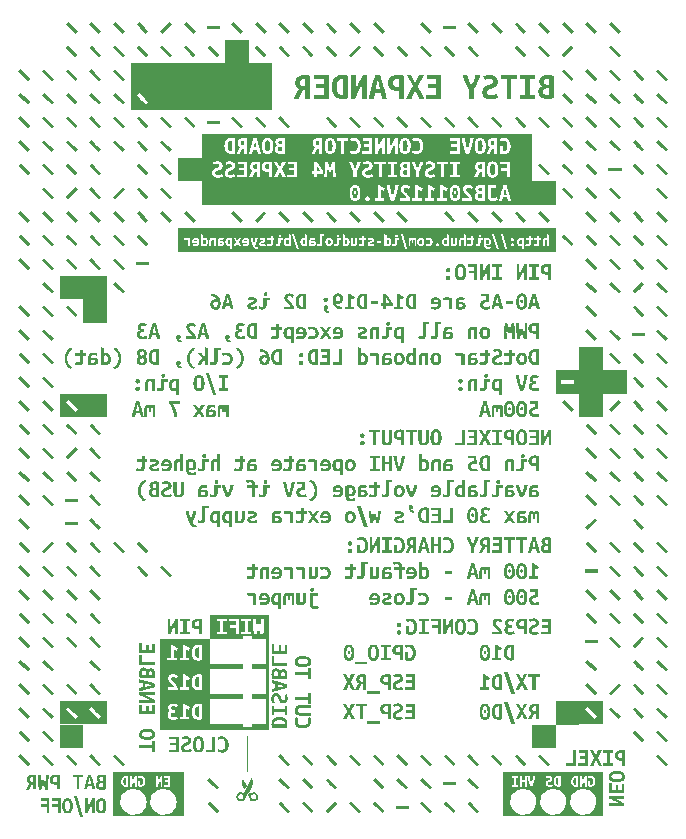
<source format=gbr>
G04 This is an RS-274x file exported by *
G04 gerbv version 2.7.0 *
G04 More information is available about gerbv at *
G04 http://gerbv.geda-project.org/ *
G04 --End of header info--*
%MOIN*%
%FSLAX36Y36*%
%IPPOS*%
G04 --Define apertures--*
%ADD10C,0.0139*%
G04 --Start main section--*
G54D10*
G36*
G01X0658800Y0457683D02*
G01X0658800Y0466083D01*
G01X0681600Y0466083D01*
G01X0681600Y0480583D01*
G01X0663400Y0480583D01*
G01X0663400Y0489083D01*
G01X0681600Y0489083D01*
G01X0681600Y0500583D01*
G01X0660600Y0500583D01*
G01X0660600Y0509083D01*
G01X0691900Y0509083D01*
G01X0691900Y0457483D01*
G01X0658800Y0457483D01*
G01X0658800Y0457683D01*
G37*
G36*
G01X0644700Y0466283D02*
G01X0645700Y0466683D01*
G01X0646700Y0467083D01*
G01X0647600Y0467483D01*
G01X0648500Y0467883D01*
G01X0649300Y0468383D01*
G01X0650100Y0468783D01*
G01X0653100Y0460383D01*
G01X0652500Y0459983D01*
G01X0651700Y0459583D01*
G01X0650800Y0459183D01*
G01X0649800Y0458783D01*
G01X0648700Y0458383D01*
G01X0647500Y0457883D01*
G01X0646200Y0457483D01*
G01X0644700Y0457083D01*
G01X0643000Y0456883D01*
G01X0641300Y0456683D01*
G01X0639300Y0456583D01*
G01X0637200Y0456583D01*
G01X0634000Y0456583D01*
G01X0631200Y0456883D01*
G01X0628800Y0457483D01*
G01X0626400Y0458183D01*
G01X0624500Y0459183D01*
G01X0622900Y0460583D01*
G01X0621300Y0461883D01*
G01X0620100Y0463483D01*
G01X0619300Y0465383D01*
G01X0618500Y0467283D01*
G01X0618100Y0469383D01*
G01X0618100Y0471783D01*
G01X0618100Y0473183D01*
G01X0618200Y0474483D01*
G01X0618500Y0475683D01*
G01X0618700Y0476883D01*
G01X0619000Y0477883D01*
G01X0619500Y0478883D01*
G01X0620000Y0479783D01*
G01X0620600Y0480683D01*
G01X0621200Y0481483D01*
G01X0621800Y0482283D01*
G01X0622500Y0482983D01*
G01X0623100Y0483583D01*
G01X0623900Y0484283D01*
G01X0624700Y0484783D01*
G01X0625500Y0485283D01*
G01X0626300Y0485783D01*
G01X0627100Y0486283D01*
G01X0628000Y0486683D01*
G01X0628900Y0486983D01*
G01X0629800Y0487383D01*
G01X0630600Y0487683D01*
G01X0631400Y0488083D01*
G01X0632200Y0488383D01*
G01X0633000Y0488783D01*
G01X0633600Y0488983D01*
G01X0634100Y0489183D01*
G01X0634600Y0489383D01*
G01X0635100Y0489583D01*
G01X0635600Y0489783D01*
G01X0636200Y0489983D01*
G01X0636800Y0490183D01*
G01X0637300Y0490483D01*
G01X0637800Y0490683D01*
G01X0638200Y0490983D01*
G01X0638700Y0491283D01*
G01X0639100Y0491583D01*
G01X0639500Y0491783D01*
G01X0639900Y0492083D01*
G01X0640300Y0492483D01*
G01X0640600Y0492783D01*
G01X0640900Y0493183D01*
G01X0641200Y0493483D01*
G01X0641500Y0493783D01*
G01X0641700Y0494283D01*
G01X0641800Y0494683D01*
G01X0642000Y0495183D01*
G01X0642000Y0495683D01*
G01X0642000Y0496083D01*
G01X0642000Y0498083D01*
G01X0641300Y0499583D01*
G01X0640000Y0500583D01*
G01X0638600Y0501583D01*
G01X0636500Y0502083D01*
G01X0633800Y0502083D01*
G01X0632700Y0502083D01*
G01X0631700Y0501983D01*
G01X0630700Y0501883D01*
G01X0629700Y0501783D01*
G01X0628800Y0501583D01*
G01X0628000Y0501283D01*
G01X0627200Y0500983D01*
G01X0626400Y0500683D01*
G01X0625600Y0500383D01*
G01X0624800Y0499983D01*
G01X0624100Y0499683D01*
G01X0623400Y0499283D01*
G01X0620400Y0507283D01*
G01X0621200Y0507683D01*
G01X0622100Y0508083D01*
G01X0623100Y0508483D01*
G01X0624100Y0508883D01*
G01X0625200Y0509283D01*
G01X0626300Y0509583D01*
G01X0627500Y0509983D01*
G01X0628800Y0510183D01*
G01X0630200Y0510383D01*
G01X0631600Y0510583D01*
G01X0633100Y0510683D01*
G01X0634700Y0510683D01*
G01X0637500Y0510683D01*
G01X0639900Y0510383D01*
G01X0642100Y0509683D01*
G01X0644200Y0508983D01*
G01X0646100Y0507983D01*
G01X0647600Y0506683D01*
G01X0649200Y0505283D01*
G01X0650400Y0503683D01*
G01X0651100Y0501783D01*
G01X0651900Y0499883D01*
G01X0652300Y0497683D01*
G01X0652300Y0495283D01*
G01X0652300Y0494083D01*
G01X0652200Y0492883D01*
G01X0652000Y0491883D01*
G01X0651800Y0490883D01*
G01X0651400Y0489983D01*
G01X0650900Y0489183D01*
G01X0650500Y0488383D01*
G01X0650000Y0487583D01*
G01X0649400Y0486883D01*
G01X0648800Y0486183D01*
G01X0648200Y0485583D01*
G01X0647600Y0484983D01*
G01X0646900Y0484483D01*
G01X0646200Y0483983D01*
G01X0645400Y0483483D01*
G01X0644600Y0482983D01*
G01X0643800Y0482583D01*
G01X0643000Y0482283D01*
G01X0642200Y0481883D01*
G01X0641300Y0481583D01*
G01X0640500Y0481183D01*
G01X0639700Y0480883D01*
G01X0638900Y0480583D01*
G01X0638100Y0480283D01*
G01X0637600Y0480083D01*
G01X0637000Y0479883D01*
G01X0636400Y0479583D01*
G01X0635800Y0479283D01*
G01X0635200Y0479083D01*
G01X0634700Y0478783D01*
G01X0634100Y0478483D01*
G01X0633600Y0478183D01*
G01X0633000Y0477883D01*
G01X0632500Y0477583D01*
G01X0632000Y0477283D01*
G01X0631500Y0476983D01*
G01X0631000Y0476583D01*
G01X0630600Y0476283D01*
G01X0630200Y0475883D01*
G01X0629800Y0475483D01*
G01X0629500Y0475183D01*
G01X0629100Y0474783D01*
G01X0628800Y0474283D01*
G01X0628600Y0473883D01*
G01X0628400Y0473383D01*
G01X0628200Y0472883D01*
G01X0628100Y0472483D01*
G01X0628100Y0471983D01*
G01X0628100Y0471583D01*
G01X0628200Y0471083D01*
G01X0628200Y0470683D01*
G01X0628300Y0470283D01*
G01X0628400Y0469883D01*
G01X0628600Y0469483D01*
G01X0628700Y0469083D01*
G01X0628900Y0468683D01*
G01X0629100Y0468283D01*
G01X0629300Y0467883D01*
G01X0629600Y0467583D01*
G01X0630000Y0467283D01*
G01X0630300Y0466883D01*
G01X0630700Y0466583D01*
G01X0631100Y0466383D01*
G01X0631600Y0466083D01*
G01X0632100Y0465883D01*
G01X0632700Y0465683D01*
G01X0633300Y0465483D01*
G01X0633900Y0465383D01*
G01X0634700Y0465283D01*
G01X0635400Y0465183D01*
G01X0636200Y0465183D01*
G01X0637000Y0465183D01*
G01X0638500Y0465183D01*
G01X0639900Y0465283D01*
G01X0641200Y0465483D01*
G01X0642500Y0465683D01*
G01X0643600Y0465883D01*
G01X0644700Y0466283D01*
G01X0644700Y0466283D01*
G37*
G36*
G01X0600100Y0509783D02*
G01X0600700Y0509783D01*
G01X0601300Y0509683D01*
G01X0602000Y0509683D01*
G01X0602600Y0509583D01*
G01X0603200Y0509583D01*
G01X0603800Y0509583D01*
G01X0604500Y0509483D01*
G01X0605100Y0509483D01*
G01X0605700Y0509383D01*
G01X0606300Y0509283D01*
G01X0607000Y0509283D01*
G01X0607600Y0509183D01*
G01X0608200Y0509083D01*
G01X0608800Y0508983D01*
G01X0609400Y0508883D01*
G01X0609900Y0508783D01*
G01X0610400Y0508683D01*
G01X0610900Y0508583D01*
G01X0610900Y0457683D01*
G01X0600600Y0457683D01*
G01X0600600Y0474983D01*
G01X0597000Y0474983D01*
G01X0593700Y0474983D01*
G01X0590700Y0475383D01*
G01X0588200Y0476083D01*
G01X0585600Y0476783D01*
G01X0583400Y0477783D01*
G01X0581600Y0479183D01*
G01X0579800Y0480583D01*
G01X0578500Y0482383D01*
G01X0577600Y0484583D01*
G01X0576700Y0486783D01*
G01X0576200Y0489483D01*
G01X0576200Y0492483D01*
G01X0576200Y0495583D01*
G01X0576700Y0498183D01*
G01X0577600Y0500383D01*
G01X0578500Y0502583D01*
G01X0579800Y0504383D01*
G01X0581600Y0505683D01*
G01X0583400Y0506983D01*
G01X0585600Y0507983D01*
G01X0588200Y0508683D01*
G01X0590700Y0509383D01*
G01X0593600Y0509783D01*
G01X0596900Y0509783D01*
G01X0597300Y0509783D01*
G01X0597800Y0509783D01*
G01X0598300Y0509783D01*
G01X0598900Y0509783D01*
G01X0599500Y0509783D01*
G01X0600100Y0509783D01*
G01X0600100Y0509783D01*
G37*
%LPC*%
G36*
G01X0589100Y0499083D02*
G01X0588300Y0498383D01*
G01X0587700Y0497583D01*
G01X0587200Y0496483D01*
G01X0586800Y0495483D01*
G01X0586600Y0494183D01*
G01X0586600Y0492683D01*
G01X0586600Y0491083D01*
G01X0586800Y0489683D01*
G01X0587200Y0488583D01*
G01X0587700Y0487483D01*
G01X0588300Y0486583D01*
G01X0589100Y0485983D01*
G01X0590000Y0485383D01*
G01X0591000Y0484883D01*
G01X0592200Y0484583D01*
G01X0593500Y0484183D01*
G01X0594900Y0484083D01*
G01X0596500Y0484083D01*
G01X0600600Y0484083D01*
G01X0600600Y0500683D01*
G01X0600400Y0500783D01*
G01X0600000Y0500783D01*
G01X0599600Y0500883D01*
G01X0599100Y0500883D01*
G01X0598600Y0500883D01*
G01X0598100Y0500983D01*
G01X0597700Y0501083D01*
G01X0597200Y0501083D01*
G01X0596700Y0501083D01*
G01X0596300Y0500983D01*
G01X0595900Y0500983D01*
G01X0595600Y0500983D01*
G01X0594300Y0500883D01*
G01X0593000Y0500783D01*
G01X0592000Y0500383D01*
G01X0590900Y0500083D01*
G01X0590000Y0499683D01*
G01X0589100Y0499083D01*
G01X0589100Y0499083D01*
G37*
%LPD*%
G36*
G01X0548000Y0457783D02*
G01X0546800Y0458183D01*
G01X0545600Y0458683D01*
G01X0544600Y0459283D01*
G01X0543600Y0459883D01*
G01X0542700Y0460483D01*
G01X0541900Y0461283D01*
G01X0541100Y0461983D01*
G01X0540400Y0462783D01*
G01X0539800Y0463683D01*
G01X0539200Y0464583D01*
G01X0538700Y0465483D01*
G01X0538300Y0466583D01*
G01X0537900Y0467483D01*
G01X0537600Y0468583D01*
G01X0537400Y0469683D01*
G01X0537200Y0470783D01*
G01X0537200Y0471883D01*
G01X0537200Y0473083D01*
G01X0537200Y0474583D01*
G01X0537300Y0475983D01*
G01X0537700Y0477283D01*
G01X0538100Y0478583D01*
G01X0538600Y0479783D01*
G01X0539400Y0480883D01*
G01X0540200Y0481983D01*
G01X0541000Y0482883D01*
G01X0542100Y0483683D01*
G01X0543100Y0484483D01*
G01X0544300Y0485183D01*
G01X0545600Y0485683D01*
G01X0544700Y0486183D01*
G01X0543800Y0486783D01*
G01X0543000Y0487583D01*
G01X0542200Y0488283D01*
G01X0541500Y0489083D01*
G01X0540900Y0489983D01*
G01X0540300Y0490883D01*
G01X0539800Y0491883D01*
G01X0539600Y0492883D01*
G01X0539300Y0493883D01*
G01X0539100Y0494983D01*
G01X0539100Y0495983D01*
G01X0539100Y0496983D01*
G01X0539200Y0497983D01*
G01X0539300Y0498983D01*
G01X0539500Y0499983D01*
G01X0539700Y0500883D01*
G01X0540100Y0501683D01*
G01X0540400Y0502483D01*
G01X0540900Y0503383D01*
G01X0541400Y0504083D01*
G01X0541900Y0504883D01*
G01X0542500Y0505683D01*
G01X0543100Y0506283D01*
G01X0543800Y0506883D01*
G01X0544600Y0507483D01*
G01X0545500Y0507983D01*
G01X0546400Y0508483D01*
G01X0547400Y0508983D01*
G01X0548400Y0509283D01*
G01X0549500Y0509683D01*
G01X0550600Y0509983D01*
G01X0551900Y0510183D01*
G01X0553100Y0510283D01*
G01X0554500Y0510383D01*
G01X0555900Y0510383D01*
G01X0557500Y0510383D01*
G01X0558900Y0510283D01*
G01X0560300Y0509983D01*
G01X0561700Y0509783D01*
G01X0563000Y0509383D01*
G01X0564300Y0508883D01*
G01X0565500Y0508383D01*
G01X0566600Y0507883D01*
G01X0567600Y0507383D01*
G01X0568600Y0506883D01*
G01X0569500Y0506283D01*
G01X0570200Y0505883D01*
G01X0566600Y0498383D01*
G01X0565900Y0498783D01*
G01X0565200Y0499283D01*
G01X0564300Y0499583D01*
G01X0563500Y0499983D01*
G01X0562600Y0500383D01*
G01X0561600Y0500683D01*
G01X0560600Y0501083D01*
G01X0559700Y0501283D01*
G01X0558700Y0501483D01*
G01X0557700Y0501583D01*
G01X0556800Y0501683D01*
G01X0555800Y0501683D01*
G01X0554800Y0501683D01*
G01X0553900Y0501583D01*
G01X0553100Y0501283D01*
G01X0552300Y0500983D01*
G01X0551600Y0500583D01*
G01X0551100Y0499983D01*
G01X0550500Y0499483D01*
G01X0550100Y0498783D01*
G01X0549800Y0498083D01*
G01X0549500Y0497383D01*
G01X0549400Y0496583D01*
G01X0549400Y0495583D01*
G01X0549400Y0494983D01*
G01X0549500Y0494383D01*
G01X0549600Y0493783D01*
G01X0549700Y0493283D01*
G01X0550000Y0492783D01*
G01X0550200Y0492383D01*
G01X0550500Y0491983D01*
G01X0550800Y0491583D01*
G01X0551200Y0491283D01*
G01X0551500Y0490883D01*
G01X0551900Y0490683D01*
G01X0552300Y0490383D01*
G01X0552700Y0490183D01*
G01X0553200Y0489983D01*
G01X0553600Y0489783D01*
G01X0554100Y0489583D01*
G01X0554600Y0489483D01*
G01X0555100Y0489283D01*
G01X0555600Y0489183D01*
G01X0556200Y0489083D01*
G01X0556700Y0489083D01*
G01X0557200Y0489083D01*
G01X0557700Y0489083D01*
G01X0558300Y0489083D01*
G01X0562200Y0489083D01*
G01X0562200Y0480583D01*
G01X0559000Y0480583D01*
G01X0557300Y0480583D01*
G01X0555800Y0480383D01*
G01X0554400Y0480183D01*
G01X0553000Y0479883D01*
G01X0551800Y0479483D01*
G01X0550800Y0478883D01*
G01X0549700Y0478383D01*
G01X0548900Y0477583D01*
G01X0548400Y0476583D01*
G01X0547800Y0475683D01*
G01X0547600Y0474483D01*
G01X0547600Y0473183D01*
G01X0547600Y0472083D01*
G01X0547800Y0471083D01*
G01X0548100Y0470183D01*
G01X0548500Y0469283D01*
G01X0549000Y0468383D01*
G01X0549700Y0467683D01*
G01X0550400Y0466883D01*
G01X0551300Y0466283D01*
G01X0552600Y0465983D01*
G01X0553800Y0465583D01*
G01X0555300Y0465383D01*
G01X0557000Y0465383D01*
G01X0558400Y0465383D01*
G01X0559700Y0465483D01*
G01X0561000Y0465683D01*
G01X0562200Y0465783D01*
G01X0563400Y0466083D01*
G01X0564400Y0466383D01*
G01X0565400Y0466683D01*
G01X0566300Y0466983D01*
G01X0567200Y0467283D01*
G01X0568000Y0467583D01*
G01X0568700Y0467883D01*
G01X0569400Y0468183D01*
G01X0571300Y0459583D01*
G01X0571100Y0459483D01*
G01X0570700Y0459283D01*
G01X0570200Y0459183D01*
G01X0569800Y0458983D01*
G01X0569300Y0458783D01*
G01X0568700Y0458583D01*
G01X0568100Y0458483D01*
G01X0567600Y0458283D01*
G01X0566900Y0458183D01*
G01X0566300Y0457983D01*
G01X0565700Y0457783D01*
G01X0565100Y0457683D01*
G01X0564500Y0457483D01*
G01X0563800Y0457383D01*
G01X0563100Y0457283D01*
G01X0562500Y0457083D01*
G01X0561800Y0456983D01*
G01X0561100Y0456983D01*
G01X0560400Y0456883D01*
G01X0559700Y0456783D01*
G01X0559000Y0456783D01*
G01X0558300Y0456683D01*
G01X0557700Y0456683D01*
G01X0557000Y0456683D01*
G01X0555200Y0456583D01*
G01X0553600Y0456683D01*
G01X0552100Y0456883D01*
G01X0550600Y0457083D01*
G01X0549300Y0457383D01*
G01X0548000Y0457783D01*
G01X0548000Y0457783D01*
G37*
G36*
G01X0499000Y0502083D02*
G01X0499400Y0502983D01*
G01X0499900Y0503883D01*
G01X0500500Y0504683D01*
G01X0501100Y0505383D01*
G01X0501800Y0506083D01*
G01X0502600Y0506683D01*
G01X0503400Y0507283D01*
G01X0504200Y0507783D01*
G01X0505000Y0508183D01*
G01X0505900Y0508683D01*
G01X0506800Y0509083D01*
G01X0507700Y0509483D01*
G01X0508700Y0509783D01*
G01X0509700Y0509983D01*
G01X0510700Y0510183D01*
G01X0511800Y0510283D01*
G01X0512800Y0510383D01*
G01X0513800Y0510383D01*
G01X0515300Y0510383D01*
G01X0516800Y0510283D01*
G01X0518200Y0509983D01*
G01X0519700Y0509783D01*
G01X0521100Y0509283D01*
G01X0522600Y0508783D01*
G01X0524000Y0508183D01*
G01X0525400Y0507483D01*
G01X0526700Y0506683D01*
G01X0528000Y0505783D01*
G01X0529300Y0504783D01*
G01X0530400Y0503583D01*
G01X0525200Y0496383D01*
G01X0524400Y0497283D01*
G01X0523500Y0498083D01*
G01X0522600Y0498783D01*
G01X0521800Y0499383D01*
G01X0520900Y0499983D01*
G01X0520000Y0500283D01*
G01X0519000Y0500683D01*
G01X0518200Y0500983D01*
G01X0517300Y0501183D01*
G01X0516500Y0501283D01*
G01X0515600Y0501383D01*
G01X0514800Y0501383D01*
G01X0513800Y0501383D01*
G01X0512900Y0501283D01*
G01X0512100Y0500983D01*
G01X0511300Y0500683D01*
G01X0510600Y0500283D01*
G01X0510000Y0499783D01*
G01X0509300Y0499183D01*
G01X0508800Y0498483D01*
G01X0508500Y0497683D01*
G01X0508200Y0496883D01*
G01X0508000Y0495883D01*
G01X0508000Y0494883D01*
G01X0508000Y0494083D01*
G01X0508100Y0493383D01*
G01X0508400Y0492683D01*
G01X0508700Y0491883D01*
G01X0509000Y0491183D01*
G01X0509500Y0490383D01*
G01X0510000Y0489783D01*
G01X0510600Y0488983D01*
G01X0511300Y0488283D01*
G01X0511900Y0487483D01*
G01X0512700Y0486783D01*
G01X0513400Y0485983D01*
G01X0514200Y0485183D01*
G01X0515000Y0484383D01*
G01X0515900Y0483583D01*
G01X0516800Y0482783D01*
G01X0517700Y0481983D01*
G01X0518600Y0481083D01*
G01X0519500Y0480283D01*
G01X0520300Y0479383D01*
G01X0521200Y0478483D01*
G01X0522000Y0477583D01*
G01X0522900Y0476583D01*
G01X0523700Y0475583D01*
G01X0524500Y0474583D01*
G01X0525200Y0473583D01*
G01X0525900Y0472483D01*
G01X0526500Y0471383D01*
G01X0527100Y0470283D01*
G01X0527600Y0469183D01*
G01X0528100Y0467983D01*
G01X0528500Y0466783D01*
G01X0528700Y0465483D01*
G01X0529000Y0464283D01*
G01X0529100Y0462883D01*
G01X0529100Y0461583D01*
G01X0529100Y0461383D01*
G01X0529100Y0461183D01*
G01X0529100Y0460883D01*
G01X0529100Y0460483D01*
G01X0529100Y0460183D01*
G01X0529100Y0459783D01*
G01X0529100Y0459283D01*
G01X0529100Y0458983D01*
G01X0529100Y0458583D01*
G01X0529100Y0458283D01*
G01X0529000Y0457883D01*
G01X0529000Y0457683D01*
G01X0495400Y0457683D01*
G01X0495400Y0466083D01*
G01X0517600Y0466083D01*
G01X0517600Y0466583D01*
G01X0517500Y0466983D01*
G01X0517400Y0467483D01*
G01X0517200Y0467883D01*
G01X0517000Y0468383D01*
G01X0516800Y0468883D01*
G01X0516500Y0469383D01*
G01X0516200Y0469883D01*
G01X0515800Y0470383D01*
G01X0515500Y0470883D01*
G01X0515100Y0471283D01*
G01X0514700Y0471783D01*
G01X0514300Y0472283D01*
G01X0513800Y0472783D01*
G01X0513400Y0473283D01*
G01X0513000Y0473683D01*
G01X0512500Y0474183D01*
G01X0512000Y0474583D01*
G01X0511500Y0475083D01*
G01X0511100Y0475483D01*
G01X0510700Y0475883D01*
G01X0510300Y0476283D01*
G01X0509900Y0476583D01*
G01X0509500Y0476983D01*
G01X0508800Y0477683D01*
G01X0508100Y0478383D01*
G01X0507400Y0479083D01*
G01X0506700Y0479783D01*
G01X0505900Y0480383D01*
G01X0505200Y0481083D01*
G01X0504500Y0481783D01*
G01X0503900Y0482583D01*
G01X0503200Y0483283D01*
G01X0502600Y0484083D01*
G01X0502000Y0484783D01*
G01X0501500Y0485583D01*
G01X0500900Y0486283D01*
G01X0500400Y0487083D01*
G01X0500000Y0487883D01*
G01X0499600Y0488683D01*
G01X0499200Y0489483D01*
G01X0498800Y0490283D01*
G01X0498500Y0491083D01*
G01X0498200Y0491883D01*
G01X0498100Y0492783D01*
G01X0497900Y0493583D01*
G01X0497900Y0494483D01*
G01X0497900Y0495383D01*
G01X0497800Y0496783D01*
G01X0497900Y0497983D01*
G01X0498100Y0499083D01*
G01X0498200Y0500183D01*
G01X0498600Y0501183D01*
G01X0499000Y0502083D01*
G01X0499000Y0502083D01*
G37*
G36*
G01X0419000Y0457683D02*
G01X0417700Y0457983D01*
G01X0416600Y0458383D01*
G01X0415600Y0458783D01*
G01X0414700Y0459183D01*
G01X0413800Y0459683D01*
G01X0413100Y0460183D01*
G01X0415800Y0468183D01*
G01X0416300Y0467883D01*
G01X0417000Y0467583D01*
G01X0417700Y0467283D01*
G01X0418400Y0466983D01*
G01X0419100Y0466683D01*
G01X0420000Y0466383D01*
G01X0420800Y0466083D01*
G01X0421800Y0465883D01*
G01X0422900Y0465683D01*
G01X0424000Y0465483D01*
G01X0425300Y0465383D01*
G01X0426600Y0465383D01*
G01X0428900Y0465383D01*
G01X0430900Y0465783D01*
G01X0432600Y0466583D01*
G01X0434200Y0467383D01*
G01X0435600Y0468583D01*
G01X0436600Y0470183D01*
G01X0437700Y0471783D01*
G01X0438400Y0473683D01*
G01X0438900Y0475883D01*
G01X0439400Y0478183D01*
G01X0439700Y0480683D01*
G01X0439700Y0483583D01*
G01X0439700Y0485283D01*
G01X0439600Y0486883D01*
G01X0439400Y0488283D01*
G01X0439200Y0489683D01*
G01X0438900Y0490983D01*
G01X0438600Y0492083D01*
G01X0438200Y0493183D01*
G01X0437800Y0494183D01*
G01X0437300Y0495083D01*
G01X0436800Y0495983D01*
G01X0436300Y0496783D01*
G01X0435600Y0497483D01*
G01X0435000Y0498183D01*
G01X0434400Y0498783D01*
G01X0433700Y0499283D01*
G01X0433100Y0499783D01*
G01X0432400Y0500183D01*
G01X0431600Y0500383D01*
G01X0430900Y0500683D01*
G01X0430100Y0500883D01*
G01X0429300Y0501083D01*
G01X0428500Y0501183D01*
G01X0427700Y0501283D01*
G01X0426900Y0501283D01*
G01X0425700Y0501283D01*
G01X0424600Y0501183D01*
G01X0423600Y0501083D01*
G01X0422500Y0500883D01*
G01X0421500Y0500683D01*
G01X0420600Y0500383D01*
G01X0419700Y0500183D01*
G01X0418900Y0499883D01*
G01X0418100Y0499483D01*
G01X0417400Y0499183D01*
G01X0416700Y0498783D01*
G01X0416100Y0498383D01*
G01X0413400Y0506583D01*
G01X0413600Y0506683D01*
G01X0413900Y0506783D01*
G01X0414200Y0506983D01*
G01X0414400Y0507083D01*
G01X0414700Y0507283D01*
G01X0415100Y0507483D01*
G01X0415400Y0507683D01*
G01X0415900Y0507883D01*
G01X0416300Y0508183D01*
G01X0416800Y0508383D01*
G01X0417300Y0508583D01*
G01X0417900Y0508783D01*
G01X0418400Y0508983D01*
G01X0419000Y0509183D01*
G01X0419700Y0509283D01*
G01X0420300Y0509483D01*
G01X0421000Y0509583D01*
G01X0421800Y0509783D01*
G01X0422500Y0509883D01*
G01X0423300Y0509983D01*
G01X0424100Y0510083D01*
G01X0424900Y0510083D01*
G01X0425800Y0510183D01*
G01X0426800Y0510183D01*
G01X0428400Y0510183D01*
G01X0430100Y0509983D01*
G01X0431600Y0509683D01*
G01X0433200Y0509383D01*
G01X0434700Y0508983D01*
G01X0436100Y0508383D01*
G01X0437500Y0507683D01*
G01X0438800Y0506983D01*
G01X0440000Y0506083D01*
G01X0441200Y0505283D01*
G01X0442400Y0504283D01*
G01X0443400Y0503083D01*
G01X0444500Y0501883D01*
G01X0445400Y0500583D01*
G01X0446200Y0499183D01*
G01X0447000Y0497783D01*
G01X0447700Y0496283D01*
G01X0448300Y0494583D01*
G01X0448800Y0492883D01*
G01X0449300Y0491183D01*
G01X0449600Y0489283D01*
G01X0449900Y0487383D01*
G01X0450100Y0485383D01*
G01X0450100Y0483183D01*
G01X0450100Y0478883D01*
G01X0449600Y0475083D01*
G01X0448600Y0471783D01*
G01X0447700Y0468483D01*
G01X0446300Y0465683D01*
G01X0444400Y0463383D01*
G01X0442500Y0460983D01*
G01X0440100Y0459283D01*
G01X0437300Y0458083D01*
G01X0434500Y0456983D01*
G01X0431300Y0456383D01*
G01X0427700Y0456383D01*
G01X0426000Y0456483D01*
G01X0424400Y0456583D01*
G01X0423000Y0456783D01*
G01X0421500Y0456983D01*
G01X0420200Y0457283D01*
G01X0419000Y0457683D01*
G01X0419000Y0457683D01*
G37*
G36*
G01X0404300Y0463383D02*
G01X0402700Y0461083D01*
G01X0400700Y0459383D01*
G01X0398400Y0458183D01*
G01X0396100Y0457083D01*
G01X0393400Y0456583D01*
G01X0390400Y0456583D01*
G01X0387500Y0456583D01*
G01X0384800Y0457083D01*
G01X0382600Y0458183D01*
G01X0380300Y0459383D01*
G01X0378400Y0461083D01*
G01X0376800Y0463383D01*
G01X0375200Y0465683D01*
G01X0373900Y0468483D01*
G01X0373100Y0471783D01*
G01X0372300Y0475183D01*
G01X0371900Y0479083D01*
G01X0371900Y0483483D01*
G01X0371900Y0487883D01*
G01X0372300Y0491783D01*
G01X0373100Y0495183D01*
G01X0373800Y0498483D01*
G01X0375000Y0501283D01*
G01X0376600Y0503583D01*
G01X0378200Y0505883D01*
G01X0380200Y0507583D01*
G01X0382500Y0508783D01*
G01X0384800Y0509883D01*
G01X0387500Y0510383D01*
G01X0390500Y0510383D01*
G01X0393400Y0510383D01*
G01X0396000Y0509883D01*
G01X0398300Y0508783D01*
G01X0400600Y0507583D01*
G01X0402500Y0505883D01*
G01X0404100Y0503583D01*
G01X0405800Y0501283D01*
G01X0407000Y0498483D01*
G01X0407800Y0495183D01*
G01X0408600Y0491783D01*
G01X0409000Y0487883D01*
G01X0409000Y0483483D01*
G01X0409000Y0479083D01*
G01X0408700Y0475183D01*
G01X0407900Y0471783D01*
G01X0407100Y0468483D01*
G01X0405900Y0465683D01*
G01X0404300Y0463383D01*
G01X0404300Y0463383D01*
G37*
%LPC*%
G36*
G01X0398400Y0490383D02*
G01X0398400Y0491583D01*
G01X0398200Y0492583D01*
G01X0398000Y0493483D01*
G01X0397800Y0494383D01*
G01X0397600Y0495283D01*
G01X0397300Y0496083D01*
G01X0397000Y0496983D01*
G01X0396700Y0497683D01*
G01X0396300Y0498283D01*
G01X0395900Y0498983D01*
G01X0395400Y0499483D01*
G01X0394800Y0499983D01*
G01X0394300Y0500483D01*
G01X0393600Y0500883D01*
G01X0392900Y0501083D01*
G01X0392200Y0501283D01*
G01X0391400Y0501383D01*
G01X0390500Y0501383D01*
G01X0389600Y0501383D01*
G01X0388800Y0501283D01*
G01X0388100Y0501083D01*
G01X0387400Y0500883D01*
G01X0386800Y0500483D01*
G01X0386200Y0499983D01*
G01X0385600Y0499483D01*
G01X0385200Y0498983D01*
G01X0384700Y0498283D01*
G01X0384300Y0497683D01*
G01X0384000Y0496983D01*
G01X0383700Y0496083D01*
G01X0383400Y0495283D01*
G01X0383200Y0494383D01*
G01X0383000Y0493483D01*
G01X0382800Y0492583D01*
G01X0382700Y0491583D01*
G01X0382600Y0490383D01*
G01X0382500Y0489283D01*
G01X0382500Y0488183D01*
G01X0382400Y0486983D01*
G01X0382300Y0485783D01*
G01X0382300Y0484583D01*
G01X0382300Y0483383D01*
G01X0382300Y0482083D01*
G01X0382300Y0480883D01*
G01X0382400Y0479683D01*
G01X0382500Y0478583D01*
G01X0382500Y0477483D01*
G01X0382600Y0476383D01*
G01X0382700Y0475283D01*
G01X0382800Y0474283D01*
G01X0383000Y0473383D01*
G01X0383200Y0472383D01*
G01X0383400Y0471583D01*
G01X0383700Y0470683D01*
G01X0384000Y0469883D01*
G01X0384300Y0469183D01*
G01X0384700Y0468483D01*
G01X0385200Y0467883D01*
G01X0385600Y0467283D01*
G01X0386200Y0466783D01*
G01X0386800Y0466283D01*
G01X0387400Y0465983D01*
G01X0388100Y0465783D01*
G01X0388800Y0465483D01*
G01X0389500Y0465383D01*
G01X0390400Y0465383D01*
G01X0391300Y0465383D01*
G01X0392100Y0465483D01*
G01X0392800Y0465783D01*
G01X0393500Y0465983D01*
G01X0394100Y0466283D01*
G01X0394700Y0466783D01*
G01X0395200Y0467283D01*
G01X0395700Y0467883D01*
G01X0396100Y0468483D01*
G01X0396500Y0469183D01*
G01X0396900Y0469883D01*
G01X0397200Y0470683D01*
G01X0397500Y0471583D01*
G01X0397700Y0472383D01*
G01X0397900Y0473383D01*
G01X0398100Y0474283D01*
G01X0398200Y0475283D01*
G01X0398300Y0476383D01*
G01X0398400Y0477483D01*
G01X0398400Y0478683D01*
G01X0398500Y0479883D01*
G01X0398500Y0480983D01*
G01X0398600Y0482283D01*
G01X0398600Y0483483D01*
G01X0398600Y0484783D01*
G01X0398600Y0485983D01*
G01X0398600Y0487083D01*
G01X0398600Y0488283D01*
G01X0398500Y0489383D01*
G01X0398400Y0490383D01*
G01X0398400Y0490383D01*
G37*
%LPD*%
G36*
G01X0332700Y0457683D02*
G01X0332700Y0509183D01*
G01X0342000Y0509183D01*
G01X0342000Y0477383D01*
G01X0342500Y0478383D01*
G01X0342900Y0479383D01*
G01X0343500Y0480583D01*
G01X0344000Y0481783D01*
G01X0344600Y0482983D01*
G01X0345200Y0484283D01*
G01X0345900Y0485683D01*
G01X0346500Y0486983D01*
G01X0347200Y0488383D01*
G01X0347900Y0489783D01*
G01X0348600Y0491083D01*
G01X0349300Y0492483D01*
G01X0350000Y0493883D01*
G01X0350700Y0495283D01*
G01X0351500Y0496783D01*
G01X0352200Y0498183D01*
G01X0353000Y0499583D01*
G01X0353800Y0500983D01*
G01X0354700Y0502383D01*
G01X0355400Y0503783D01*
G01X0356200Y0505083D01*
G01X0357000Y0506483D01*
G01X0357700Y0507683D01*
G01X0358600Y0508883D01*
G01X0366800Y0508883D01*
G01X0366800Y0457383D01*
G01X0357500Y0457383D01*
G01X0357500Y0491683D01*
G01X0355900Y0488783D01*
G01X0354300Y0485983D01*
G01X0352900Y0483183D01*
G01X0351400Y0480283D01*
G01X0350000Y0477483D01*
G01X0348600Y0474583D01*
G01X0347200Y0471783D01*
G01X0345900Y0468883D01*
G01X0344600Y0466083D01*
G01X0343300Y0463183D01*
G01X0342100Y0460383D01*
G01X0340900Y0457483D01*
G01X0332700Y0457483D01*
G01X0332700Y0457683D01*
G37*
G36*
G01X0314100Y0457683D02*
G01X0314100Y0479783D01*
G01X0295500Y0479783D01*
G01X0295500Y0488183D01*
G01X0314100Y0488183D01*
G01X0314100Y0500683D01*
G01X0292700Y0500683D01*
G01X0292700Y0509183D01*
G01X0324300Y0509183D01*
G01X0324300Y0457683D01*
G01X0314100Y0457683D01*
G01X0314100Y0457683D01*
G37*
G36*
G01X0251600Y0457683D02*
G01X0251600Y0466083D01*
G01X0262700Y0466083D01*
G01X0262700Y0500683D01*
G01X0251600Y0500683D01*
G01X0251600Y0509183D01*
G01X0284400Y0509183D01*
G01X0284400Y0500683D01*
G01X0273100Y0500683D01*
G01X0273100Y0466083D01*
G01X0284400Y0466083D01*
G01X0284400Y0457683D01*
G01X0251600Y0457683D01*
G01X0251600Y0457683D01*
G37*
G36*
G01X0216500Y0500583D02*
G01X0215600Y0500283D01*
G01X0214700Y0499983D01*
G01X0214000Y0499583D01*
G01X0213200Y0499283D01*
G01X0212600Y0498883D01*
G01X0212000Y0498483D01*
G01X0209400Y0506683D01*
G01X0209600Y0506783D01*
G01X0209800Y0506983D01*
G01X0210100Y0507083D01*
G01X0210400Y0507283D01*
G01X0210700Y0507483D01*
G01X0211100Y0507683D01*
G01X0211400Y0507883D01*
G01X0211800Y0508083D01*
G01X0212300Y0508283D01*
G01X0212800Y0508483D01*
G01X0213400Y0508683D01*
G01X0214000Y0508883D01*
G01X0214500Y0509083D01*
G01X0215200Y0509283D01*
G01X0215900Y0509483D01*
G01X0216500Y0509583D01*
G01X0217300Y0509783D01*
G01X0218100Y0509883D01*
G01X0218900Y0509983D01*
G01X0219700Y0510083D01*
G01X0220600Y0510183D01*
G01X0221500Y0510283D01*
G01X0222500Y0510283D01*
G01X0223600Y0510283D01*
G01X0225100Y0510283D01*
G01X0226600Y0510183D01*
G01X0228000Y0509883D01*
G01X0229500Y0509583D01*
G01X0230900Y0509183D01*
G01X0232300Y0508583D01*
G01X0233700Y0508083D01*
G01X0235000Y0507383D01*
G01X0236200Y0506483D01*
G01X0237300Y0505583D01*
G01X0238400Y0504583D01*
G01X0239400Y0503483D01*
G01X0240400Y0502383D01*
G01X0241300Y0501083D01*
G01X0242100Y0499683D01*
G01X0242900Y0498283D01*
G01X0243600Y0496683D01*
G01X0244100Y0494983D01*
G01X0244700Y0493383D01*
G01X0245100Y0491583D01*
G01X0245400Y0489583D01*
G01X0245700Y0487683D01*
G01X0245900Y0485583D01*
G01X0245900Y0483383D01*
G01X0245900Y0481083D01*
G01X0245800Y0479083D01*
G01X0245500Y0477083D01*
G01X0245300Y0475183D01*
G01X0244900Y0473383D01*
G01X0244400Y0471683D01*
G01X0243900Y0469983D01*
G01X0243300Y0468483D01*
G01X0242600Y0467083D01*
G01X0241900Y0465683D01*
G01X0241100Y0464383D01*
G01X0240100Y0463183D01*
G01X0239100Y0461983D01*
G01X0238100Y0461083D01*
G01X0237000Y0460183D01*
G01X0235900Y0459383D01*
G01X0234700Y0458683D01*
G01X0233400Y0458083D01*
G01X0232100Y0457483D01*
G01X0230700Y0457083D01*
G01X0229300Y0456783D01*
G01X0227800Y0456583D01*
G01X0226300Y0456383D01*
G01X0224700Y0456383D01*
G01X0222900Y0456383D01*
G01X0221200Y0456483D01*
G01X0219600Y0456583D01*
G01X0218000Y0456783D01*
G01X0216500Y0456983D01*
G01X0215200Y0457283D01*
G01X0213900Y0457483D01*
G01X0212800Y0457783D01*
G01X0211900Y0458083D01*
G01X0210900Y0458283D01*
G01X0210200Y0458583D01*
G01X0209500Y0458783D01*
G01X0209500Y0484483D01*
G01X0219800Y0484483D01*
G01X0219800Y0465583D01*
G01X0220100Y0465483D01*
G01X0220400Y0465483D01*
G01X0220700Y0465383D01*
G01X0221100Y0465383D01*
G01X0221400Y0465383D01*
G01X0221800Y0465283D01*
G01X0222100Y0465183D01*
G01X0222500Y0465183D01*
G01X0222800Y0465183D01*
G01X0223100Y0465183D01*
G01X0223400Y0465183D01*
G01X0223700Y0465183D01*
G01X0225600Y0465183D01*
G01X0227200Y0465483D01*
G01X0228700Y0466183D01*
G01X0230100Y0466883D01*
G01X0231300Y0467983D01*
G01X0232300Y0469483D01*
G01X0233300Y0470883D01*
G01X0234000Y0472783D01*
G01X0234500Y0475083D01*
G01X0235000Y0477383D01*
G01X0235200Y0479983D01*
G01X0235200Y0483083D01*
G01X0235200Y0484383D01*
G01X0235200Y0485683D01*
G01X0235000Y0486883D01*
G01X0234900Y0488083D01*
G01X0234700Y0489283D01*
G01X0234500Y0490283D01*
G01X0234300Y0491283D01*
G01X0234000Y0492383D01*
G01X0233600Y0493283D01*
G01X0233200Y0494283D01*
G01X0232700Y0495183D01*
G01X0232200Y0495983D01*
G01X0231600Y0496783D01*
G01X0231000Y0497483D01*
G01X0230300Y0498083D01*
G01X0229600Y0498683D01*
G01X0228800Y0499283D01*
G01X0228000Y0499783D01*
G01X0227200Y0500183D01*
G01X0226200Y0500483D01*
G01X0225200Y0500783D01*
G01X0224200Y0500983D01*
G01X0223100Y0501083D01*
G01X0221900Y0501083D01*
G01X0221000Y0501283D01*
G01X0220100Y0501283D01*
G01X0219200Y0501183D01*
G01X0218300Y0501083D01*
G01X0217400Y0500883D01*
G01X0216500Y0500583D01*
G01X0216500Y0500583D01*
G37*
G36*
G01X0181100Y0494883D02*
G01X0181800Y0495483D01*
G01X0182600Y0495983D01*
G01X0183500Y0496283D01*
G01X0184300Y0496683D01*
G01X0185200Y0496783D01*
G01X0186200Y0496783D01*
G01X0186700Y0496783D01*
G01X0187200Y0496783D01*
G01X0187600Y0496683D01*
G01X0188100Y0496583D01*
G01X0188600Y0496483D01*
G01X0189000Y0496283D01*
G01X0189400Y0496083D01*
G01X0189800Y0495883D01*
G01X0190200Y0495683D01*
G01X0190600Y0495383D01*
G01X0191000Y0495183D01*
G01X0191300Y0494883D01*
G01X0191700Y0494583D01*
G01X0192000Y0494283D01*
G01X0192300Y0493883D01*
G01X0192600Y0493483D01*
G01X0192800Y0492983D01*
G01X0193000Y0492483D01*
G01X0193200Y0491983D01*
G01X0193400Y0491583D01*
G01X0193400Y0491083D01*
G01X0193500Y0490483D01*
G01X0193600Y0489983D01*
G01X0193600Y0489483D01*
G01X0193600Y0488783D01*
G01X0193500Y0488283D01*
G01X0193400Y0487683D01*
G01X0193300Y0487183D01*
G01X0193100Y0486683D01*
G01X0193000Y0486283D01*
G01X0192800Y0485783D01*
G01X0192600Y0485383D01*
G01X0192300Y0484983D01*
G01X0192000Y0484583D01*
G01X0191700Y0484283D01*
G01X0191300Y0483883D01*
G01X0191000Y0483583D01*
G01X0190600Y0483283D01*
G01X0190200Y0483083D01*
G01X0189800Y0482783D01*
G01X0189400Y0482683D01*
G01X0189000Y0482483D01*
G01X0188600Y0482383D01*
G01X0188100Y0482283D01*
G01X0187600Y0482083D01*
G01X0187200Y0481983D01*
G01X0186700Y0481983D01*
G01X0186200Y0481983D01*
G01X0185200Y0481983D01*
G01X0184300Y0482083D01*
G01X0183500Y0482483D01*
G01X0182600Y0482783D01*
G01X0181800Y0483283D01*
G01X0181100Y0483883D01*
G01X0180300Y0484483D01*
G01X0179700Y0485283D01*
G01X0179400Y0486283D01*
G01X0179000Y0487183D01*
G01X0178800Y0488283D01*
G01X0178800Y0489483D01*
G01X0178800Y0490683D01*
G01X0179000Y0491683D01*
G01X0179400Y0492583D01*
G01X0179700Y0493483D01*
G01X0180300Y0494283D01*
G01X0181100Y0494883D01*
G01X0181100Y0494883D01*
G37*
G36*
G01X0181100Y0469583D02*
G01X0181800Y0470183D01*
G01X0182600Y0470683D01*
G01X0183500Y0471083D01*
G01X0184300Y0471383D01*
G01X0185200Y0471583D01*
G01X0186200Y0471583D01*
G01X0186700Y0471583D01*
G01X0187200Y0471483D01*
G01X0187600Y0471383D01*
G01X0188100Y0471283D01*
G01X0188600Y0471183D01*
G01X0189000Y0470983D01*
G01X0189400Y0470883D01*
G01X0189800Y0470683D01*
G01X0190200Y0470383D01*
G01X0190600Y0470183D01*
G01X0191000Y0469883D01*
G01X0191300Y0469583D01*
G01X0191700Y0469283D01*
G01X0192000Y0468983D01*
G01X0192300Y0468583D01*
G01X0192600Y0468183D01*
G01X0192800Y0467683D01*
G01X0193000Y0467283D01*
G01X0193200Y0466783D01*
G01X0193400Y0466283D01*
G01X0193400Y0465783D01*
G01X0193500Y0465183D01*
G01X0193600Y0464683D01*
G01X0193600Y0464083D01*
G01X0193600Y0463383D01*
G01X0193500Y0462783D01*
G01X0193400Y0462283D01*
G01X0193300Y0461783D01*
G01X0193100Y0461283D01*
G01X0193000Y0460883D01*
G01X0192800Y0460383D01*
G01X0192600Y0459983D01*
G01X0192300Y0459583D01*
G01X0192000Y0459183D01*
G01X0191700Y0458783D01*
G01X0191300Y0458483D01*
G01X0191000Y0458183D01*
G01X0190600Y0457883D01*
G01X0190200Y0457583D01*
G01X0189800Y0457383D01*
G01X0189400Y0457183D01*
G01X0189000Y0456983D01*
G01X0188600Y0456783D01*
G01X0188100Y0456683D01*
G01X0187600Y0456583D01*
G01X0187200Y0456483D01*
G01X0186700Y0456383D01*
G01X0186200Y0456383D01*
G01X0185200Y0456383D01*
G01X0184300Y0456583D01*
G01X0183500Y0456883D01*
G01X0182600Y0457283D01*
G01X0181800Y0457683D01*
G01X0181100Y0458383D01*
G01X0180300Y0458983D01*
G01X0179700Y0459783D01*
G01X0179400Y0460683D01*
G01X0179000Y0461683D01*
G01X0178800Y0462683D01*
G01X0178800Y0463883D01*
G01X0178800Y0465183D01*
G01X0179000Y0466283D01*
G01X0179400Y0467283D01*
G01X0179700Y0468183D01*
G01X0180300Y0468983D01*
G01X0181100Y0469583D01*
G01X0181100Y0469583D01*
G37*
G36*
G01X0536900Y0408783D02*
G01X0537500Y0410383D01*
G01X0538100Y0411883D01*
G01X0538900Y0413283D01*
G01X0539600Y0414583D01*
G01X0540500Y0415883D01*
G01X0541500Y0416983D01*
G01X0542500Y0417983D01*
G01X0543500Y0418983D01*
G01X0544700Y0419783D01*
G01X0545900Y0420483D01*
G01X0547200Y0421183D01*
G01X0548600Y0421683D01*
G01X0550000Y0422183D01*
G01X0551400Y0422583D01*
G01X0553000Y0422783D01*
G01X0554500Y0423083D01*
G01X0556100Y0423183D01*
G01X0557900Y0423183D01*
G01X0558800Y0423183D01*
G01X0559700Y0423183D01*
G01X0560700Y0423083D01*
G01X0561600Y0423083D01*
G01X0562600Y0422983D01*
G01X0563600Y0422883D01*
G01X0564600Y0422883D01*
G01X0565700Y0422683D01*
G01X0566800Y0422583D01*
G01X0567900Y0422383D01*
G01X0569000Y0422183D01*
G01X0570100Y0421983D01*
G01X0570100Y0371683D01*
G01X0569100Y0371483D01*
G01X0568100Y0371283D01*
G01X0567200Y0371183D01*
G01X0566300Y0370983D01*
G01X0565400Y0370883D01*
G01X0564500Y0370683D01*
G01X0563600Y0370683D01*
G01X0562700Y0370583D01*
G01X0561800Y0370483D01*
G01X0560900Y0370483D01*
G01X0560000Y0370383D01*
G01X0559100Y0370383D01*
G01X0557400Y0370383D01*
G01X0555700Y0370583D01*
G01X0554100Y0370783D01*
G01X0552500Y0371083D01*
G01X0551000Y0371383D01*
G01X0549500Y0371783D01*
G01X0548100Y0372283D01*
G01X0546700Y0372883D01*
G01X0545500Y0373683D01*
G01X0544200Y0374483D01*
G01X0543100Y0375383D01*
G01X0542000Y0376383D01*
G01X0541000Y0377483D01*
G01X0540100Y0378683D01*
G01X0539200Y0379983D01*
G01X0538400Y0381383D01*
G01X0537700Y0382883D01*
G01X0537000Y0384583D01*
G01X0536400Y0386283D01*
G01X0536000Y0388083D01*
G01X0535700Y0390083D01*
G01X0535400Y0392183D01*
G01X0535200Y0394383D01*
G01X0535200Y0396783D01*
G01X0535200Y0399183D01*
G01X0535400Y0401383D01*
G01X0535600Y0403383D01*
G01X0535900Y0405383D01*
G01X0536300Y0407183D01*
G01X0536900Y0408783D01*
G01X0536900Y0408783D01*
G37*
%LPC*%
G36*
G01X0560000Y0414083D02*
G01X0559700Y0414083D01*
G01X0559500Y0414183D01*
G01X0559200Y0414183D01*
G01X0559000Y0414183D01*
G01X0558700Y0414283D01*
G01X0558400Y0414283D01*
G01X0558100Y0414383D01*
G01X0557900Y0414383D01*
G01X0557600Y0414383D01*
G01X0557300Y0414383D01*
G01X0557100Y0414283D01*
G01X0556900Y0414283D01*
G01X0555800Y0414283D01*
G01X0554700Y0414183D01*
G01X0553800Y0413883D01*
G01X0552900Y0413683D01*
G01X0552000Y0413283D01*
G01X0551300Y0412783D01*
G01X0550600Y0412283D01*
G01X0550000Y0411783D01*
G01X0549400Y0411083D01*
G01X0548800Y0410483D01*
G01X0548300Y0409783D01*
G01X0547900Y0408883D01*
G01X0547500Y0408083D01*
G01X0547100Y0407183D01*
G01X0546800Y0406283D01*
G01X0546500Y0405383D01*
G01X0546300Y0404383D01*
G01X0546100Y0403383D01*
G01X0545900Y0402283D01*
G01X0545800Y0401183D01*
G01X0545700Y0400183D01*
G01X0545600Y0399083D01*
G01X0545500Y0397883D01*
G01X0545500Y0396783D01*
G01X0545500Y0395583D01*
G01X0545500Y0394383D01*
G01X0545600Y0393183D01*
G01X0545700Y0391983D01*
G01X0545900Y0390883D01*
G01X0546100Y0389783D01*
G01X0546300Y0388683D01*
G01X0546500Y0387683D01*
G01X0546900Y0386783D01*
G01X0547200Y0385783D01*
G01X0547700Y0384983D01*
G01X0548100Y0384183D01*
G01X0548600Y0383383D01*
G01X0549200Y0382683D01*
G01X0549800Y0382083D01*
G01X0550500Y0381483D01*
G01X0551200Y0380983D01*
G01X0552000Y0380583D01*
G01X0552800Y0380183D01*
G01X0553700Y0379783D01*
G01X0554600Y0379583D01*
G01X0555600Y0379283D01*
G01X0556700Y0379183D01*
G01X0557900Y0379183D01*
G01X0558000Y0379183D01*
G01X0558100Y0379183D01*
G01X0558300Y0379183D01*
G01X0558500Y0379183D01*
G01X0558600Y0379183D01*
G01X0558800Y0379183D01*
G01X0559000Y0379183D01*
G01X0559200Y0379183D01*
G01X0559400Y0379183D01*
G01X0559500Y0379183D01*
G01X0559700Y0379283D01*
G01X0559800Y0379283D01*
G01X0559800Y0414083D01*
G01X0560000Y0414083D01*
G37*
%LPD*%
G36*
G01X0526900Y0379583D02*
G01X0526900Y0371083D01*
G01X0495500Y0371083D01*
G01X0495500Y0379583D01*
G01X0505800Y0379583D01*
G01X0505800Y0422683D01*
G01X0512700Y0422683D01*
G01X0513200Y0422083D01*
G01X0513800Y0421583D01*
G01X0514400Y0420983D01*
G01X0515000Y0420483D01*
G01X0515600Y0419983D01*
G01X0516300Y0419483D01*
G01X0517000Y0418883D01*
G01X0517800Y0418383D01*
G01X0518500Y0417883D01*
G01X0519300Y0417383D01*
G01X0520000Y0416883D01*
G01X0520800Y0416383D01*
G01X0521500Y0415883D01*
G01X0522300Y0415483D01*
G01X0523100Y0414983D01*
G01X0523900Y0414583D01*
G01X0524700Y0414183D01*
G01X0525500Y0413783D01*
G01X0526300Y0413383D01*
G01X0527000Y0412983D01*
G01X0527800Y0412683D01*
G01X0528500Y0412383D01*
G01X0529200Y0412083D01*
G01X0529800Y0411783D01*
G01X0526500Y0403383D01*
G01X0525800Y0403583D01*
G01X0525000Y0403883D01*
G01X0524200Y0404183D01*
G01X0523300Y0404583D01*
G01X0522400Y0404983D01*
G01X0521300Y0405383D01*
G01X0520400Y0405883D01*
G01X0519400Y0406283D01*
G01X0518500Y0406783D01*
G01X0517700Y0407283D01*
G01X0516800Y0407783D01*
G01X0516100Y0408383D01*
G01X0516100Y0379483D01*
G01X0526900Y0379483D01*
G01X0526900Y0379583D01*
G37*
G36*
G01X0458800Y0417083D02*
G01X0460400Y0419283D01*
G01X0462200Y0420983D01*
G01X0464500Y0422083D01*
G01X0466700Y0423183D01*
G01X0469300Y0423783D01*
G01X0472200Y0423783D01*
G01X0475000Y0423783D01*
G01X0477600Y0423183D01*
G01X0479800Y0422083D01*
G01X0482000Y0420983D01*
G01X0483800Y0419283D01*
G01X0485400Y0417083D01*
G01X0486900Y0414883D01*
G01X0488100Y0412083D01*
G01X0488900Y0408783D01*
G01X0489700Y0405383D01*
G01X0490100Y0401483D01*
G01X0490100Y0396983D01*
G01X0490100Y0392383D01*
G01X0489700Y0388383D01*
G01X0488900Y0385083D01*
G01X0488200Y0381683D01*
G01X0487000Y0378883D01*
G01X0485500Y0376683D01*
G01X0484000Y0374483D01*
G01X0482100Y0372783D01*
G01X0479900Y0371683D01*
G01X0477700Y0370583D01*
G01X0475100Y0369983D01*
G01X0472200Y0369983D01*
G01X0469300Y0369983D01*
G01X0466700Y0370583D01*
G01X0464500Y0371683D01*
G01X0462200Y0372783D01*
G01X0460400Y0374483D01*
G01X0458800Y0376683D01*
G01X0457300Y0378883D01*
G01X0456200Y0381683D01*
G01X0455400Y0385083D01*
G01X0454600Y0388483D01*
G01X0454300Y0392483D01*
G01X0454300Y0396983D01*
G01X0454300Y0401483D01*
G01X0454600Y0405383D01*
G01X0455400Y0408783D01*
G01X0456200Y0412183D01*
G01X0457300Y0414983D01*
G01X0458800Y0417083D01*
G01X0458800Y0417083D01*
G37*
%LPC*%
G36*
G01X0465600Y0383383D02*
G01X0466400Y0381783D01*
G01X0467300Y0380683D01*
G01X0468400Y0379883D01*
G01X0469400Y0379183D01*
G01X0470600Y0378783D01*
G01X0472000Y0378783D01*
G01X0473400Y0378783D01*
G01X0474600Y0379183D01*
G01X0475700Y0379883D01*
G01X0476800Y0380683D01*
G01X0477700Y0381783D01*
G01X0478400Y0383383D01*
G01X0479200Y0384883D01*
G01X0479700Y0386783D01*
G01X0480100Y0389083D01*
G01X0480500Y0391283D01*
G01X0480600Y0393983D01*
G01X0480600Y0396983D01*
G01X0480600Y0399883D01*
G01X0480500Y0402483D01*
G01X0480100Y0404783D01*
G01X0479700Y0406983D01*
G01X0479200Y0408883D01*
G01X0478400Y0410383D01*
G01X0477700Y0411983D01*
G01X0476800Y0413083D01*
G01X0475700Y0413883D01*
G01X0474600Y0414583D01*
G01X0473400Y0414983D01*
G01X0472000Y0414983D01*
G01X0470600Y0414983D01*
G01X0469400Y0414583D01*
G01X0468300Y0413883D01*
G01X0467200Y0413083D01*
G01X0466300Y0411983D01*
G01X0465600Y0410383D01*
G01X0464900Y0408883D01*
G01X0464300Y0406983D01*
G01X0464000Y0404783D01*
G01X0463600Y0402583D01*
G01X0463400Y0399983D01*
G01X0463400Y0396983D01*
G01X0463500Y0393983D01*
G01X0463700Y0391383D01*
G01X0464100Y0389083D01*
G01X0464400Y0386883D01*
G01X0465000Y0384983D01*
G01X0465600Y0383383D01*
G01X0465600Y0383383D01*
G37*
%LPD*%
G36*
G01X0468800Y0401683D02*
G01X0469300Y0402283D01*
G01X0469700Y0402683D01*
G01X0470300Y0402883D01*
G01X0470900Y0403183D01*
G01X0471500Y0403383D01*
G01X0472200Y0403383D01*
G01X0472900Y0403383D01*
G01X0473500Y0403183D01*
G01X0474100Y0402883D01*
G01X0474700Y0402683D01*
G01X0475200Y0402283D01*
G01X0475600Y0401683D01*
G01X0476100Y0401083D01*
G01X0476400Y0400483D01*
G01X0476600Y0399883D01*
G01X0476800Y0399283D01*
G01X0476900Y0398583D01*
G01X0476900Y0397783D01*
G01X0476900Y0396983D01*
G01X0476800Y0396283D01*
G01X0476600Y0395683D01*
G01X0476400Y0395083D01*
G01X0476100Y0394483D01*
G01X0475600Y0393883D01*
G01X0475200Y0393383D01*
G01X0474700Y0392883D01*
G01X0474200Y0392683D01*
G01X0473600Y0392383D01*
G01X0472900Y0392283D01*
G01X0472200Y0392283D01*
G01X0471500Y0392283D01*
G01X0470900Y0392383D01*
G01X0470400Y0392683D01*
G01X0469800Y0392883D01*
G01X0469300Y0393383D01*
G01X0468800Y0393883D01*
G01X0468400Y0394483D01*
G01X0468100Y0395083D01*
G01X0467900Y0395683D01*
G01X0467700Y0396283D01*
G01X0467600Y0396983D01*
G01X0467600Y0397783D01*
G01X0467500Y0398583D01*
G01X0467600Y0399283D01*
G01X0467800Y0399883D01*
G01X0468000Y0400483D01*
G01X0468400Y0401083D01*
G01X0468800Y0401683D01*
G01X0468800Y0401683D01*
G37*
G36*
G01X0212300Y0413883D02*
G01X0211400Y0413583D01*
G01X0210600Y0413283D01*
G01X0209800Y0412983D01*
G01X0209100Y0412583D01*
G01X0208400Y0412283D01*
G01X0207900Y0411783D01*
G01X0205200Y0419983D01*
G01X0205400Y0420183D01*
G01X0205700Y0420283D01*
G01X0206000Y0420483D01*
G01X0206200Y0420583D01*
G01X0206500Y0420783D01*
G01X0206900Y0420983D01*
G01X0207200Y0421183D01*
G01X0207700Y0421383D01*
G01X0208100Y0421583D01*
G01X0208600Y0421783D01*
G01X0209200Y0421983D01*
G01X0209800Y0422283D01*
G01X0210400Y0422483D01*
G01X0211000Y0422583D01*
G01X0211700Y0422783D01*
G01X0212400Y0422883D01*
G01X0213100Y0423083D01*
G01X0214000Y0423183D01*
G01X0214700Y0423383D01*
G01X0215600Y0423483D01*
G01X0216500Y0423483D01*
G01X0217400Y0423583D01*
G01X0218400Y0423583D01*
G01X0219400Y0423583D01*
G01X0220900Y0423583D01*
G01X0222400Y0423483D01*
G01X0223900Y0423183D01*
G01X0225300Y0422883D01*
G01X0226800Y0422483D01*
G01X0228100Y0421983D01*
G01X0229500Y0421383D01*
G01X0230800Y0420683D01*
G01X0232000Y0419783D01*
G01X0233200Y0418983D01*
G01X0234300Y0417883D01*
G01X0235200Y0416783D01*
G01X0236200Y0415683D01*
G01X0237100Y0414383D01*
G01X0237900Y0412983D01*
G01X0238700Y0411583D01*
G01X0239400Y0409983D01*
G01X0240000Y0408383D01*
G01X0240500Y0406683D01*
G01X0241000Y0404883D01*
G01X0241300Y0402883D01*
G01X0241600Y0400983D01*
G01X0241800Y0398883D01*
G01X0241800Y0396683D01*
G01X0241800Y0394483D01*
G01X0241600Y0392383D01*
G01X0241400Y0390383D01*
G01X0241100Y0388483D01*
G01X0240700Y0386683D01*
G01X0240200Y0384983D01*
G01X0239700Y0383383D01*
G01X0239200Y0381783D01*
G01X0238400Y0380383D01*
G01X0237700Y0378983D01*
G01X0236900Y0377683D01*
G01X0235900Y0376583D01*
G01X0235000Y0375383D01*
G01X0233900Y0374383D01*
G01X0232800Y0373583D01*
G01X0231800Y0372683D01*
G01X0230600Y0371983D01*
G01X0229300Y0371383D01*
G01X0227900Y0370883D01*
G01X0226500Y0370383D01*
G01X0225100Y0370183D01*
G01X0223600Y0369883D01*
G01X0222100Y0369783D01*
G01X0220500Y0369783D01*
G01X0218700Y0369783D01*
G01X0217000Y0369783D01*
G01X0215400Y0369983D01*
G01X0213800Y0370083D01*
G01X0212400Y0370283D01*
G01X0211100Y0370583D01*
G01X0209700Y0370883D01*
G01X0208600Y0371083D01*
G01X0207700Y0371383D01*
G01X0206800Y0371683D01*
G01X0206000Y0371883D01*
G01X0205400Y0372083D01*
G01X0205400Y0397783D01*
G01X0215600Y0397783D01*
G01X0215600Y0378883D01*
G01X0215900Y0378783D01*
G01X0216200Y0378783D01*
G01X0216600Y0378783D01*
G01X0216900Y0378683D01*
G01X0217200Y0378683D01*
G01X0217600Y0378583D01*
G01X0217900Y0378583D01*
G01X0218300Y0378483D01*
G01X0218600Y0378483D01*
G01X0218900Y0378483D01*
G01X0219300Y0378483D01*
G01X0219500Y0378483D01*
G01X0221400Y0378483D01*
G01X0223100Y0378783D01*
G01X0224500Y0379583D01*
G01X0226000Y0380283D01*
G01X0227200Y0381283D01*
G01X0228100Y0382783D01*
G01X0229100Y0384283D01*
G01X0229800Y0386083D01*
G01X0230300Y0388383D01*
G01X0230800Y0390683D01*
G01X0231100Y0393383D01*
G01X0231100Y0396383D01*
G01X0231100Y0397683D01*
G01X0231000Y0398983D01*
G01X0230900Y0400183D01*
G01X0230700Y0401483D01*
G01X0230600Y0402583D01*
G01X0230400Y0403583D01*
G01X0230200Y0404683D01*
G01X0229800Y0405683D01*
G01X0229400Y0406583D01*
G01X0229000Y0407583D01*
G01X0228600Y0408483D01*
G01X0228000Y0409283D01*
G01X0227500Y0410183D01*
G01X0226800Y0410883D01*
G01X0226100Y0411483D01*
G01X0225400Y0412083D01*
G01X0224700Y0412583D01*
G01X0223800Y0413083D01*
G01X0223000Y0413483D01*
G01X0222100Y0413783D01*
G01X0221000Y0414083D01*
G01X0220000Y0414283D01*
G01X0218900Y0414483D01*
G01X0217700Y0414483D01*
G01X0216800Y0414683D01*
G01X0215900Y0414683D01*
G01X0215000Y0414583D01*
G01X0214100Y0414483D01*
G01X0213200Y0414283D01*
G01X0212300Y0413883D01*
G01X0212300Y0413883D01*
G37*
G36*
G01X0187600Y0423083D02*
G01X0188200Y0423083D01*
G01X0188800Y0422983D01*
G01X0189500Y0422983D01*
G01X0190100Y0422983D01*
G01X0190700Y0422883D01*
G01X0191300Y0422883D01*
G01X0192000Y0422883D01*
G01X0192600Y0422783D01*
G01X0193200Y0422683D01*
G01X0193800Y0422683D01*
G01X0194500Y0422583D01*
G01X0195100Y0422483D01*
G01X0195700Y0422483D01*
G01X0196300Y0422383D01*
G01X0196900Y0422283D01*
G01X0197400Y0422083D01*
G01X0197900Y0421983D01*
G01X0198400Y0421983D01*
G01X0198400Y0370983D01*
G01X0188100Y0370983D01*
G01X0188100Y0388383D01*
G01X0184500Y0388383D01*
G01X0181200Y0388383D01*
G01X0178200Y0388683D01*
G01X0175700Y0389383D01*
G01X0173100Y0390083D01*
G01X0170900Y0391083D01*
G01X0169100Y0392483D01*
G01X0167300Y0393883D01*
G01X0166000Y0395683D01*
G01X0165100Y0397883D01*
G01X0164200Y0400183D01*
G01X0163700Y0402783D01*
G01X0163700Y0405883D01*
G01X0163700Y0408883D01*
G01X0164200Y0411583D01*
G01X0165100Y0413783D01*
G01X0166000Y0415983D01*
G01X0167300Y0417683D01*
G01X0169100Y0419083D01*
G01X0170900Y0420383D01*
G01X0173100Y0421383D01*
G01X0175700Y0422083D01*
G01X0178200Y0422683D01*
G01X0181100Y0423083D01*
G01X0184400Y0423083D01*
G01X0184800Y0423183D01*
G01X0185300Y0423183D01*
G01X0185800Y0423183D01*
G01X0186400Y0423183D01*
G01X0187000Y0423183D01*
G01X0187600Y0423083D01*
G01X0187600Y0423083D01*
G37*
%LPC*%
G36*
G01X0176600Y0412383D02*
G01X0175800Y0411783D01*
G01X0175200Y0410883D01*
G01X0174700Y0409883D01*
G01X0174300Y0408783D01*
G01X0174100Y0407483D01*
G01X0174100Y0405983D01*
G01X0174100Y0404383D01*
G01X0174300Y0402983D01*
G01X0174700Y0401883D01*
G01X0175200Y0400783D01*
G01X0175800Y0399983D01*
G01X0176600Y0399283D01*
G01X0177500Y0398683D01*
G01X0178500Y0398183D01*
G01X0179700Y0397883D01*
G01X0181000Y0397583D01*
G01X0182400Y0397383D01*
G01X0184000Y0397383D01*
G01X0188100Y0397383D01*
G01X0188100Y0414083D01*
G01X0187900Y0414083D01*
G01X0187500Y0414183D01*
G01X0187100Y0414183D01*
G01X0186600Y0414183D01*
G01X0186100Y0414283D01*
G01X0185600Y0414283D01*
G01X0185200Y0414383D01*
G01X0184700Y0414383D01*
G01X0184200Y0414383D01*
G01X0183800Y0414383D01*
G01X0183400Y0414283D01*
G01X0183100Y0414283D01*
G01X0181800Y0414283D01*
G01X0180600Y0414183D01*
G01X0179500Y0413783D01*
G01X0178400Y0413483D01*
G01X0177500Y0412983D01*
G01X0176600Y0412383D01*
G01X0176600Y0412383D01*
G37*
%LPD*%
G36*
G01X0125000Y0370983D02*
G01X0125000Y0379483D01*
G01X0136100Y0379483D01*
G01X0136100Y0414083D01*
G01X0125000Y0414083D01*
G01X0125000Y0422483D01*
G01X0157700Y0422483D01*
G01X0157700Y0414083D01*
G01X0146500Y0414083D01*
G01X0146500Y0379483D01*
G01X0157700Y0379483D01*
G01X0157700Y0370983D01*
G01X0125000Y0370983D01*
G01X0125000Y0370983D01*
G37*
G36*
G01X0114300Y0376683D02*
G01X0112700Y0374383D01*
G01X0110700Y0372683D01*
G01X0108400Y0371583D01*
G01X0106100Y0370383D01*
G01X0103400Y0369883D01*
G01X0100400Y0369883D01*
G01X0097500Y0369883D01*
G01X0094800Y0370383D01*
G01X0092600Y0371583D01*
G01X0090300Y0372683D01*
G01X0088400Y0374383D01*
G01X0086800Y0376683D01*
G01X0085200Y0378983D01*
G01X0083900Y0381783D01*
G01X0083100Y0385083D01*
G01X0082300Y0388483D01*
G01X0081900Y0392383D01*
G01X0081900Y0396783D01*
G01X0081900Y0401283D01*
G01X0082300Y0405183D01*
G01X0083100Y0408483D01*
G01X0083800Y0411883D01*
G01X0085000Y0414683D01*
G01X0086600Y0416983D01*
G01X0088200Y0419283D01*
G01X0090200Y0420983D01*
G01X0092500Y0422083D01*
G01X0094800Y0423183D01*
G01X0097500Y0423783D01*
G01X0100500Y0423783D01*
G01X0103400Y0423783D01*
G01X0106000Y0423183D01*
G01X0108300Y0422083D01*
G01X0110600Y0420983D01*
G01X0112500Y0419283D01*
G01X0114100Y0416983D01*
G01X0115800Y0414683D01*
G01X0117000Y0411883D01*
G01X0117800Y0408483D01*
G01X0118600Y0405183D01*
G01X0119000Y0401283D01*
G01X0119000Y0396783D01*
G01X0119000Y0392383D01*
G01X0118700Y0388483D01*
G01X0117900Y0385083D01*
G01X0117100Y0381783D01*
G01X0115900Y0378983D01*
G01X0114300Y0376683D01*
G01X0114300Y0376683D01*
G37*
%LPC*%
G36*
G01X0108400Y0403883D02*
G01X0108400Y0404983D01*
G01X0108200Y0405983D01*
G01X0108000Y0406983D01*
G01X0107800Y0407883D01*
G01X0107600Y0408783D01*
G01X0107300Y0409583D01*
G01X0107000Y0410383D01*
G01X0106700Y0411183D01*
G01X0106300Y0411783D01*
G01X0105900Y0412483D01*
G01X0105400Y0412983D01*
G01X0104800Y0413483D01*
G01X0104300Y0413983D01*
G01X0103600Y0414283D01*
G01X0102900Y0414583D01*
G01X0102200Y0414783D01*
G01X0101400Y0414883D01*
G01X0100500Y0414883D01*
G01X0099600Y0414883D01*
G01X0098800Y0414783D01*
G01X0098100Y0414583D01*
G01X0097400Y0414283D01*
G01X0096800Y0413983D01*
G01X0096200Y0413483D01*
G01X0095600Y0412983D01*
G01X0095200Y0412483D01*
G01X0094700Y0411783D01*
G01X0094300Y0411183D01*
G01X0094000Y0410383D01*
G01X0093700Y0409583D01*
G01X0093400Y0408783D01*
G01X0093200Y0407883D01*
G01X0093000Y0406983D01*
G01X0092800Y0405983D01*
G01X0092700Y0404983D01*
G01X0092600Y0403883D01*
G01X0092500Y0402783D01*
G01X0092500Y0401683D01*
G01X0092400Y0400483D01*
G01X0092300Y0399283D01*
G01X0092300Y0398083D01*
G01X0092300Y0396783D01*
G01X0092300Y0395583D01*
G01X0092300Y0394383D01*
G01X0092400Y0393183D01*
G01X0092500Y0391983D01*
G01X0092500Y0390883D01*
G01X0092600Y0389883D01*
G01X0092700Y0388783D01*
G01X0092800Y0387783D01*
G01X0093000Y0386783D01*
G01X0093200Y0385883D01*
G01X0093400Y0384983D01*
G01X0093700Y0384183D01*
G01X0094000Y0383383D01*
G01X0094300Y0382583D01*
G01X0094700Y0381983D01*
G01X0095200Y0381283D01*
G01X0095600Y0380783D01*
G01X0096200Y0380283D01*
G01X0096800Y0379783D01*
G01X0097400Y0379483D01*
G01X0098100Y0379183D01*
G01X0098800Y0378983D01*
G01X0099500Y0378883D01*
G01X0100400Y0378883D01*
G01X0101300Y0378883D01*
G01X0102100Y0378983D01*
G01X0102800Y0379183D01*
G01X0103500Y0379483D01*
G01X0104100Y0379783D01*
G01X0104700Y0380283D01*
G01X0105200Y0380783D01*
G01X0105700Y0381283D01*
G01X0106100Y0381983D01*
G01X0106500Y0382583D01*
G01X0106900Y0383383D01*
G01X0107200Y0384183D01*
G01X0107500Y0384983D01*
G01X0107700Y0385883D01*
G01X0107900Y0386783D01*
G01X0108100Y0387783D01*
G01X0108200Y0388783D01*
G01X0108300Y0389883D01*
G01X0108400Y0390983D01*
G01X0108400Y0392083D01*
G01X0108500Y0393283D01*
G01X0108500Y0394483D01*
G01X0108600Y0395683D01*
G01X0108600Y0396983D01*
G01X0108600Y0398183D01*
G01X0108600Y0399283D01*
G01X0108600Y0400483D01*
G01X0108600Y0401683D01*
G01X0108500Y0402783D01*
G01X0108400Y0403883D01*
G01X0108400Y0403883D01*
G37*
%LPD*%
G36*
G01X0079800Y0357283D02*
G01X0039500Y0357283D01*
G01X0039500Y0366083D01*
G01X0079800Y0366083D01*
G01X0079800Y0357283D01*
G01X0079800Y0357283D01*
G37*
G36*
G01X0005500Y0417083D02*
G01X0007000Y0419283D01*
G01X0008900Y0420983D01*
G01X0011100Y0422083D01*
G01X0013400Y0423183D01*
G01X0015900Y0423783D01*
G01X0018800Y0423783D01*
G01X0021700Y0423783D01*
G01X0024200Y0423183D01*
G01X0026400Y0422083D01*
G01X0028600Y0420983D01*
G01X0030500Y0419283D01*
G01X0032000Y0417083D01*
G01X0033600Y0414883D01*
G01X0034700Y0412083D01*
G01X0035500Y0408783D01*
G01X0036300Y0405383D01*
G01X0036800Y0401483D01*
G01X0036800Y0396983D01*
G01X0036800Y0392383D01*
G01X0036400Y0388383D01*
G01X0035600Y0385083D01*
G01X0034800Y0381683D01*
G01X0033700Y0378883D01*
G01X0032200Y0376683D01*
G01X0030600Y0374483D01*
G01X0028800Y0372783D01*
G01X0026500Y0371683D01*
G01X0024300Y0370583D01*
G01X0021800Y0369983D01*
G01X0018800Y0369983D01*
G01X0015900Y0369983D01*
G01X0013400Y0370583D01*
G01X0011100Y0371683D01*
G01X0008900Y0372783D01*
G01X0007000Y0374483D01*
G01X0005500Y0376683D01*
G01X0004000Y0378883D01*
G01X0002800Y0381683D01*
G01X0002100Y0385083D01*
G01X0001300Y0388483D01*
G01X0000900Y0392483D01*
G01X0000900Y0396983D01*
G01X0000900Y0401483D01*
G01X0001300Y0405383D01*
G01X0002100Y0408783D01*
G01X0002800Y0412183D01*
G01X0004000Y0414983D01*
G01X0005500Y0417083D01*
G01X0005500Y0417083D01*
G37*
%LPC*%
G36*
G01X0012300Y0383383D02*
G01X0013100Y0381783D01*
G01X0014000Y0380683D01*
G01X0015000Y0379883D01*
G01X0016100Y0379183D01*
G01X0017300Y0378783D01*
G01X0018700Y0378783D01*
G01X0020100Y0378783D01*
G01X0021300Y0379183D01*
G01X0022400Y0379883D01*
G01X0023400Y0380683D01*
G01X0024300Y0381783D01*
G01X0025100Y0383383D01*
G01X0025900Y0384883D01*
G01X0026400Y0386783D01*
G01X0026800Y0389083D01*
G01X0027100Y0391283D01*
G01X0027300Y0393983D01*
G01X0027300Y0396983D01*
G01X0027300Y0399883D01*
G01X0027100Y0402483D01*
G01X0026800Y0404783D01*
G01X0026400Y0406983D01*
G01X0025900Y0408883D01*
G01X0025100Y0410383D01*
G01X0024300Y0411983D01*
G01X0023400Y0413083D01*
G01X0022400Y0413883D01*
G01X0021300Y0414583D01*
G01X0020100Y0414983D01*
G01X0018700Y0414983D01*
G01X0017300Y0414983D01*
G01X0016100Y0414583D01*
G01X0015000Y0413883D01*
G01X0013900Y0413083D01*
G01X0013000Y0411983D01*
G01X0012300Y0410383D01*
G01X0011500Y0408883D01*
G01X0011000Y0406983D01*
G01X0010600Y0404783D01*
G01X0010300Y0402583D01*
G01X0010100Y0399983D01*
G01X0010100Y0396983D01*
G01X0010100Y0393983D01*
G01X0010300Y0391383D01*
G01X0010700Y0389083D01*
G01X0011100Y0386883D01*
G01X0011600Y0384983D01*
G01X0012300Y0383383D01*
G01X0012300Y0383383D01*
G37*
%LPD*%
G36*
G01X0015500Y0401683D02*
G01X0015900Y0402283D01*
G01X0016400Y0402683D01*
G01X0017000Y0402883D01*
G01X0017500Y0403183D01*
G01X0018100Y0403383D01*
G01X0018800Y0403383D01*
G01X0019500Y0403383D01*
G01X0020200Y0403183D01*
G01X0020800Y0402883D01*
G01X0021400Y0402683D01*
G01X0021900Y0402283D01*
G01X0022300Y0401683D01*
G01X0022700Y0401083D01*
G01X0023000Y0400483D01*
G01X0023200Y0399883D01*
G01X0023500Y0399283D01*
G01X0023600Y0398583D01*
G01X0023600Y0397783D01*
G01X0023600Y0396983D01*
G01X0023500Y0396283D01*
G01X0023200Y0395683D01*
G01X0023000Y0395083D01*
G01X0022700Y0394483D01*
G01X0022300Y0393883D01*
G01X0021900Y0393383D01*
G01X0021400Y0392883D01*
G01X0020800Y0392683D01*
G01X0020300Y0392383D01*
G01X0019600Y0392283D01*
G01X0018800Y0392283D01*
G01X0018100Y0392283D01*
G01X0017600Y0392383D01*
G01X0017000Y0392683D01*
G01X0016500Y0392883D01*
G01X0016000Y0393383D01*
G01X0015500Y0393883D01*
G01X0015100Y0394483D01*
G01X0014800Y0395083D01*
G01X0014600Y0395683D01*
G01X0014400Y0396283D01*
G01X0014300Y0396983D01*
G01X0014300Y0397783D01*
G01X0014200Y0398583D01*
G01X0014300Y0399283D01*
G01X0014500Y0399883D01*
G01X0014700Y0400483D01*
G01X0015000Y0401083D01*
G01X0015500Y0401683D01*
G01X0015500Y0401683D01*
G37*
G36*
G01X0654300Y0324183D02*
G01X0654300Y0315683D01*
G01X0640600Y0315683D01*
G01X0640600Y0272683D01*
G01X0630400Y0272683D01*
G01X0630400Y0315683D01*
G01X0616800Y0315683D01*
G01X0616800Y0324183D01*
G01X0654300Y0324183D01*
G01X0654300Y0324183D01*
G37*
G36*
G01X0574800Y0272683D02*
G01X0575100Y0273383D01*
G01X0575400Y0274283D01*
G01X0575800Y0275183D01*
G01X0576100Y0276083D01*
G01X0576500Y0276983D01*
G01X0577000Y0278083D01*
G01X0577500Y0279083D01*
G01X0578000Y0280183D01*
G01X0578600Y0281383D01*
G01X0579200Y0282583D01*
G01X0579700Y0283783D01*
G01X0580400Y0284983D01*
G01X0581000Y0286283D01*
G01X0581700Y0287483D01*
G01X0582300Y0288783D01*
G01X0583000Y0290083D01*
G01X0583700Y0291283D01*
G01X0584400Y0292683D01*
G01X0585100Y0293983D01*
G01X0585800Y0295283D01*
G01X0586600Y0296483D01*
G01X0587300Y0297783D01*
G01X0588100Y0298983D01*
G01X0588800Y0300183D01*
G01X0575600Y0324183D01*
G01X0585900Y0324183D01*
G01X0594500Y0307683D01*
G01X0602700Y0324183D01*
G01X0613800Y0324183D01*
G01X0600400Y0299883D01*
G01X0601100Y0298683D01*
G01X0601800Y0297483D01*
G01X0602500Y0296183D01*
G01X0603100Y0294983D01*
G01X0603800Y0293683D01*
G01X0604500Y0292383D01*
G01X0605200Y0291083D01*
G01X0605900Y0289783D01*
G01X0606600Y0288483D01*
G01X0607300Y0287283D01*
G01X0608000Y0286083D01*
G01X0608700Y0284883D01*
G01X0609400Y0283683D01*
G01X0610000Y0282483D01*
G01X0610600Y0281383D01*
G01X0611200Y0280183D01*
G01X0611800Y0279083D01*
G01X0612300Y0278083D01*
G01X0612900Y0276983D01*
G01X0613400Y0276083D01*
G01X0613800Y0275183D01*
G01X0614200Y0274283D01*
G01X0614500Y0273383D01*
G01X0614800Y0272683D01*
G01X0603700Y0272683D01*
G01X0603100Y0274083D01*
G01X0602500Y0275483D01*
G01X0601800Y0277083D01*
G01X0601100Y0278683D01*
G01X0600400Y0280383D01*
G01X0599500Y0282283D01*
G01X0598700Y0283983D01*
G01X0597900Y0285683D01*
G01X0597100Y0287383D01*
G01X0596300Y0289183D01*
G01X0595500Y0290883D01*
G01X0594700Y0292483D01*
G01X0593800Y0290783D01*
G01X0593000Y0289083D01*
G01X0592200Y0287283D01*
G01X0591400Y0285583D01*
G01X0590600Y0283883D01*
G01X0589800Y0282283D01*
G01X0589000Y0280483D01*
G01X0588400Y0278883D01*
G01X0587700Y0277283D01*
G01X0587100Y0275783D01*
G01X0586500Y0274283D01*
G01X0585900Y0272783D01*
G01X0574800Y0272783D01*
G01X0574800Y0272683D01*
G37*
G36*
G01X0536900Y0330883D02*
G01X0547300Y0330883D01*
G01X0570600Y0258883D01*
G01X0560000Y0258883D01*
G01X0536900Y0330883D01*
G01X0536900Y0330883D01*
G37*
G36*
G01X0496100Y0310383D02*
G01X0496600Y0312083D01*
G01X0497300Y0313583D01*
G01X0498000Y0314983D01*
G01X0498800Y0316283D01*
G01X0499700Y0317483D01*
G01X0500600Y0318583D01*
G01X0501600Y0319683D01*
G01X0502700Y0320583D01*
G01X0503900Y0321383D01*
G01X0505100Y0322183D01*
G01X0506300Y0322883D01*
G01X0507700Y0323383D01*
G01X0509100Y0323783D01*
G01X0510600Y0324183D01*
G01X0512100Y0324483D01*
G01X0513700Y0324783D01*
G01X0515300Y0324883D01*
G01X0517000Y0324883D01*
G01X0517900Y0324883D01*
G01X0518900Y0324883D01*
G01X0519800Y0324783D01*
G01X0520800Y0324783D01*
G01X0521800Y0324683D01*
G01X0522700Y0324583D01*
G01X0523800Y0324483D01*
G01X0524800Y0324383D01*
G01X0525900Y0324183D01*
G01X0527000Y0324083D01*
G01X0528100Y0323783D01*
G01X0529300Y0323583D01*
G01X0529300Y0273383D01*
G01X0528300Y0273183D01*
G01X0527300Y0272983D01*
G01X0526400Y0272783D01*
G01X0525400Y0272683D01*
G01X0524500Y0272483D01*
G01X0523700Y0272383D01*
G01X0522800Y0272283D01*
G01X0521900Y0272283D01*
G01X0521000Y0272183D01*
G01X0520100Y0272083D01*
G01X0519200Y0272083D01*
G01X0518300Y0272083D01*
G01X0516500Y0272083D01*
G01X0514900Y0272283D01*
G01X0513300Y0272483D01*
G01X0511700Y0272683D01*
G01X0510200Y0273083D01*
G01X0508700Y0273483D01*
G01X0507200Y0273983D01*
G01X0505900Y0274583D01*
G01X0504600Y0275383D01*
G01X0503400Y0276083D01*
G01X0502200Y0276983D01*
G01X0501200Y0278083D01*
G01X0500200Y0279083D01*
G01X0499200Y0280283D01*
G01X0498400Y0281683D01*
G01X0497600Y0283083D01*
G01X0496800Y0284583D01*
G01X0496200Y0286283D01*
G01X0495600Y0287883D01*
G01X0495100Y0289783D01*
G01X0494800Y0291783D01*
G01X0494500Y0293783D01*
G01X0494400Y0296083D01*
G01X0494400Y0298483D01*
G01X0494400Y0300783D01*
G01X0494500Y0302883D01*
G01X0494800Y0304883D01*
G01X0495100Y0306883D01*
G01X0495500Y0308783D01*
G01X0496100Y0310383D01*
G01X0496100Y0310383D01*
G37*
%LPC*%
G36*
G01X0519100Y0315583D02*
G01X0518900Y0315683D01*
G01X0518700Y0315683D01*
G01X0518400Y0315683D01*
G01X0518100Y0315783D01*
G01X0517900Y0315783D01*
G01X0517600Y0315883D01*
G01X0517300Y0315883D01*
G01X0517000Y0315883D01*
G01X0516800Y0315883D01*
G01X0516500Y0315883D01*
G01X0516300Y0315883D01*
G01X0516100Y0315883D01*
G01X0515000Y0315883D01*
G01X0513900Y0315683D01*
G01X0513000Y0315483D01*
G01X0512000Y0315183D01*
G01X0511200Y0314783D01*
G01X0510500Y0314283D01*
G01X0509800Y0313783D01*
G01X0509200Y0313283D01*
G01X0508600Y0312683D01*
G01X0508000Y0311983D01*
G01X0507500Y0311283D01*
G01X0507000Y0310383D01*
G01X0506600Y0309583D01*
G01X0506300Y0308683D01*
G01X0506000Y0307783D01*
G01X0505700Y0306883D01*
G01X0505400Y0305883D01*
G01X0505200Y0304883D01*
G01X0505100Y0303783D01*
G01X0505000Y0302783D01*
G01X0504800Y0301683D01*
G01X0504700Y0300583D01*
G01X0504700Y0299483D01*
G01X0504700Y0298383D01*
G01X0504700Y0297083D01*
G01X0504700Y0295883D01*
G01X0504800Y0294683D01*
G01X0504900Y0293483D01*
G01X0505000Y0292383D01*
G01X0505200Y0291283D01*
G01X0505400Y0290183D01*
G01X0505700Y0289183D01*
G01X0506100Y0288283D01*
G01X0506400Y0287383D01*
G01X0506800Y0286483D01*
G01X0507300Y0285683D01*
G01X0507800Y0284983D01*
G01X0508400Y0284283D01*
G01X0509000Y0283683D01*
G01X0509600Y0282983D01*
G01X0510400Y0282483D01*
G01X0511200Y0282083D01*
G01X0512000Y0281683D01*
G01X0512800Y0281283D01*
G01X0513800Y0281083D01*
G01X0514800Y0280883D01*
G01X0515900Y0280683D01*
G01X0517000Y0280683D01*
G01X0517200Y0280683D01*
G01X0517300Y0280683D01*
G01X0517500Y0280683D01*
G01X0517600Y0280683D01*
G01X0517800Y0280683D01*
G01X0518000Y0280683D01*
G01X0518200Y0280683D01*
G01X0518400Y0280683D01*
G01X0518500Y0280683D01*
G01X0518700Y0280783D01*
G01X0518800Y0280783D01*
G01X0519000Y0280883D01*
G01X0519000Y0315583D01*
G01X0519100Y0315583D01*
G37*
%LPD*%
G36*
G01X0486100Y0281083D02*
G01X0486100Y0272683D01*
G01X0454700Y0272683D01*
G01X0454700Y0281083D01*
G01X0465000Y0281083D01*
G01X0465000Y0324183D01*
G01X0471900Y0324183D01*
G01X0472400Y0323583D01*
G01X0472900Y0323083D01*
G01X0473500Y0322483D01*
G01X0474200Y0321983D01*
G01X0474800Y0321483D01*
G01X0475500Y0320983D01*
G01X0476200Y0320383D01*
G01X0476900Y0319883D01*
G01X0477700Y0319383D01*
G01X0478400Y0318883D01*
G01X0479200Y0318383D01*
G01X0480000Y0317883D01*
G01X0480700Y0317483D01*
G01X0481500Y0316983D01*
G01X0482300Y0316583D01*
G01X0483000Y0316083D01*
G01X0483800Y0315683D01*
G01X0484700Y0315283D01*
G01X0485400Y0314883D01*
G01X0486200Y0314483D01*
G01X0486900Y0314183D01*
G01X0487700Y0313883D01*
G01X0488400Y0313583D01*
G01X0489000Y0313383D01*
G01X0485600Y0304883D01*
G01X0485000Y0305183D01*
G01X0484200Y0305383D01*
G01X0483300Y0305783D01*
G01X0482500Y0306083D01*
G01X0481500Y0306483D01*
G01X0480500Y0306983D01*
G01X0479500Y0307383D01*
G01X0478600Y0307783D01*
G01X0477700Y0308283D01*
G01X0476800Y0308783D01*
G01X0476000Y0309283D01*
G01X0475200Y0309883D01*
G01X0475200Y0280983D01*
G01X0486100Y0280983D01*
G01X0486100Y0281083D01*
G37*
G36*
G01X0205500Y0272683D02*
G01X0205500Y0281083D01*
G01X0228300Y0281083D01*
G01X0228300Y0295583D01*
G01X0210100Y0295583D01*
G01X0210100Y0304083D01*
G01X0228300Y0304083D01*
G01X0228300Y0315583D01*
G01X0207300Y0315583D01*
G01X0207300Y0324083D01*
G01X0238600Y0324083D01*
G01X0238600Y0272483D01*
G01X0205500Y0272483D01*
G01X0205500Y0272683D01*
G37*
G36*
G01X0191300Y0281283D02*
G01X0192400Y0281683D01*
G01X0193400Y0282083D01*
G01X0194300Y0282483D01*
G01X0195200Y0282883D01*
G01X0196000Y0283383D01*
G01X0196800Y0283783D01*
G01X0199800Y0275383D01*
G01X0199200Y0274983D01*
G01X0198400Y0274583D01*
G01X0197400Y0274183D01*
G01X0196500Y0273783D01*
G01X0195400Y0273383D01*
G01X0194100Y0272883D01*
G01X0192900Y0272483D01*
G01X0191400Y0272083D01*
G01X0189700Y0271883D01*
G01X0187900Y0271683D01*
G01X0186000Y0271583D01*
G01X0183800Y0271583D01*
G01X0180600Y0271583D01*
G01X0177900Y0271883D01*
G01X0175500Y0272483D01*
G01X0173100Y0273183D01*
G01X0171100Y0274183D01*
G01X0169500Y0275583D01*
G01X0167900Y0276883D01*
G01X0166800Y0278483D01*
G01X0166000Y0280383D01*
G01X0165200Y0282283D01*
G01X0164800Y0284383D01*
G01X0164800Y0286783D01*
G01X0164800Y0288183D01*
G01X0164900Y0289483D01*
G01X0165100Y0290683D01*
G01X0165400Y0291883D01*
G01X0165700Y0292883D01*
G01X0166200Y0293883D01*
G01X0166700Y0294783D01*
G01X0167200Y0295683D01*
G01X0167900Y0296483D01*
G01X0168500Y0297283D01*
G01X0169100Y0297983D01*
G01X0169800Y0298583D01*
G01X0170600Y0299283D01*
G01X0171300Y0299783D01*
G01X0172100Y0300283D01*
G01X0172900Y0300783D01*
G01X0173800Y0301283D01*
G01X0174700Y0301683D01*
G01X0175600Y0301983D01*
G01X0176400Y0302383D01*
G01X0177300Y0302683D01*
G01X0178100Y0303083D01*
G01X0178900Y0303383D01*
G01X0179700Y0303783D01*
G01X0180200Y0303983D01*
G01X0180700Y0304183D01*
G01X0181300Y0304383D01*
G01X0181800Y0304583D01*
G01X0182300Y0304783D01*
G01X0182900Y0304983D01*
G01X0183400Y0305183D01*
G01X0183900Y0305483D01*
G01X0184400Y0305683D01*
G01X0184900Y0305983D01*
G01X0185400Y0306283D01*
G01X0185800Y0306583D01*
G01X0186200Y0306783D01*
G01X0186600Y0307083D01*
G01X0186900Y0307483D01*
G01X0187300Y0307783D01*
G01X0187600Y0308183D01*
G01X0187900Y0308483D01*
G01X0188100Y0308783D01*
G01X0188400Y0309283D01*
G01X0188500Y0309683D01*
G01X0188600Y0310183D01*
G01X0188700Y0310683D01*
G01X0188700Y0311083D01*
G01X0188700Y0313083D01*
G01X0188000Y0314583D01*
G01X0186600Y0315583D01*
G01X0185300Y0316583D01*
G01X0183200Y0317083D01*
G01X0180500Y0317083D01*
G01X0179400Y0317083D01*
G01X0178400Y0316983D01*
G01X0177400Y0316883D01*
G01X0176400Y0316783D01*
G01X0175500Y0316583D01*
G01X0174700Y0316283D01*
G01X0173800Y0315983D01*
G01X0173000Y0315683D01*
G01X0172300Y0315383D01*
G01X0171500Y0314983D01*
G01X0170800Y0314683D01*
G01X0170100Y0314283D01*
G01X0167000Y0322283D01*
G01X0167900Y0322683D01*
G01X0168800Y0323083D01*
G01X0169800Y0323483D01*
G01X0170700Y0323883D01*
G01X0171800Y0324283D01*
G01X0173000Y0324583D01*
G01X0174200Y0324983D01*
G01X0175500Y0325183D01*
G01X0176900Y0325383D01*
G01X0178200Y0325583D01*
G01X0179700Y0325683D01*
G01X0181300Y0325683D01*
G01X0184100Y0325683D01*
G01X0186600Y0325383D01*
G01X0188700Y0324683D01*
G01X0190900Y0323983D01*
G01X0192700Y0322983D01*
G01X0194300Y0321683D01*
G01X0195900Y0320283D01*
G01X0197000Y0318683D01*
G01X0197800Y0316783D01*
G01X0198600Y0314883D01*
G01X0199000Y0312683D01*
G01X0199000Y0310283D01*
G01X0199000Y0309083D01*
G01X0198900Y0307883D01*
G01X0198600Y0306883D01*
G01X0198400Y0305883D01*
G01X0198100Y0304983D01*
G01X0197600Y0304183D01*
G01X0197200Y0303383D01*
G01X0196700Y0302583D01*
G01X0196100Y0301883D01*
G01X0195500Y0301183D01*
G01X0194900Y0300583D01*
G01X0194300Y0299983D01*
G01X0193600Y0299483D01*
G01X0192800Y0298983D01*
G01X0192100Y0298483D01*
G01X0191300Y0297983D01*
G01X0190500Y0297583D01*
G01X0189700Y0297283D01*
G01X0188800Y0296883D01*
G01X0188000Y0296583D01*
G01X0187200Y0296183D01*
G01X0186400Y0295883D01*
G01X0185600Y0295583D01*
G01X0184800Y0295283D01*
G01X0184300Y0295083D01*
G01X0183700Y0294883D01*
G01X0183100Y0294583D01*
G01X0182500Y0294283D01*
G01X0181900Y0294083D01*
G01X0181300Y0293783D01*
G01X0180800Y0293483D01*
G01X0180200Y0293183D01*
G01X0179700Y0292883D01*
G01X0179200Y0292583D01*
G01X0178600Y0292283D01*
G01X0178100Y0291983D01*
G01X0177700Y0291583D01*
G01X0177200Y0291283D01*
G01X0176900Y0290883D01*
G01X0176500Y0290483D01*
G01X0176100Y0290183D01*
G01X0175800Y0289783D01*
G01X0175500Y0289283D01*
G01X0175300Y0288883D01*
G01X0175100Y0288383D01*
G01X0174900Y0287883D01*
G01X0174800Y0287483D01*
G01X0174800Y0286983D01*
G01X0174800Y0286583D01*
G01X0174800Y0286083D01*
G01X0174900Y0285683D01*
G01X0175000Y0285283D01*
G01X0175100Y0284883D01*
G01X0175200Y0284483D01*
G01X0175400Y0284083D01*
G01X0175500Y0283683D01*
G01X0175800Y0283283D01*
G01X0176000Y0282883D01*
G01X0176300Y0282583D01*
G01X0176600Y0282283D01*
G01X0177000Y0281883D01*
G01X0177300Y0281583D01*
G01X0177800Y0281383D01*
G01X0178200Y0281083D01*
G01X0178800Y0280883D01*
G01X0179400Y0280683D01*
G01X0180000Y0280483D01*
G01X0180600Y0280383D01*
G01X0181300Y0280283D01*
G01X0182100Y0280183D01*
G01X0182900Y0280183D01*
G01X0183700Y0280183D01*
G01X0185200Y0280183D01*
G01X0186500Y0280183D01*
G01X0187800Y0280383D01*
G01X0189100Y0280583D01*
G01X0190300Y0280883D01*
G01X0191300Y0281283D01*
G01X0191300Y0281283D01*
G37*
G36*
G01X0146800Y0324783D02*
G01X0147400Y0324783D01*
G01X0148000Y0324683D01*
G01X0148600Y0324683D01*
G01X0149300Y0324583D01*
G01X0149900Y0324583D01*
G01X0150500Y0324583D01*
G01X0151100Y0324483D01*
G01X0151800Y0324483D01*
G01X0152400Y0324383D01*
G01X0153000Y0324283D01*
G01X0153600Y0324283D01*
G01X0154300Y0324183D01*
G01X0154900Y0324083D01*
G01X0155500Y0323983D01*
G01X0156000Y0323883D01*
G01X0156600Y0323783D01*
G01X0157100Y0323683D01*
G01X0157600Y0323583D01*
G01X0157600Y0272683D01*
G01X0147300Y0272683D01*
G01X0147300Y0289983D01*
G01X0143700Y0289983D01*
G01X0140400Y0289983D01*
G01X0137400Y0290383D01*
G01X0134800Y0291083D01*
G01X0132300Y0291783D01*
G01X0130100Y0292783D01*
G01X0128300Y0294183D01*
G01X0126500Y0295583D01*
G01X0125100Y0297383D01*
G01X0124200Y0299583D01*
G01X0123300Y0301783D01*
G01X0122900Y0304483D01*
G01X0122900Y0307483D01*
G01X0122900Y0310583D01*
G01X0123300Y0313183D01*
G01X0124200Y0315383D01*
G01X0125100Y0317583D01*
G01X0126500Y0319383D01*
G01X0128300Y0320683D01*
G01X0130100Y0321983D01*
G01X0132300Y0322983D01*
G01X0134800Y0323683D01*
G01X0137400Y0324383D01*
G01X0140300Y0324783D01*
G01X0143600Y0324783D01*
G01X0144000Y0324783D01*
G01X0144500Y0324783D01*
G01X0145000Y0324783D01*
G01X0145500Y0324783D01*
G01X0146100Y0324783D01*
G01X0146800Y0324783D01*
G01X0146800Y0324783D01*
G37*
%LPC*%
G36*
G01X0135800Y0313883D02*
G01X0135000Y0313283D01*
G01X0134300Y0312483D01*
G01X0133900Y0311383D01*
G01X0133500Y0310283D01*
G01X0133300Y0309083D01*
G01X0133300Y0307483D01*
G01X0133300Y0305883D01*
G01X0133500Y0304583D01*
G01X0133900Y0303483D01*
G01X0134300Y0302383D01*
G01X0135000Y0301483D01*
G01X0135800Y0300883D01*
G01X0136600Y0300183D01*
G01X0137700Y0299783D01*
G01X0138900Y0299383D01*
G01X0140100Y0299083D01*
G01X0141500Y0298883D01*
G01X0143100Y0298883D01*
G01X0147300Y0298883D01*
G01X0147300Y0315583D01*
G01X0147000Y0315683D01*
G01X0146700Y0315683D01*
G01X0146200Y0315683D01*
G01X0145800Y0315783D01*
G01X0145300Y0315783D01*
G01X0144800Y0315883D01*
G01X0144300Y0315883D01*
G01X0143800Y0315883D01*
G01X0143400Y0315883D01*
G01X0143000Y0315883D01*
G01X0142600Y0315883D01*
G01X0142300Y0315883D01*
G01X0141000Y0315883D01*
G01X0139800Y0315683D01*
G01X0138700Y0315383D01*
G01X0137600Y0315083D01*
G01X0136600Y0314583D01*
G01X0135800Y0313883D01*
G01X0135800Y0313883D01*
G37*
%LPD*%
G36*
G01X0120600Y0258883D02*
G01X0080400Y0258883D01*
G01X0080400Y0267783D01*
G01X0120600Y0267783D01*
G01X0120600Y0258883D01*
G01X0120600Y0258883D01*
G37*
G36*
G01X0065600Y0324783D02*
G01X0066200Y0324783D01*
G01X0066800Y0324683D01*
G01X0067300Y0324683D01*
G01X0067900Y0324583D01*
G01X0068500Y0324583D01*
G01X0069100Y0324583D01*
G01X0069700Y0324483D01*
G01X0070400Y0324483D01*
G01X0071000Y0324383D01*
G01X0071600Y0324283D01*
G01X0072200Y0324283D01*
G01X0072700Y0324183D01*
G01X0073300Y0324083D01*
G01X0073800Y0323983D01*
G01X0074400Y0323883D01*
G01X0075000Y0323783D01*
G01X0075500Y0323683D01*
G01X0076100Y0323583D01*
G01X0076100Y0272783D01*
G01X0065800Y0272783D01*
G01X0065800Y0291783D01*
G01X0060400Y0291783D01*
G01X0059400Y0290183D01*
G01X0058500Y0288683D01*
G01X0057600Y0287083D01*
G01X0056700Y0285583D01*
G01X0055800Y0284083D01*
G01X0055000Y0282483D01*
G01X0054100Y0280983D01*
G01X0053300Y0279383D01*
G01X0052600Y0277783D01*
G01X0051800Y0276183D01*
G01X0051100Y0274583D01*
G01X0050500Y0272883D01*
G01X0039800Y0272883D01*
G01X0040200Y0273783D01*
G01X0040500Y0274583D01*
G01X0040900Y0275483D01*
G01X0041300Y0276483D01*
G01X0041700Y0277383D01*
G01X0042200Y0278383D01*
G01X0042700Y0279283D01*
G01X0043100Y0280283D01*
G01X0043600Y0281283D01*
G01X0044000Y0282183D01*
G01X0044500Y0283183D01*
G01X0045100Y0284083D01*
G01X0045600Y0284983D01*
G01X0046100Y0285983D01*
G01X0046600Y0286883D01*
G01X0047100Y0287783D01*
G01X0047700Y0288683D01*
G01X0048100Y0289583D01*
G01X0048600Y0290483D01*
G01X0049200Y0291283D01*
G01X0049700Y0292083D01*
G01X0050200Y0292883D01*
G01X0050700Y0293583D01*
G01X0051200Y0294283D01*
G01X0049800Y0294983D01*
G01X0048600Y0295783D01*
G01X0047600Y0296683D01*
G01X0046500Y0297583D01*
G01X0045700Y0298683D01*
G01X0045100Y0299883D01*
G01X0044500Y0301083D01*
G01X0044000Y0302383D01*
G01X0043700Y0303683D01*
G01X0043400Y0305083D01*
G01X0043300Y0306583D01*
G01X0043300Y0308083D01*
G01X0043300Y0309483D01*
G01X0043400Y0310883D01*
G01X0043600Y0312083D01*
G01X0043800Y0313383D01*
G01X0044200Y0314483D01*
G01X0044700Y0315583D01*
G01X0045200Y0316583D01*
G01X0045700Y0317583D01*
G01X0046400Y0318483D01*
G01X0047000Y0319383D01*
G01X0047800Y0320183D01*
G01X0048700Y0320883D01*
G01X0049600Y0321583D01*
G01X0050500Y0322083D01*
G01X0051500Y0322583D01*
G01X0052600Y0323183D01*
G01X0053600Y0323583D01*
G01X0054800Y0323883D01*
G01X0056000Y0324283D01*
G01X0057200Y0324483D01*
G01X0058600Y0324683D01*
G01X0059900Y0324783D01*
G01X0061300Y0324883D01*
G01X0062900Y0324883D01*
G01X0063200Y0324783D01*
G01X0063600Y0324783D01*
G01X0064100Y0324783D01*
G01X0064600Y0324783D01*
G01X0065100Y0324783D01*
G01X0065600Y0324783D01*
G01X0065600Y0324783D01*
G37*
%LPC*%
G36*
G01X0055900Y0302083D02*
G01X0056700Y0301383D01*
G01X0057700Y0300883D01*
G01X0059000Y0300483D01*
G01X0060200Y0300183D01*
G01X0061800Y0299983D01*
G01X0063600Y0299983D01*
G01X0065800Y0299983D01*
G01X0065800Y0315583D01*
G01X0065500Y0315683D01*
G01X0065200Y0315683D01*
G01X0065000Y0315683D01*
G01X0064700Y0315783D01*
G01X0064400Y0315783D01*
G01X0064100Y0315883D01*
G01X0063800Y0315883D01*
G01X0063600Y0315883D01*
G01X0063400Y0315883D01*
G01X0063100Y0315883D01*
G01X0062900Y0315883D01*
G01X0062700Y0315883D01*
G01X0061300Y0315883D01*
G01X0060100Y0315683D01*
G01X0059000Y0315383D01*
G01X0058000Y0314983D01*
G01X0057000Y0314483D01*
G01X0056200Y0313883D01*
G01X0055400Y0313283D01*
G01X0054700Y0312483D01*
G01X0054300Y0311483D01*
G01X0053900Y0310383D01*
G01X0053700Y0309283D01*
G01X0053700Y0307883D01*
G01X0053600Y0306683D01*
G01X0053800Y0305583D01*
G01X0054200Y0304583D01*
G01X0054600Y0303583D01*
G01X0055200Y0302783D01*
G01X0055900Y0302083D01*
G01X0055900Y0302083D01*
G37*
%LPD*%
G36*
G01X-001000Y0272683D02*
G01X-000700Y0273383D01*
G01X-000400Y0274283D01*
G01X-000100Y0275183D01*
G01X0000300Y0276083D01*
G01X0000700Y0276983D01*
G01X0001200Y0278083D01*
G01X0001700Y0279083D01*
G01X0002200Y0280183D01*
G01X0002800Y0281383D01*
G01X0003300Y0282583D01*
G01X0003900Y0283783D01*
G01X0004500Y0284983D01*
G01X0005200Y0286283D01*
G01X0005800Y0287483D01*
G01X0006500Y0288783D01*
G01X0007200Y0290083D01*
G01X0007900Y0291283D01*
G01X0008600Y0292683D01*
G01X0009300Y0293983D01*
G01X0010000Y0295283D01*
G01X0010700Y0296483D01*
G01X0011500Y0297783D01*
G01X0012200Y0298983D01*
G01X0013000Y0300183D01*
G01X-000200Y0324183D01*
G01X0010100Y0324183D01*
G01X0018700Y0307683D01*
G01X0026900Y0324183D01*
G01X0038000Y0324183D01*
G01X0024500Y0299883D01*
G01X0025200Y0298683D01*
G01X0025900Y0297483D01*
G01X0026600Y0296183D01*
G01X0027300Y0294983D01*
G01X0028000Y0293683D01*
G01X0028700Y0292383D01*
G01X0029400Y0291083D01*
G01X0030100Y0289783D01*
G01X0030800Y0288483D01*
G01X0031500Y0287283D01*
G01X0032200Y0286083D01*
G01X0032900Y0284883D01*
G01X0033600Y0283683D01*
G01X0034200Y0282483D01*
G01X0034800Y0281383D01*
G01X0035400Y0280183D01*
G01X0035900Y0279083D01*
G01X0036500Y0278083D01*
G01X0037000Y0276983D01*
G01X0037500Y0276083D01*
G01X0037900Y0275183D01*
G01X0038400Y0274283D01*
G01X0038700Y0273383D01*
G01X0039000Y0272683D01*
G01X0027900Y0272683D01*
G01X0027300Y0274083D01*
G01X0026700Y0275483D01*
G01X0026000Y0277083D01*
G01X0025300Y0278683D01*
G01X0024500Y0280383D01*
G01X0023700Y0282283D01*
G01X0022900Y0283983D01*
G01X0022100Y0285683D01*
G01X0021300Y0287383D01*
G01X0020500Y0289183D01*
G01X0019700Y0290883D01*
G01X0018800Y0292483D01*
G01X0018000Y0290783D01*
G01X0017200Y0289083D01*
G01X0016400Y0287283D01*
G01X0015500Y0285583D01*
G01X0014700Y0283883D01*
G01X0014000Y0282283D01*
G01X0013200Y0280483D01*
G01X0012500Y0278883D01*
G01X0011900Y0277283D01*
G01X0011200Y0275783D01*
G01X0010600Y0274283D01*
G01X0010100Y0272783D01*
G01X-001000Y0272783D01*
G01X-001000Y0272683D01*
G37*
G36*
G01X0641500Y0226283D02*
G01X0642000Y0226283D01*
G01X0642600Y0226183D01*
G01X0643200Y0226183D01*
G01X0643700Y0226183D01*
G01X0644300Y0226083D01*
G01X0645000Y0226083D01*
G01X0645600Y0226083D01*
G01X0646200Y0225983D01*
G01X0646800Y0225883D01*
G01X0647400Y0225883D01*
G01X0648000Y0225783D01*
G01X0648600Y0225683D01*
G01X0649100Y0225683D01*
G01X0649700Y0225483D01*
G01X0650200Y0225383D01*
G01X0650800Y0225283D01*
G01X0651300Y0225183D01*
G01X0651900Y0225183D01*
G01X0651900Y0174283D01*
G01X0641600Y0174283D01*
G01X0641600Y0193383D01*
G01X0636300Y0193383D01*
G01X0635400Y0191783D01*
G01X0634400Y0190183D01*
G01X0633500Y0188683D01*
G01X0632600Y0187083D01*
G01X0631800Y0185583D01*
G01X0630900Y0184083D01*
G01X0630100Y0182483D01*
G01X0629300Y0180983D01*
G01X0628500Y0179383D01*
G01X0627800Y0177783D01*
G01X0627100Y0176083D01*
G01X0626500Y0174483D01*
G01X0615800Y0174483D01*
G01X0616100Y0175283D01*
G01X0616500Y0176183D01*
G01X0616900Y0177083D01*
G01X0617200Y0177983D01*
G01X0617700Y0178883D01*
G01X0618100Y0179883D01*
G01X0618600Y0180883D01*
G01X0619100Y0181783D01*
G01X0619600Y0182783D01*
G01X0620000Y0183683D01*
G01X0620500Y0184683D01*
G01X0621100Y0185583D01*
G01X0621500Y0186583D01*
G01X0622100Y0187483D01*
G01X0622600Y0188383D01*
G01X0623100Y0189283D01*
G01X0623600Y0190183D01*
G01X0624100Y0191083D01*
G01X0624600Y0191983D01*
G01X0625100Y0192883D01*
G01X0625600Y0193683D01*
G01X0626200Y0194383D01*
G01X0626700Y0195183D01*
G01X0627200Y0195883D01*
G01X0625800Y0196483D01*
G01X0624600Y0197283D01*
G01X0623500Y0198183D01*
G01X0622500Y0199183D01*
G01X0621700Y0200183D01*
G01X0621100Y0201383D01*
G01X0620400Y0202583D01*
G01X0620000Y0203883D01*
G01X0619700Y0205283D01*
G01X0619400Y0206583D01*
G01X0619300Y0208083D01*
G01X0619300Y0209583D01*
G01X0619300Y0211083D01*
G01X0619400Y0212383D01*
G01X0619600Y0213683D01*
G01X0619800Y0214883D01*
G01X0620200Y0216083D01*
G01X0620600Y0217083D01*
G01X0621100Y0218183D01*
G01X0621700Y0219083D01*
G01X0622300Y0219983D01*
G01X0623000Y0220883D01*
G01X0623800Y0221683D01*
G01X0624700Y0222383D01*
G01X0625600Y0223083D01*
G01X0626500Y0223683D01*
G01X0627500Y0224183D01*
G01X0628500Y0224683D01*
G01X0629600Y0225083D01*
G01X0630800Y0225383D01*
G01X0632000Y0225783D01*
G01X0633200Y0225983D01*
G01X0634600Y0226183D01*
G01X0635900Y0226283D01*
G01X0637300Y0226383D01*
G01X0638800Y0226383D01*
G01X0639100Y0226383D01*
G01X0639500Y0226383D01*
G01X0640000Y0226283D01*
G01X0640400Y0226283D01*
G01X0640900Y0226283D01*
G01X0641500Y0226283D01*
G01X0641500Y0226283D01*
G37*
%LPC*%
G36*
G01X0631800Y0203783D02*
G01X0632500Y0203083D01*
G01X0633500Y0202583D01*
G01X0634800Y0202183D01*
G01X0636100Y0201883D01*
G01X0637600Y0201683D01*
G01X0639400Y0201683D01*
G01X0641600Y0201683D01*
G01X0641600Y0217283D01*
G01X0641300Y0217283D01*
G01X0641100Y0217383D01*
G01X0640800Y0217383D01*
G01X0640500Y0217383D01*
G01X0640200Y0217483D01*
G01X0640000Y0217483D01*
G01X0639700Y0217583D01*
G01X0639400Y0217583D01*
G01X0639200Y0217583D01*
G01X0639000Y0217583D01*
G01X0638800Y0217483D01*
G01X0638600Y0217483D01*
G01X0637200Y0217483D01*
G01X0636000Y0217383D01*
G01X0634900Y0216983D01*
G01X0633800Y0216683D01*
G01X0632900Y0216183D01*
G01X0632000Y0215583D01*
G01X0631200Y0214983D01*
G01X0630600Y0214083D01*
G01X0630200Y0213083D01*
G01X0629700Y0212083D01*
G01X0629500Y0210883D01*
G01X0629500Y0209583D01*
G01X0629500Y0208283D01*
G01X0629600Y0207083D01*
G01X0630000Y0206183D01*
G01X0630400Y0205183D01*
G01X0631000Y0204383D01*
G01X0631800Y0203783D01*
G01X0631800Y0203783D01*
G37*
%LPD*%
G36*
G01X0574800Y0174183D02*
G01X0575100Y0174983D01*
G01X0575400Y0175783D01*
G01X0575800Y0176683D01*
G01X0576100Y0177583D01*
G01X0576500Y0178583D01*
G01X0577000Y0179583D01*
G01X0577500Y0180683D01*
G01X0578000Y0181783D01*
G01X0578600Y0182883D01*
G01X0579200Y0184083D01*
G01X0579700Y0185283D01*
G01X0580400Y0186583D01*
G01X0581000Y0187783D01*
G01X0581700Y0189083D01*
G01X0582300Y0190283D01*
G01X0583000Y0191583D01*
G01X0583700Y0192883D01*
G01X0584400Y0194183D01*
G01X0585100Y0195483D01*
G01X0585800Y0196783D01*
G01X0586600Y0197983D01*
G01X0587300Y0199283D01*
G01X0588100Y0200483D01*
G01X0588800Y0201683D01*
G01X0575600Y0225683D01*
G01X0585900Y0225683D01*
G01X0594500Y0209183D01*
G01X0602700Y0225683D01*
G01X0613800Y0225683D01*
G01X0600400Y0201383D01*
G01X0601100Y0200183D01*
G01X0601800Y0198983D01*
G01X0602500Y0197783D01*
G01X0603100Y0196483D01*
G01X0603800Y0195183D01*
G01X0604500Y0193883D01*
G01X0605200Y0192583D01*
G01X0605900Y0191283D01*
G01X0606600Y0190083D01*
G01X0607300Y0188783D01*
G01X0608000Y0187583D01*
G01X0608700Y0186383D01*
G01X0609400Y0185183D01*
G01X0610000Y0184083D01*
G01X0610600Y0182883D01*
G01X0611200Y0181783D01*
G01X0611800Y0180683D01*
G01X0612300Y0179583D01*
G01X0612900Y0178583D01*
G01X0613400Y0177583D01*
G01X0613800Y0176683D01*
G01X0614200Y0175783D01*
G01X0614500Y0174983D01*
G01X0614800Y0174183D01*
G01X0603700Y0174183D01*
G01X0603100Y0175583D01*
G01X0602500Y0177083D01*
G01X0601800Y0178683D01*
G01X0601100Y0180283D01*
G01X0600400Y0181983D01*
G01X0599500Y0183783D01*
G01X0598700Y0185483D01*
G01X0597900Y0187283D01*
G01X0597100Y0188983D01*
G01X0596300Y0190683D01*
G01X0595500Y0192383D01*
G01X0594700Y0194083D01*
G01X0593800Y0192283D01*
G01X0593000Y0190583D01*
G01X0592200Y0188883D01*
G01X0591400Y0187083D01*
G01X0590600Y0185383D01*
G01X0589800Y0183783D01*
G01X0589000Y0181983D01*
G01X0588400Y0180383D01*
G01X0587700Y0178783D01*
G01X0587100Y0177283D01*
G01X0586500Y0175783D01*
G01X0585900Y0174283D01*
G01X0574800Y0174283D01*
G01X0574800Y0174183D01*
G37*
G36*
G01X0536900Y0232383D02*
G01X0547300Y0232383D01*
G01X0570600Y0160383D01*
G01X0560000Y0160383D01*
G01X0536900Y0232383D01*
G01X0536900Y0232383D01*
G37*
G36*
G01X0496100Y0211983D02*
G01X0496600Y0213583D01*
G01X0497300Y0215083D01*
G01X0498000Y0216483D01*
G01X0498800Y0217783D01*
G01X0499700Y0219083D01*
G01X0500600Y0220183D01*
G01X0501600Y0221183D01*
G01X0502700Y0222083D01*
G01X0503900Y0222883D01*
G01X0505100Y0223683D01*
G01X0506300Y0224383D01*
G01X0507700Y0224883D01*
G01X0509100Y0225383D01*
G01X0510600Y0225783D01*
G01X0512100Y0225983D01*
G01X0513700Y0226283D01*
G01X0515300Y0226383D01*
G01X0517000Y0226383D01*
G01X0517900Y0226383D01*
G01X0518900Y0226383D01*
G01X0519800Y0226283D01*
G01X0520800Y0226283D01*
G01X0521800Y0226183D01*
G01X0522700Y0226083D01*
G01X0523800Y0226083D01*
G01X0524800Y0225883D01*
G01X0525900Y0225783D01*
G01X0527000Y0225583D01*
G01X0528100Y0225383D01*
G01X0529300Y0225183D01*
G01X0529300Y0174883D01*
G01X0528300Y0174683D01*
G01X0527300Y0174483D01*
G01X0526400Y0174383D01*
G01X0525400Y0174183D01*
G01X0524500Y0174083D01*
G01X0523700Y0173883D01*
G01X0522800Y0173783D01*
G01X0521900Y0173783D01*
G01X0521000Y0173683D01*
G01X0520100Y0173683D01*
G01X0519200Y0173583D01*
G01X0518300Y0173583D01*
G01X0516500Y0173583D01*
G01X0514900Y0173783D01*
G01X0513300Y0173983D01*
G01X0511700Y0174283D01*
G01X0510200Y0174583D01*
G01X0508700Y0174983D01*
G01X0507200Y0175483D01*
G01X0505900Y0176083D01*
G01X0504600Y0176883D01*
G01X0503400Y0177683D01*
G01X0502200Y0178583D01*
G01X0501200Y0179583D01*
G01X0500200Y0180683D01*
G01X0499200Y0181883D01*
G01X0498400Y0183183D01*
G01X0497600Y0184583D01*
G01X0496800Y0186083D01*
G01X0496200Y0187783D01*
G01X0495600Y0189483D01*
G01X0495100Y0191283D01*
G01X0494800Y0193283D01*
G01X0494500Y0195383D01*
G01X0494400Y0197583D01*
G01X0494400Y0199983D01*
G01X0494400Y0202383D01*
G01X0494500Y0204483D01*
G01X0494800Y0206483D01*
G01X0495100Y0208483D01*
G01X0495500Y0210283D01*
G01X0496100Y0211983D01*
G01X0496100Y0211983D01*
G37*
%LPC*%
G36*
G01X0519100Y0217283D02*
G01X0518900Y0217283D01*
G01X0518700Y0217383D01*
G01X0518400Y0217383D01*
G01X0518100Y0217383D01*
G01X0517900Y0217483D01*
G01X0517600Y0217483D01*
G01X0517300Y0217583D01*
G01X0517000Y0217583D01*
G01X0516800Y0217583D01*
G01X0516500Y0217583D01*
G01X0516300Y0217483D01*
G01X0516100Y0217483D01*
G01X0515000Y0217483D01*
G01X0513900Y0217383D01*
G01X0513000Y0217083D01*
G01X0512000Y0216883D01*
G01X0511200Y0216483D01*
G01X0510500Y0215983D01*
G01X0509800Y0215483D01*
G01X0509200Y0214983D01*
G01X0508600Y0214283D01*
G01X0508000Y0213683D01*
G01X0507500Y0212883D01*
G01X0507000Y0212083D01*
G01X0506600Y0211283D01*
G01X0506300Y0210383D01*
G01X0506000Y0209483D01*
G01X0505700Y0208583D01*
G01X0505400Y0207583D01*
G01X0505200Y0206583D01*
G01X0505100Y0205483D01*
G01X0505000Y0204383D01*
G01X0504800Y0203283D01*
G01X0504700Y0202283D01*
G01X0504700Y0201083D01*
G01X0504700Y0199983D01*
G01X0504700Y0198783D01*
G01X0504700Y0197583D01*
G01X0504800Y0196383D01*
G01X0504900Y0195183D01*
G01X0505000Y0194083D01*
G01X0505200Y0192883D01*
G01X0505400Y0191883D01*
G01X0505700Y0190883D01*
G01X0506100Y0189983D01*
G01X0506400Y0188983D01*
G01X0506800Y0188183D01*
G01X0507300Y0187383D01*
G01X0507800Y0186583D01*
G01X0508400Y0185883D01*
G01X0509000Y0185283D01*
G01X0509600Y0184683D01*
G01X0510400Y0184183D01*
G01X0511200Y0183783D01*
G01X0512000Y0183383D01*
G01X0512800Y0182983D01*
G01X0513800Y0182783D01*
G01X0514800Y0182483D01*
G01X0515900Y0182383D01*
G01X0517000Y0182383D01*
G01X0517200Y0182383D01*
G01X0517300Y0182383D01*
G01X0517500Y0182383D01*
G01X0517600Y0182383D01*
G01X0517800Y0182383D01*
G01X0518000Y0182383D01*
G01X0518200Y0182383D01*
G01X0518400Y0182383D01*
G01X0518500Y0182383D01*
G01X0518700Y0182383D01*
G01X0518800Y0182483D01*
G01X0519000Y0182483D01*
G01X0519000Y0217283D01*
G01X0519100Y0217283D01*
G37*
%LPD*%
G36*
G01X0458800Y0220283D02*
G01X0460400Y0222483D01*
G01X0462200Y0224183D01*
G01X0464500Y0225283D01*
G01X0466700Y0226383D01*
G01X0469300Y0226983D01*
G01X0472200Y0226983D01*
G01X0475000Y0226983D01*
G01X0477600Y0226383D01*
G01X0479800Y0225283D01*
G01X0482000Y0224183D01*
G01X0483800Y0222483D01*
G01X0485400Y0220283D01*
G01X0486900Y0218083D01*
G01X0488100Y0215283D01*
G01X0488900Y0211983D01*
G01X0489700Y0208583D01*
G01X0490100Y0204683D01*
G01X0490100Y0200183D01*
G01X0490100Y0195583D01*
G01X0489700Y0191583D01*
G01X0488900Y0188283D01*
G01X0488200Y0184883D01*
G01X0487000Y0182083D01*
G01X0485500Y0179883D01*
G01X0484000Y0177683D01*
G01X0482100Y0175983D01*
G01X0479900Y0174883D01*
G01X0477700Y0173783D01*
G01X0475100Y0173183D01*
G01X0472200Y0173183D01*
G01X0469300Y0173183D01*
G01X0466700Y0173783D01*
G01X0464500Y0174883D01*
G01X0462200Y0175983D01*
G01X0460400Y0177683D01*
G01X0458800Y0179883D01*
G01X0457300Y0182083D01*
G01X0456200Y0184883D01*
G01X0455400Y0188283D01*
G01X0454600Y0191683D01*
G01X0454300Y0195683D01*
G01X0454300Y0200183D01*
G01X0454300Y0204683D01*
G01X0454600Y0208583D01*
G01X0455400Y0211983D01*
G01X0456200Y0215283D01*
G01X0457300Y0218083D01*
G01X0458800Y0220283D01*
G01X0458800Y0220283D01*
G37*
%LPC*%
G36*
G01X0465600Y0186583D02*
G01X0466400Y0184983D01*
G01X0467300Y0183883D01*
G01X0468400Y0183083D01*
G01X0469400Y0182383D01*
G01X0470600Y0181983D01*
G01X0472000Y0181983D01*
G01X0473400Y0181983D01*
G01X0474600Y0182383D01*
G01X0475700Y0183083D01*
G01X0476800Y0183883D01*
G01X0477700Y0184983D01*
G01X0478400Y0186583D01*
G01X0479200Y0188083D01*
G01X0479700Y0189983D01*
G01X0480100Y0192283D01*
G01X0480500Y0194483D01*
G01X0480600Y0197183D01*
G01X0480600Y0200183D01*
G01X0480600Y0203083D01*
G01X0480500Y0205683D01*
G01X0480100Y0207883D01*
G01X0479700Y0210183D01*
G01X0479200Y0212083D01*
G01X0478400Y0213583D01*
G01X0477700Y0215183D01*
G01X0476800Y0216283D01*
G01X0475700Y0217083D01*
G01X0474600Y0217783D01*
G01X0473400Y0218183D01*
G01X0472000Y0218183D01*
G01X0470600Y0218183D01*
G01X0469400Y0217783D01*
G01X0468300Y0217083D01*
G01X0467200Y0216283D01*
G01X0466300Y0215183D01*
G01X0465600Y0213583D01*
G01X0464900Y0212083D01*
G01X0464300Y0210183D01*
G01X0464000Y0207983D01*
G01X0463600Y0205783D01*
G01X0463400Y0203183D01*
G01X0463400Y0200183D01*
G01X0463500Y0197183D01*
G01X0463700Y0194483D01*
G01X0464100Y0192283D01*
G01X0464400Y0189983D01*
G01X0465000Y0188083D01*
G01X0465600Y0186583D01*
G01X0465600Y0186583D01*
G37*
%LPD*%
G36*
G01X0468800Y0204883D02*
G01X0469300Y0205383D01*
G01X0469700Y0205883D01*
G01X0470300Y0206083D01*
G01X0470900Y0206383D01*
G01X0471500Y0206583D01*
G01X0472200Y0206583D01*
G01X0472900Y0206583D01*
G01X0473500Y0206383D01*
G01X0474100Y0206083D01*
G01X0474700Y0205883D01*
G01X0475200Y0205383D01*
G01X0475600Y0204883D01*
G01X0476100Y0204283D01*
G01X0476400Y0203683D01*
G01X0476600Y0203083D01*
G01X0476800Y0202483D01*
G01X0476900Y0201783D01*
G01X0476900Y0200983D01*
G01X0476900Y0200183D01*
G01X0476800Y0199483D01*
G01X0476600Y0198883D01*
G01X0476400Y0198283D01*
G01X0476100Y0197683D01*
G01X0475600Y0197083D01*
G01X0475200Y0196583D01*
G01X0474700Y0196083D01*
G01X0474200Y0195883D01*
G01X0473600Y0195583D01*
G01X0472900Y0195383D01*
G01X0472200Y0195383D01*
G01X0471500Y0195383D01*
G01X0470900Y0195583D01*
G01X0470400Y0195883D01*
G01X0469800Y0196083D01*
G01X0469300Y0196583D01*
G01X0468800Y0197083D01*
G01X0468400Y0197683D01*
G01X0468100Y0198283D01*
G01X0467900Y0198883D01*
G01X0467700Y0199483D01*
G01X0467600Y0200183D01*
G01X0467600Y0200983D01*
G01X0467500Y0201683D01*
G01X0467600Y0202383D01*
G01X0467800Y0202983D01*
G01X0468000Y0203683D01*
G01X0468400Y0204283D01*
G01X0468800Y0204883D01*
G01X0468800Y0204883D01*
G37*
G36*
G01X0205500Y0174183D02*
G01X0205500Y0182683D01*
G01X0228300Y0182683D01*
G01X0228300Y0197083D01*
G01X0210100Y0197083D01*
G01X0210100Y0205583D01*
G01X0228300Y0205583D01*
G01X0228300Y0217083D01*
G01X0207300Y0217083D01*
G01X0207300Y0225583D01*
G01X0238600Y0225583D01*
G01X0238600Y0174083D01*
G01X0205500Y0174083D01*
G01X0205500Y0174183D01*
G37*
G36*
G01X0191300Y0182783D02*
G01X0192400Y0183183D01*
G01X0193400Y0183583D01*
G01X0194300Y0184083D01*
G01X0195200Y0184483D01*
G01X0196000Y0184883D01*
G01X0196800Y0185283D01*
G01X0199800Y0176983D01*
G01X0199200Y0176583D01*
G01X0198400Y0176083D01*
G01X0197400Y0175683D01*
G01X0196500Y0175283D01*
G01X0195400Y0174883D01*
G01X0194100Y0174483D01*
G01X0192900Y0173983D01*
G01X0191400Y0173583D01*
G01X0189700Y0173383D01*
G01X0187900Y0173183D01*
G01X0186000Y0173083D01*
G01X0183800Y0173083D01*
G01X0180600Y0173083D01*
G01X0177900Y0173383D01*
G01X0175500Y0174083D01*
G01X0173100Y0174683D01*
G01X0171100Y0175683D01*
G01X0169500Y0177083D01*
G01X0167900Y0178383D01*
G01X0166800Y0179983D01*
G01X0166000Y0181883D01*
G01X0165200Y0183783D01*
G01X0164800Y0185883D01*
G01X0164800Y0188383D01*
G01X0164800Y0189783D01*
G01X0164900Y0190983D01*
G01X0165100Y0192183D01*
G01X0165400Y0193383D01*
G01X0165700Y0194483D01*
G01X0166200Y0195383D01*
G01X0166700Y0196283D01*
G01X0167200Y0197183D01*
G01X0167900Y0197983D01*
G01X0168500Y0198783D01*
G01X0169100Y0199483D01*
G01X0169800Y0200183D01*
G01X0170600Y0200783D01*
G01X0171300Y0201283D01*
G01X0172100Y0201883D01*
G01X0172900Y0202383D01*
G01X0173800Y0202783D01*
G01X0174700Y0203183D01*
G01X0175600Y0203583D01*
G01X0176400Y0203883D01*
G01X0177300Y0204283D01*
G01X0178100Y0204583D01*
G01X0178900Y0204983D01*
G01X0179700Y0205283D01*
G01X0180200Y0205483D01*
G01X0180700Y0205683D01*
G01X0181300Y0205883D01*
G01X0181800Y0206083D01*
G01X0182300Y0206283D01*
G01X0182900Y0206583D01*
G01X0183400Y0206783D01*
G01X0183900Y0206983D01*
G01X0184400Y0207283D01*
G01X0184900Y0207483D01*
G01X0185400Y0207783D01*
G01X0185800Y0208083D01*
G01X0186200Y0208383D01*
G01X0186600Y0208683D01*
G01X0186900Y0208983D01*
G01X0187300Y0209283D01*
G01X0187600Y0209683D01*
G01X0187900Y0209983D01*
G01X0188100Y0210383D01*
G01X0188400Y0210783D01*
G01X0188500Y0211183D01*
G01X0188600Y0211683D01*
G01X0188700Y0212183D01*
G01X0188700Y0212683D01*
G01X0188700Y0214583D01*
G01X0188000Y0216083D01*
G01X0186600Y0217083D01*
G01X0185300Y0218083D01*
G01X0183200Y0218583D01*
G01X0180500Y0218583D01*
G01X0179400Y0218583D01*
G01X0178400Y0218583D01*
G01X0177400Y0218383D01*
G01X0176400Y0218283D01*
G01X0175500Y0218083D01*
G01X0174700Y0217783D01*
G01X0173800Y0217483D01*
G01X0173000Y0217183D01*
G01X0172300Y0216883D01*
G01X0171500Y0216583D01*
G01X0170800Y0216183D01*
G01X0170100Y0215883D01*
G01X0167000Y0223783D01*
G01X0167900Y0224183D01*
G01X0168800Y0224583D01*
G01X0169800Y0224983D01*
G01X0170700Y0225383D01*
G01X0171800Y0225783D01*
G01X0173000Y0226083D01*
G01X0174200Y0226483D01*
G01X0175500Y0226783D01*
G01X0176900Y0226983D01*
G01X0178200Y0227083D01*
G01X0179700Y0227283D01*
G01X0181300Y0227283D01*
G01X0184100Y0227283D01*
G01X0186600Y0226883D01*
G01X0188700Y0226183D01*
G01X0190900Y0225483D01*
G01X0192700Y0224483D01*
G01X0194300Y0223183D01*
G01X0195900Y0221783D01*
G01X0197000Y0220183D01*
G01X0197800Y0218283D01*
G01X0198600Y0216383D01*
G01X0199000Y0214283D01*
G01X0199000Y0211783D01*
G01X0199000Y0210583D01*
G01X0198900Y0209483D01*
G01X0198600Y0208483D01*
G01X0198400Y0207483D01*
G01X0198100Y0206583D01*
G01X0197600Y0205683D01*
G01X0197200Y0204883D01*
G01X0196700Y0204083D01*
G01X0196100Y0203383D01*
G01X0195500Y0202683D01*
G01X0194900Y0202083D01*
G01X0194300Y0201583D01*
G01X0193600Y0200983D01*
G01X0192800Y0200483D01*
G01X0192100Y0199983D01*
G01X0191300Y0199483D01*
G01X0190500Y0199083D01*
G01X0189700Y0198783D01*
G01X0188800Y0198383D01*
G01X0188000Y0198083D01*
G01X0187200Y0197783D01*
G01X0186400Y0197383D01*
G01X0185600Y0197083D01*
G01X0184800Y0196783D01*
G01X0184300Y0196583D01*
G01X0183700Y0196383D01*
G01X0183100Y0196083D01*
G01X0182500Y0195883D01*
G01X0181900Y0195583D01*
G01X0181300Y0195283D01*
G01X0180800Y0194983D01*
G01X0180200Y0194783D01*
G01X0179700Y0194483D01*
G01X0179200Y0194183D01*
G01X0178600Y0193783D01*
G01X0178100Y0193483D01*
G01X0177700Y0193183D01*
G01X0177200Y0192783D01*
G01X0176900Y0192383D01*
G01X0176500Y0192083D01*
G01X0176100Y0191683D01*
G01X0175800Y0191283D01*
G01X0175500Y0190883D01*
G01X0175300Y0190383D01*
G01X0175100Y0189883D01*
G01X0174900Y0189483D01*
G01X0174800Y0188983D01*
G01X0174800Y0188483D01*
G01X0174800Y0188083D01*
G01X0174800Y0187683D01*
G01X0174900Y0187283D01*
G01X0175000Y0186783D01*
G01X0175100Y0186383D01*
G01X0175200Y0185983D01*
G01X0175400Y0185583D01*
G01X0175500Y0185183D01*
G01X0175800Y0184783D01*
G01X0176000Y0184483D01*
G01X0176300Y0184083D01*
G01X0176600Y0183783D01*
G01X0177000Y0183383D01*
G01X0177300Y0183183D01*
G01X0177800Y0182883D01*
G01X0178200Y0182683D01*
G01X0178800Y0182483D01*
G01X0179400Y0182283D01*
G01X0180000Y0181983D01*
G01X0180600Y0181883D01*
G01X0181300Y0181783D01*
G01X0182100Y0181683D01*
G01X0182900Y0181683D01*
G01X0183700Y0181683D01*
G01X0185200Y0181683D01*
G01X0186500Y0181783D01*
G01X0187800Y0181983D01*
G01X0189100Y0182183D01*
G01X0190300Y0182483D01*
G01X0191300Y0182783D01*
G01X0191300Y0182783D01*
G37*
G36*
G01X0146800Y0226283D02*
G01X0147400Y0226283D01*
G01X0148000Y0226183D01*
G01X0148600Y0226183D01*
G01X0149300Y0226183D01*
G01X0149900Y0226083D01*
G01X0150500Y0226083D01*
G01X0151100Y0226083D01*
G01X0151800Y0225983D01*
G01X0152400Y0225883D01*
G01X0153000Y0225883D01*
G01X0153600Y0225783D01*
G01X0154300Y0225683D01*
G01X0154900Y0225683D01*
G01X0155500Y0225483D01*
G01X0156000Y0225383D01*
G01X0156600Y0225283D01*
G01X0157100Y0225183D01*
G01X0157600Y0225183D01*
G01X0157600Y0174183D01*
G01X0147300Y0174183D01*
G01X0147300Y0191583D01*
G01X0143700Y0191583D01*
G01X0140400Y0191583D01*
G01X0137400Y0191883D01*
G01X0134800Y0192583D01*
G01X0132300Y0193283D01*
G01X0130100Y0194283D01*
G01X0128300Y0195683D01*
G01X0126500Y0197083D01*
G01X0125100Y0198883D01*
G01X0124200Y0201083D01*
G01X0123300Y0203383D01*
G01X0122900Y0205983D01*
G01X0122900Y0209083D01*
G01X0122900Y0212083D01*
G01X0123300Y0214783D01*
G01X0124200Y0216983D01*
G01X0125100Y0219183D01*
G01X0126500Y0220883D01*
G01X0128300Y0222283D01*
G01X0130100Y0223583D01*
G01X0132300Y0224583D01*
G01X0134800Y0225283D01*
G01X0137400Y0225883D01*
G01X0140300Y0226283D01*
G01X0143600Y0226283D01*
G01X0144000Y0226283D01*
G01X0144500Y0226283D01*
G01X0145000Y0226283D01*
G01X0145500Y0226283D01*
G01X0146100Y0226283D01*
G01X0146800Y0226283D01*
G01X0146800Y0226283D01*
G37*
%LPC*%
G36*
G01X0135800Y0215583D02*
G01X0135000Y0214983D01*
G01X0134300Y0214083D01*
G01X0133900Y0213083D01*
G01X0133500Y0211983D01*
G01X0133300Y0210683D01*
G01X0133300Y0209183D01*
G01X0133300Y0207583D01*
G01X0133500Y0206183D01*
G01X0133900Y0205083D01*
G01X0134300Y0203983D01*
G01X0135000Y0203183D01*
G01X0135800Y0202483D01*
G01X0136600Y0201883D01*
G01X0137700Y0201383D01*
G01X0138900Y0201083D01*
G01X0140100Y0200783D01*
G01X0141500Y0200583D01*
G01X0143100Y0200583D01*
G01X0147300Y0200583D01*
G01X0147300Y0217283D01*
G01X0147000Y0217283D01*
G01X0146700Y0217383D01*
G01X0146200Y0217383D01*
G01X0145800Y0217383D01*
G01X0145300Y0217483D01*
G01X0144800Y0217483D01*
G01X0144300Y0217583D01*
G01X0143800Y0217583D01*
G01X0143400Y0217583D01*
G01X0143000Y0217583D01*
G01X0142600Y0217483D01*
G01X0142300Y0217483D01*
G01X0141000Y0217483D01*
G01X0139800Y0217283D01*
G01X0138700Y0216983D01*
G01X0137600Y0216683D01*
G01X0136600Y0216183D01*
G01X0135800Y0215583D01*
G01X0135800Y0215583D01*
G37*
%LPD*%
G36*
G01X0120600Y0160383D02*
G01X0080400Y0160383D01*
G01X0080400Y0169283D01*
G01X0120600Y0169283D01*
G01X0120600Y0160383D01*
G01X0120600Y0160383D01*
G37*
G36*
G01X0078400Y0225683D02*
G01X0078400Y0217283D01*
G01X0064800Y0217283D01*
G01X0064800Y0174183D01*
G01X0054500Y0174183D01*
G01X0054500Y0217283D01*
G01X0040900Y0217283D01*
G01X0040900Y0225683D01*
G01X0078400Y0225683D01*
G01X0078400Y0225683D01*
G37*
G36*
G01X-001000Y0174183D02*
G01X-000700Y0174983D01*
G01X-000400Y0175783D01*
G01X-000100Y0176683D01*
G01X0000300Y0177583D01*
G01X0000700Y0178583D01*
G01X0001200Y0179583D01*
G01X0001700Y0180683D01*
G01X0002200Y0181783D01*
G01X0002800Y0182883D01*
G01X0003300Y0184083D01*
G01X0003900Y0185283D01*
G01X0004500Y0186583D01*
G01X0005200Y0187783D01*
G01X0005800Y0189083D01*
G01X0006500Y0190283D01*
G01X0007200Y0191583D01*
G01X0007900Y0192883D01*
G01X0008600Y0194183D01*
G01X0009300Y0195483D01*
G01X0010000Y0196783D01*
G01X0010700Y0197983D01*
G01X0011500Y0199283D01*
G01X0012200Y0200483D01*
G01X0013000Y0201683D01*
G01X-000200Y0225683D01*
G01X0010100Y0225683D01*
G01X0018700Y0209183D01*
G01X0026900Y0225683D01*
G01X0038000Y0225683D01*
G01X0024500Y0201383D01*
G01X0025200Y0200183D01*
G01X0025900Y0198983D01*
G01X0026600Y0197783D01*
G01X0027300Y0196483D01*
G01X0028000Y0195183D01*
G01X0028700Y0193883D01*
G01X0029400Y0192583D01*
G01X0030100Y0191283D01*
G01X0030800Y0190083D01*
G01X0031500Y0188783D01*
G01X0032200Y0187583D01*
G01X0032900Y0186383D01*
G01X0033600Y0185183D01*
G01X0034200Y0184083D01*
G01X0034800Y0182883D01*
G01X0035400Y0181783D01*
G01X0035900Y0180683D01*
G01X0036500Y0179583D01*
G01X0037000Y0178583D01*
G01X0037500Y0177583D01*
G01X0037900Y0176683D01*
G01X0038400Y0175783D01*
G01X0038700Y0174983D01*
G01X0039000Y0174183D01*
G01X0027900Y0174183D01*
G01X0027300Y0175583D01*
G01X0026700Y0177083D01*
G01X0026000Y0178683D01*
G01X0025300Y0180283D01*
G01X0024500Y0181983D01*
G01X0023700Y0183783D01*
G01X0022900Y0185483D01*
G01X0022100Y0187283D01*
G01X0021300Y0188983D01*
G01X0020500Y0190683D01*
G01X0019700Y0192383D01*
G01X0018800Y0194083D01*
G01X0018000Y0192283D01*
G01X0017200Y0190583D01*
G01X0016400Y0188883D01*
G01X0015500Y0187083D01*
G01X0014700Y0185383D01*
G01X0014000Y0183783D01*
G01X0013200Y0181983D01*
G01X0012500Y0180383D01*
G01X0011900Y0178783D01*
G01X0011200Y0177283D01*
G01X0010600Y0175783D01*
G01X0010100Y0174283D01*
G01X-001000Y0174283D01*
G01X-001000Y0174183D01*
G37*
G36*
G01X0912700Y2480183D02*
G01X0912700Y2480183D01*
G01X0925100Y2467783D01*
G01X0917600Y2460283D01*
G01X0905200Y2472683D01*
G01X0905200Y2472683D01*
G01X0898000Y2479883D01*
G01X0898000Y2479883D01*
G01X0885600Y2492283D01*
G01X0893100Y2499783D01*
G01X0905500Y2487383D01*
G01X0905500Y2487383D01*
G01X0912700Y2480183D01*
G01X0912700Y2480183D01*
G37*
G36*
G01X0912700Y2401383D02*
G01X0912700Y2401383D01*
G01X0925100Y2389083D01*
G01X0917600Y2381583D01*
G01X0905200Y2393883D01*
G01X0905200Y2393883D01*
G01X0898000Y2401083D01*
G01X0898000Y2401083D01*
G01X0885600Y2413483D01*
G01X0893100Y2420983D01*
G01X0905500Y2408583D01*
G01X0905500Y2408583D01*
G01X0912700Y2401383D01*
G01X0912700Y2401383D01*
G37*
G36*
G01X0912700Y2322783D02*
G01X0912700Y2322783D01*
G01X0925100Y2310383D01*
G01X0917600Y2302883D01*
G01X0905200Y2315283D01*
G01X0905200Y2315283D01*
G01X0898000Y2322483D01*
G01X0898000Y2322483D01*
G01X0885600Y2334883D01*
G01X0893100Y2342383D01*
G01X0905500Y2329983D01*
G01X0905500Y2329983D01*
G01X0912700Y2322783D01*
G01X0912700Y2322783D01*
G37*
G36*
G01X0912700Y2244083D02*
G01X0912700Y2244083D01*
G01X0925100Y2231683D01*
G01X0917600Y2224183D01*
G01X0905200Y2236583D01*
G01X0905200Y2236583D01*
G01X0898000Y2243783D01*
G01X0898000Y2243783D01*
G01X0885600Y2256083D01*
G01X0893100Y2263583D01*
G01X0905500Y2251283D01*
G01X0905500Y2251283D01*
G01X0912700Y2244083D01*
G01X0912700Y2244083D01*
G37*
G36*
G01X0991300Y2322783D02*
G01X0991300Y2322783D01*
G01X1003700Y2310383D01*
G01X0996200Y2302883D01*
G01X0983800Y2315283D01*
G01X0983800Y2315283D01*
G01X0976600Y2322483D01*
G01X0976600Y2322483D01*
G01X0964300Y2334883D01*
G01X0971800Y2342383D01*
G01X0984100Y2329983D01*
G01X0984100Y2329983D01*
G01X0991300Y2322783D01*
G01X0991300Y2322783D01*
G37*
G36*
G01X1070100Y2322783D02*
G01X1070100Y2322783D01*
G01X1082500Y2310383D01*
G01X1075000Y2302883D01*
G01X1062600Y2315283D01*
G01X1062600Y2315283D01*
G01X1055400Y2322483D01*
G01X1055400Y2322483D01*
G01X1043000Y2334883D01*
G01X1050500Y2342383D01*
G01X1062900Y2329983D01*
G01X1062900Y2329983D01*
G01X1070100Y2322783D01*
G01X1070100Y2322783D01*
G37*
G36*
G01X1070100Y2244083D02*
G01X1070100Y2244083D01*
G01X1082500Y2231683D01*
G01X1075000Y2224183D01*
G01X1062600Y2236583D01*
G01X1062600Y2236583D01*
G01X1055400Y2243783D01*
G01X1055400Y2243783D01*
G01X1043000Y2256083D01*
G01X1050500Y2263583D01*
G01X1062900Y2251283D01*
G01X1062900Y2251283D01*
G01X1070100Y2244083D01*
G01X1070100Y2244083D01*
G37*
G36*
G01X0991300Y2244083D02*
G01X0991300Y2244083D01*
G01X1003700Y2231683D01*
G01X0996200Y2224183D01*
G01X0983800Y2236583D01*
G01X0983800Y2236583D01*
G01X0976600Y2243783D01*
G01X0976600Y2243783D01*
G01X0964300Y2256083D01*
G01X0971800Y2263583D01*
G01X0984100Y2251283D01*
G01X0984100Y2251283D01*
G01X0991300Y2244083D01*
G01X0991300Y2244083D01*
G37*
G36*
G01X0755200Y2322783D02*
G01X0755200Y2322783D01*
G01X0767600Y2310383D01*
G01X0760100Y2302883D01*
G01X0747700Y2315283D01*
G01X0747700Y2315283D01*
G01X0740500Y2322483D01*
G01X0740500Y2322483D01*
G01X0728100Y2334883D01*
G01X0735600Y2342383D01*
G01X0748000Y2329983D01*
G01X0748000Y2329983D01*
G01X0755200Y2322783D01*
G01X0755200Y2322783D01*
G37*
G36*
G01X0755200Y2244083D02*
G01X0755200Y2244083D01*
G01X0767600Y2231683D01*
G01X0760100Y2224183D01*
G01X0747700Y2236583D01*
G01X0747700Y2236583D01*
G01X0740500Y2243783D01*
G01X0740500Y2243783D01*
G01X0728100Y2256083D01*
G01X0735600Y2263583D01*
G01X0748000Y2251283D01*
G01X0748000Y2251283D01*
G01X0755200Y2244083D01*
G01X0755200Y2244083D01*
G37*
G36*
G01X0834000Y2322783D02*
G01X0834000Y2322783D01*
G01X0846300Y2310383D01*
G01X0838800Y2302883D01*
G01X0826500Y2315283D01*
G01X0826500Y2315283D01*
G01X0819300Y2322483D01*
G01X0819300Y2322483D01*
G01X0806900Y2334883D01*
G01X0814400Y2342383D01*
G01X0826800Y2329983D01*
G01X0826800Y2329983D01*
G01X0834000Y2322783D01*
G01X0834000Y2322783D01*
G37*
G36*
G01X0834000Y2244083D02*
G01X0834000Y2244083D01*
G01X0846300Y2231683D01*
G01X0838800Y2224183D01*
G01X0826500Y2236583D01*
G01X0826500Y2236583D01*
G01X0819300Y2243783D01*
G01X0819300Y2243783D01*
G01X0806900Y2256083D01*
G01X0814400Y2263583D01*
G01X0826800Y2251283D01*
G01X0826800Y2251283D01*
G01X0834000Y2244083D01*
G01X0834000Y2244083D01*
G37*
G36*
G01X0912700Y2165283D02*
G01X0912700Y2165283D01*
G01X0925100Y2152883D01*
G01X0917600Y2145383D01*
G01X0905200Y2157783D01*
G01X0905200Y2157783D01*
G01X0898000Y2164983D01*
G01X0898000Y2164983D01*
G01X0885600Y2177383D01*
G01X0893100Y2184883D01*
G01X0905500Y2172483D01*
G01X0905500Y2172483D01*
G01X0912700Y2165283D01*
G01X0912700Y2165283D01*
G37*
G36*
G01X1070100Y2165283D02*
G01X1070100Y2165283D01*
G01X1082500Y2152883D01*
G01X1075000Y2145383D01*
G01X1062600Y2157783D01*
G01X1062600Y2157783D01*
G01X1055400Y2164983D01*
G01X1055400Y2164983D01*
G01X1043000Y2177383D01*
G01X1050500Y2184883D01*
G01X1062900Y2172483D01*
G01X1062900Y2172483D01*
G01X1070100Y2165283D01*
G01X1070100Y2165283D01*
G37*
G36*
G01X0991300Y2165283D02*
G01X0991300Y2165283D01*
G01X1003700Y2152883D01*
G01X0996200Y2145383D01*
G01X0983800Y2157783D01*
G01X0983800Y2157783D01*
G01X0976600Y2164983D01*
G01X0976600Y2164983D01*
G01X0964300Y2177383D01*
G01X0971800Y2184883D01*
G01X0984100Y2172483D01*
G01X0984100Y2172483D01*
G01X0991300Y2165283D01*
G01X0991300Y2165283D01*
G37*
G36*
G01X0755200Y2165283D02*
G01X0755200Y2165283D01*
G01X0767600Y2152883D01*
G01X0760100Y2145383D01*
G01X0747700Y2157783D01*
G01X0747700Y2157783D01*
G01X0740500Y2164983D01*
G01X0740500Y2164983D01*
G01X0728100Y2177383D01*
G01X0735600Y2184883D01*
G01X0748000Y2172483D01*
G01X0748000Y2172483D01*
G01X0755200Y2165283D01*
G01X0755200Y2165283D01*
G37*
G36*
G01X0834000Y2165283D02*
G01X0834000Y2165283D01*
G01X0846300Y2152883D01*
G01X0838800Y2145383D01*
G01X0826500Y2157783D01*
G01X0826500Y2157783D01*
G01X0819300Y2164983D01*
G01X0819300Y2164983D01*
G01X0806900Y2177383D01*
G01X0814400Y2184883D01*
G01X0826800Y2172483D01*
G01X0826800Y2172483D01*
G01X0834000Y2165283D01*
G01X0834000Y2165283D01*
G37*
G36*
G01X0676500Y2165283D02*
G01X0676500Y2165283D01*
G01X0688800Y2152883D01*
G01X0681300Y2145383D01*
G01X0669000Y2157783D01*
G01X0669000Y2157783D01*
G01X0661800Y2164983D01*
G01X0661800Y2164983D01*
G01X0649400Y2177383D01*
G01X0656900Y2184883D01*
G01X0669300Y2172483D01*
G01X0669300Y2172483D01*
G01X0676500Y2165283D01*
G01X0676500Y2165283D01*
G37*
G36*
G01X0597700Y2165283D02*
G01X0597700Y2165283D01*
G01X0610100Y2152883D01*
G01X0602600Y2145383D01*
G01X0590200Y2157783D01*
G01X0590200Y2157783D01*
G01X0583000Y2164983D01*
G01X0583000Y2164983D01*
G01X0570600Y2177383D01*
G01X0578100Y2184883D01*
G01X0590500Y2172483D01*
G01X0590500Y2172483D01*
G01X0597700Y2165283D01*
G01X0597700Y2165283D01*
G37*
G36*
G01X0519000Y2165283D02*
G01X0519000Y2165283D01*
G01X0531300Y2152883D01*
G01X0523800Y2145383D01*
G01X0511500Y2157783D01*
G01X0511500Y2157783D01*
G01X0504300Y2164983D01*
G01X0504300Y2164983D01*
G01X0491900Y2177383D01*
G01X0499400Y2184883D01*
G01X0511800Y2172483D01*
G01X0511800Y2172483D01*
G01X0519000Y2165283D01*
G01X0519000Y2165283D01*
G37*
G36*
G01X0440200Y2165283D02*
G01X0440200Y2165283D01*
G01X0452600Y2152883D01*
G01X0445100Y2145383D01*
G01X0432700Y2157783D01*
G01X0432700Y2157783D01*
G01X0425500Y2164983D01*
G01X0425500Y2164983D01*
G01X0413100Y2177383D01*
G01X0420600Y2184883D01*
G01X0433000Y2172483D01*
G01X0433000Y2172483D01*
G01X0440200Y2165283D01*
G01X0440200Y2165283D01*
G37*
G36*
G01X0361500Y2165283D02*
G01X0361500Y2165283D01*
G01X0373800Y2152883D01*
G01X0366300Y2145383D01*
G01X0354000Y2157783D01*
G01X0354000Y2157783D01*
G01X0346800Y2164983D01*
G01X0346800Y2164983D01*
G01X0334400Y2177383D01*
G01X0341900Y2184883D01*
G01X0354300Y2172483D01*
G01X0354300Y2172483D01*
G01X0361500Y2165283D01*
G01X0361500Y2165283D01*
G37*
G36*
G01X0282700Y2165283D02*
G01X0282700Y2165283D01*
G01X0295100Y2152883D01*
G01X0287600Y2145383D01*
G01X0275200Y2157783D01*
G01X0275200Y2157783D01*
G01X0268000Y2164983D01*
G01X0268000Y2164983D01*
G01X0255600Y2177383D01*
G01X0263100Y2184883D01*
G01X0275500Y2172483D01*
G01X0275500Y2172483D01*
G01X0282700Y2165283D01*
G01X0282700Y2165283D01*
G37*
G36*
G01X0204000Y2165283D02*
G01X0204000Y2165283D01*
G01X0216300Y2152883D01*
G01X0208800Y2145383D01*
G01X0196500Y2157783D01*
G01X0196500Y2157783D01*
G01X0189300Y2164983D01*
G01X0189300Y2164983D01*
G01X0176900Y2177383D01*
G01X0184400Y2184883D01*
G01X0196800Y2172483D01*
G01X0196800Y2172483D01*
G01X0204000Y2165283D01*
G01X0204000Y2165283D01*
G37*
G36*
G01X0125200Y2165283D02*
G01X0125200Y2165283D01*
G01X0137600Y2152883D01*
G01X0130100Y2145383D01*
G01X0117700Y2157783D01*
G01X0117700Y2157783D01*
G01X0110500Y2164983D01*
G01X0110500Y2164983D01*
G01X0098100Y2177383D01*
G01X0105600Y2184883D01*
G01X0118000Y2172483D01*
G01X0118000Y2172483D01*
G01X0125200Y2165283D01*
G01X0125200Y2165283D01*
G37*
G36*
G01X0046500Y2165283D02*
G01X0046500Y2165283D01*
G01X0058800Y2152883D01*
G01X0051300Y2145383D01*
G01X0039000Y2157783D01*
G01X0039000Y2157783D01*
G01X0031800Y2164983D01*
G01X0031800Y2164983D01*
G01X0019400Y2177383D01*
G01X0027000Y2184783D01*
G01X0039400Y2172383D01*
G01X0039400Y2172383D01*
G01X0046500Y2165283D01*
G01X0046500Y2165283D01*
G37*
G36*
G01X-032300Y2165283D02*
G01X-032300Y2165283D01*
G01X-019900Y2152883D01*
G01X-027400Y2145383D01*
G01X-039800Y2157783D01*
G01X-039800Y2157783D01*
G01X-047000Y2164983D01*
G01X-047000Y2164983D01*
G01X-059400Y2177383D01*
G01X-051900Y2184883D01*
G01X-039500Y2172483D01*
G01X-039500Y2172483D01*
G01X-032300Y2165283D01*
G01X-032300Y2165283D01*
G37*
G36*
G01X-189600Y2165283D02*
G01X-189600Y2165283D01*
G01X-177300Y2152883D01*
G01X-184800Y2145383D01*
G01X-197100Y2157783D01*
G01X-197100Y2157783D01*
G01X-204400Y2164983D01*
G01X-204400Y2164983D01*
G01X-216700Y2177383D01*
G01X-209200Y2184883D01*
G01X-196900Y2172483D01*
G01X-196900Y2172483D01*
G01X-189600Y2165283D01*
G01X-189600Y2165283D01*
G37*
G36*
G01X-268400Y2165283D02*
G01X-268400Y2165283D01*
G01X-256000Y2152883D01*
G01X-263500Y2145383D01*
G01X-275900Y2157783D01*
G01X-275900Y2157783D01*
G01X-283100Y2164983D01*
G01X-283100Y2164983D01*
G01X-295500Y2177383D01*
G01X-288000Y2184883D01*
G01X-275600Y2172483D01*
G01X-275600Y2172483D01*
G01X-268400Y2165283D01*
G01X-268400Y2165283D01*
G37*
G36*
G01X-347100Y2165283D02*
G01X-347100Y2165283D01*
G01X-334800Y2152883D01*
G01X-342300Y2145383D01*
G01X-354600Y2157783D01*
G01X-354600Y2157783D01*
G01X-361900Y2164883D01*
G01X-361900Y2164883D01*
G01X-374200Y2177283D01*
G01X-366700Y2184783D01*
G01X-354400Y2172383D01*
G01X-354400Y2172383D01*
G01X-347100Y2165283D01*
G01X-347100Y2165283D01*
G37*
G36*
G01X-428200Y2170383D02*
G01X-428200Y2170383D01*
G01X-410700Y2170383D01*
G01X-410700Y2159783D01*
G01X-428200Y2159783D01*
G01X-428200Y2159783D01*
G01X-438400Y2159783D01*
G01X-438400Y2159783D01*
G01X-455900Y2159783D01*
G01X-455900Y2170383D01*
G01X-438400Y2170383D01*
G01X-438400Y2170383D01*
G01X-428200Y2170383D01*
G01X-428200Y2170383D01*
G37*
G36*
G01X-504600Y2165283D02*
G01X-504600Y2165283D01*
G01X-492300Y2152883D01*
G01X-499800Y2145383D01*
G01X-512100Y2157783D01*
G01X-512100Y2157783D01*
G01X-519400Y2164983D01*
G01X-519400Y2164983D01*
G01X-531700Y2177383D01*
G01X-524200Y2184883D01*
G01X-511900Y2172483D01*
G01X-511900Y2172483D01*
G01X-504600Y2165283D01*
G01X-504600Y2165283D01*
G37*
G36*
G01X-583400Y2165283D02*
G01X-583400Y2165283D01*
G01X-571000Y2152883D01*
G01X-578500Y2145383D01*
G01X-590900Y2157783D01*
G01X-590900Y2157783D01*
G01X-598100Y2164983D01*
G01X-598100Y2164983D01*
G01X-610500Y2177383D01*
G01X-603000Y2184883D01*
G01X-590600Y2172483D01*
G01X-590600Y2172483D01*
G01X-583400Y2165283D01*
G01X-583400Y2165283D01*
G37*
G36*
G01X-662100Y2165283D02*
G01X-662100Y2165283D01*
G01X-649800Y2152883D01*
G01X-657300Y2145383D01*
G01X-669600Y2157783D01*
G01X-669600Y2157783D01*
G01X-676900Y2164983D01*
G01X-676900Y2164983D01*
G01X-689200Y2177383D01*
G01X-681700Y2184883D01*
G01X-669400Y2172483D01*
G01X-669400Y2172483D01*
G01X-662100Y2165283D01*
G01X-662100Y2165283D01*
G37*
G36*
G01X-740900Y2165283D02*
G01X-740900Y2165283D01*
G01X-728500Y2152883D01*
G01X-736000Y2145383D01*
G01X-748400Y2157783D01*
G01X-748400Y2157783D01*
G01X-755600Y2164983D01*
G01X-755600Y2164983D01*
G01X-768000Y2177383D01*
G01X-760500Y2184883D01*
G01X-748100Y2172483D01*
G01X-748100Y2172483D01*
G01X-740900Y2165283D01*
G01X-740900Y2165283D01*
G37*
G36*
G01X-819600Y2165283D02*
G01X-819600Y2165283D01*
G01X-807300Y2152883D01*
G01X-814800Y2145383D01*
G01X-827100Y2157783D01*
G01X-827100Y2157783D01*
G01X-834400Y2164983D01*
G01X-834400Y2164983D01*
G01X-846700Y2177383D01*
G01X-839200Y2184883D01*
G01X-826900Y2172483D01*
G01X-826900Y2172483D01*
G01X-819600Y2165283D01*
G01X-819600Y2165283D01*
G37*
G36*
G01X-898400Y2165283D02*
G01X-898400Y2165283D01*
G01X-886000Y2152883D01*
G01X-893500Y2145383D01*
G01X-905900Y2157783D01*
G01X-905900Y2157783D01*
G01X-913100Y2164983D01*
G01X-913100Y2164983D01*
G01X-925500Y2177383D01*
G01X-918000Y2184883D01*
G01X-905600Y2172483D01*
G01X-905600Y2172483D01*
G01X-898400Y2165283D01*
G01X-898400Y2165283D01*
G37*
G36*
G01X-977100Y2165283D02*
G01X-977100Y2165283D01*
G01X-964800Y2152883D01*
G01X-972300Y2145383D01*
G01X-984600Y2157783D01*
G01X-984600Y2157783D01*
G01X-991900Y2164983D01*
G01X-991900Y2164983D01*
G01X-1004200Y2177383D01*
G01X-996700Y2184883D01*
G01X-984400Y2172483D01*
G01X-984400Y2172483D01*
G01X-977100Y2165283D01*
G01X-977100Y2165283D01*
G37*
G36*
G01X-1055900Y2165283D02*
G01X-1055900Y2165283D01*
G01X-1043500Y2152883D01*
G01X-1051000Y2145383D01*
G01X-1063400Y2157783D01*
G01X-1063400Y2157783D01*
G01X-1070600Y2164983D01*
G01X-1070600Y2164983D01*
G01X-1083000Y2177383D01*
G01X-1075500Y2184883D01*
G01X-1063100Y2172483D01*
G01X-1063100Y2172483D01*
G01X-1055900Y2165283D01*
G01X-1055900Y2165283D01*
G37*
G36*
G01X-740900Y2244083D02*
G01X-740900Y2244083D01*
G01X-728500Y2231683D01*
G01X-736000Y2224183D01*
G01X-748400Y2236583D01*
G01X-748400Y2236583D01*
G01X-755600Y2243783D01*
G01X-755600Y2243783D01*
G01X-768000Y2256083D01*
G01X-760500Y2263583D01*
G01X-748100Y2251283D01*
G01X-748100Y2251283D01*
G01X-740900Y2244083D01*
G01X-740900Y2244083D01*
G37*
G36*
G01X-819600Y2244083D02*
G01X-819600Y2244083D01*
G01X-807300Y2231683D01*
G01X-814800Y2224183D01*
G01X-827100Y2236583D01*
G01X-827100Y2236583D01*
G01X-834400Y2243783D01*
G01X-834400Y2243783D01*
G01X-846700Y2256083D01*
G01X-839200Y2263583D01*
G01X-826900Y2251283D01*
G01X-826900Y2251283D01*
G01X-819600Y2244083D01*
G01X-819600Y2244083D01*
G37*
G36*
G01X-898400Y2244083D02*
G01X-898400Y2244083D01*
G01X-886000Y2231683D01*
G01X-893500Y2224183D01*
G01X-905900Y2236583D01*
G01X-905900Y2236583D01*
G01X-913100Y2243783D01*
G01X-913100Y2243783D01*
G01X-925500Y2256083D01*
G01X-918000Y2263583D01*
G01X-905600Y2251283D01*
G01X-905600Y2251283D01*
G01X-898400Y2244083D01*
G01X-898400Y2244083D01*
G37*
G36*
G01X-977100Y2244083D02*
G01X-977100Y2244083D01*
G01X-964800Y2231683D01*
G01X-972300Y2224183D01*
G01X-984600Y2236583D01*
G01X-984600Y2236583D01*
G01X-991900Y2243783D01*
G01X-991900Y2243783D01*
G01X-1004200Y2256083D01*
G01X-996700Y2263583D01*
G01X-984400Y2251283D01*
G01X-984400Y2251283D01*
G01X-977100Y2244083D01*
G01X-977100Y2244083D01*
G37*
G36*
G01X-1055900Y2244083D02*
G01X-1055900Y2244083D01*
G01X-1043500Y2231683D01*
G01X-1051000Y2224183D01*
G01X-1063400Y2236583D01*
G01X-1063400Y2236583D01*
G01X-1070600Y2243783D01*
G01X-1070600Y2243783D01*
G01X-1082800Y2255983D01*
G01X-1075300Y2263483D01*
G01X-1063000Y2251083D01*
G01X-1063000Y2251083D01*
G01X-1055900Y2244083D01*
G01X-1055900Y2244083D01*
G37*
G36*
G01X-740900Y2322783D02*
G01X-740900Y2322783D01*
G01X-728500Y2310383D01*
G01X-736000Y2302883D01*
G01X-748400Y2315283D01*
G01X-748400Y2315283D01*
G01X-755600Y2322483D01*
G01X-755600Y2322483D01*
G01X-768000Y2334883D01*
G01X-760500Y2342383D01*
G01X-748100Y2329983D01*
G01X-748100Y2329983D01*
G01X-740900Y2322783D01*
G01X-740900Y2322783D01*
G37*
G36*
G01X-819600Y2322783D02*
G01X-819600Y2322783D01*
G01X-807300Y2310383D01*
G01X-814800Y2302883D01*
G01X-827100Y2315283D01*
G01X-827100Y2315283D01*
G01X-834400Y2322483D01*
G01X-834400Y2322483D01*
G01X-846700Y2334883D01*
G01X-839200Y2342383D01*
G01X-826900Y2329983D01*
G01X-826900Y2329983D01*
G01X-819600Y2322783D01*
G01X-819600Y2322783D01*
G37*
G36*
G01X-898400Y2322783D02*
G01X-898400Y2322783D01*
G01X-886000Y2310383D01*
G01X-893500Y2302883D01*
G01X-905900Y2315283D01*
G01X-905900Y2315283D01*
G01X-913100Y2322483D01*
G01X-913100Y2322483D01*
G01X-925500Y2334883D01*
G01X-918000Y2342383D01*
G01X-905600Y2329983D01*
G01X-905600Y2329983D01*
G01X-898400Y2322783D01*
G01X-898400Y2322783D01*
G37*
G36*
G01X-740900Y2401383D02*
G01X-740900Y2401383D01*
G01X-728500Y2389083D01*
G01X-736000Y2381583D01*
G01X-748400Y2393883D01*
G01X-748400Y2393883D01*
G01X-755600Y2401083D01*
G01X-755600Y2401083D01*
G01X-768000Y2413483D01*
G01X-760500Y2420983D01*
G01X-748100Y2408583D01*
G01X-748100Y2408583D01*
G01X-740900Y2401383D01*
G01X-740900Y2401383D01*
G37*
G36*
G01X-819600Y2401383D02*
G01X-819600Y2401383D01*
G01X-807300Y2389083D01*
G01X-814800Y2381583D01*
G01X-827100Y2393883D01*
G01X-827100Y2393883D01*
G01X-834400Y2401083D01*
G01X-834400Y2401083D01*
G01X-846700Y2413483D01*
G01X-839200Y2420983D01*
G01X-826900Y2408583D01*
G01X-826900Y2408583D01*
G01X-819600Y2401383D01*
G01X-819600Y2401383D01*
G37*
G36*
G01X-898400Y2401383D02*
G01X-898400Y2401383D01*
G01X-886000Y2389083D01*
G01X-893500Y2381583D01*
G01X-905900Y2393883D01*
G01X-905900Y2393883D01*
G01X-913100Y2401083D01*
G01X-913100Y2401083D01*
G01X-925500Y2413483D01*
G01X-918000Y2420983D01*
G01X-905600Y2408583D01*
G01X-905600Y2408583D01*
G01X-898400Y2401383D01*
G01X-898400Y2401383D01*
G37*
G36*
G01X-740900Y2480183D02*
G01X-740900Y2480183D01*
G01X-728500Y2467783D01*
G01X-736000Y2460283D01*
G01X-748400Y2472683D01*
G01X-748400Y2472683D01*
G01X-755600Y2479883D01*
G01X-755600Y2479883D01*
G01X-768000Y2492283D01*
G01X-760500Y2499783D01*
G01X-748100Y2487383D01*
G01X-748100Y2487383D01*
G01X-740900Y2480183D01*
G01X-740900Y2480183D01*
G37*
G36*
G01X-819600Y2480183D02*
G01X-819600Y2480183D01*
G01X-807300Y2467783D01*
G01X-814800Y2460283D01*
G01X-827100Y2472683D01*
G01X-827100Y2472683D01*
G01X-834400Y2479883D01*
G01X-834400Y2479883D01*
G01X-846700Y2492283D01*
G01X-839200Y2499783D01*
G01X-826900Y2487383D01*
G01X-826900Y2487383D01*
G01X-819600Y2480183D01*
G01X-819600Y2480183D01*
G37*
G36*
G01X-898400Y2480183D02*
G01X-898400Y2480183D01*
G01X-886000Y2467783D01*
G01X-893500Y2460283D01*
G01X-905900Y2472683D01*
G01X-905900Y2472683D01*
G01X-913100Y2479883D01*
G01X-913100Y2479883D01*
G01X-925500Y2492283D01*
G01X-918000Y2499783D01*
G01X-905600Y2487383D01*
G01X-905600Y2487383D01*
G01X-898400Y2480183D01*
G01X-898400Y2480183D01*
G37*
G36*
G01X-504600Y2401383D02*
G01X-504600Y2401383D01*
G01X-492300Y2389083D01*
G01X-499800Y2381583D01*
G01X-512100Y2393883D01*
G01X-512100Y2393883D01*
G01X-519400Y2401083D01*
G01X-519400Y2401083D01*
G01X-531700Y2413483D01*
G01X-524200Y2420983D01*
G01X-511900Y2408583D01*
G01X-511900Y2408583D01*
G01X-504600Y2401383D01*
G01X-504600Y2401383D01*
G37*
G36*
G01X-425900Y2401383D02*
G01X-425900Y2401383D01*
G01X-413500Y2389083D01*
G01X-421000Y2381583D01*
G01X-433400Y2393883D01*
G01X-433400Y2393883D01*
G01X-440600Y2401083D01*
G01X-440600Y2401083D01*
G01X-453000Y2413483D01*
G01X-445500Y2420983D01*
G01X-433100Y2408583D01*
G01X-433100Y2408583D01*
G01X-425900Y2401383D01*
G01X-425900Y2401383D01*
G37*
G36*
G01X-583400Y2401383D02*
G01X-583400Y2401383D01*
G01X-571000Y2389083D01*
G01X-578500Y2381583D01*
G01X-590900Y2393883D01*
G01X-590900Y2393883D01*
G01X-598100Y2401083D01*
G01X-598100Y2401083D01*
G01X-610500Y2413483D01*
G01X-603000Y2420983D01*
G01X-590600Y2408583D01*
G01X-590600Y2408583D01*
G01X-583400Y2401383D01*
G01X-583400Y2401383D01*
G37*
G36*
G01X-662100Y2401383D02*
G01X-662100Y2401383D01*
G01X-649800Y2389083D01*
G01X-657300Y2381583D01*
G01X-669600Y2393883D01*
G01X-669600Y2393883D01*
G01X-676900Y2401083D01*
G01X-676900Y2401083D01*
G01X-689200Y2413483D01*
G01X-681700Y2420983D01*
G01X-669400Y2408583D01*
G01X-669400Y2408583D01*
G01X-662100Y2401383D01*
G01X-662100Y2401383D01*
G37*
G36*
G01X-504600Y2480183D02*
G01X-504600Y2480183D01*
G01X-492300Y2467783D01*
G01X-499800Y2460283D01*
G01X-512100Y2472683D01*
G01X-512100Y2472683D01*
G01X-519400Y2479883D01*
G01X-519400Y2479883D01*
G01X-531700Y2492283D01*
G01X-524200Y2499783D01*
G01X-511900Y2487383D01*
G01X-511900Y2487383D01*
G01X-504600Y2480183D01*
G01X-504600Y2480183D01*
G37*
G36*
G01X-428200Y2485283D02*
G01X-428200Y2485283D01*
G01X-410700Y2485283D01*
G01X-410700Y2474583D01*
G01X-428200Y2474583D01*
G01X-428200Y2474583D01*
G01X-438400Y2474583D01*
G01X-438400Y2474583D01*
G01X-455900Y2474583D01*
G01X-455900Y2485283D01*
G01X-438400Y2485283D01*
G01X-438400Y2485283D01*
G01X-428200Y2485283D01*
G01X-428200Y2485283D01*
G37*
G36*
G01X-347100Y2480183D02*
G01X-347100Y2480183D01*
G01X-334800Y2467783D01*
G01X-342400Y2460283D01*
G01X-354800Y2472683D01*
G01X-354800Y2472683D01*
G01X-361900Y2479883D01*
G01X-361900Y2479883D01*
G01X-374200Y2492283D01*
G01X-366700Y2499783D01*
G01X-354400Y2487383D01*
G01X-354400Y2487383D01*
G01X-347100Y2480183D01*
G01X-347100Y2480183D01*
G37*
G36*
G01X-590900Y2487383D02*
G01X-590900Y2487383D01*
G01X-578500Y2499783D01*
G01X-571000Y2492283D01*
G01X-583400Y2479883D01*
G01X-583400Y2479883D01*
G01X-590600Y2472683D01*
G01X-590600Y2472683D01*
G01X-603000Y2460283D01*
G01X-610500Y2467883D01*
G01X-598100Y2480283D01*
G01X-598100Y2480283D01*
G01X-590900Y2487383D01*
G01X-590900Y2487383D01*
G37*
G36*
G01X-662100Y2480183D02*
G01X-662100Y2480183D01*
G01X-649800Y2467783D01*
G01X-657300Y2460283D01*
G01X-669600Y2472683D01*
G01X-669600Y2472683D01*
G01X-676900Y2479883D01*
G01X-676900Y2479883D01*
G01X-689200Y2492283D01*
G01X-681700Y2499783D01*
G01X-669400Y2487383D01*
G01X-669400Y2487383D01*
G01X-662100Y2480183D01*
G01X-662100Y2480183D01*
G37*
G36*
G01X-977100Y2322783D02*
G01X-977100Y2322783D01*
G01X-964800Y2310383D01*
G01X-972300Y2302883D01*
G01X-984600Y2315283D01*
G01X-984600Y2315283D01*
G01X-991900Y2322483D01*
G01X-991900Y2322483D01*
G01X-1004200Y2334883D01*
G01X-996700Y2342383D01*
G01X-984400Y2329983D01*
G01X-984400Y2329983D01*
G01X-977100Y2322783D01*
G01X-977100Y2322783D01*
G37*
G36*
G01X-1055900Y2322783D02*
G01X-1055900Y2322783D01*
G01X-1043500Y2310383D01*
G01X-1051000Y2302883D01*
G01X-1063400Y2315283D01*
G01X-1063400Y2315283D01*
G01X-1070600Y2322483D01*
G01X-1070600Y2322483D01*
G01X-1083000Y2334883D01*
G01X-1075500Y2342383D01*
G01X-1063100Y2329983D01*
G01X-1063100Y2329983D01*
G01X-1055900Y2322783D01*
G01X-1055900Y2322783D01*
G37*
G36*
G01X0834000Y2480183D02*
G01X0834000Y2480183D01*
G01X0846300Y2467783D01*
G01X0838800Y2460283D01*
G01X0826500Y2472683D01*
G01X0826500Y2472683D01*
G01X0819300Y2479883D01*
G01X0819300Y2479883D01*
G01X0806900Y2492283D01*
G01X0814400Y2499783D01*
G01X0826800Y2487383D01*
G01X0826800Y2487383D01*
G01X0834000Y2480183D01*
G01X0834000Y2480183D01*
G37*
G36*
G01X0755200Y2480183D02*
G01X0755200Y2480183D01*
G01X0767600Y2467783D01*
G01X0760100Y2460283D01*
G01X0747700Y2472683D01*
G01X0747700Y2472683D01*
G01X0740500Y2479883D01*
G01X0740500Y2479883D01*
G01X0728100Y2492283D01*
G01X0735600Y2499783D01*
G01X0748000Y2487383D01*
G01X0748000Y2487383D01*
G01X0755200Y2480183D01*
G01X0755200Y2480183D01*
G37*
G36*
G01X0747700Y2408583D02*
G01X0747700Y2408583D01*
G01X0760100Y2420983D01*
G01X0767600Y2413483D01*
G01X0755200Y2401083D01*
G01X0755200Y2401083D01*
G01X0748000Y2393883D01*
G01X0748000Y2393883D01*
G01X0735600Y2381583D01*
G01X0728100Y2389083D01*
G01X0740500Y2401383D01*
G01X0740500Y2401383D01*
G01X0747700Y2408583D01*
G01X0747700Y2408583D01*
G37*
G36*
G01X0676500Y2480183D02*
G01X0676500Y2480183D01*
G01X0688800Y2467783D01*
G01X0681300Y2460283D01*
G01X0669000Y2472683D01*
G01X0669000Y2472683D01*
G01X0661800Y2479883D01*
G01X0661800Y2479883D01*
G01X0649400Y2492283D01*
G01X0656900Y2499783D01*
G01X0669300Y2487383D01*
G01X0669300Y2487383D01*
G01X0676500Y2480183D01*
G01X0676500Y2480183D01*
G37*
G36*
G01X0597700Y2480183D02*
G01X0597700Y2480183D01*
G01X0610100Y2467783D01*
G01X0602600Y2460283D01*
G01X0590200Y2472683D01*
G01X0590200Y2472683D01*
G01X0583000Y2479883D01*
G01X0583000Y2479883D01*
G01X0570600Y2492283D01*
G01X0578100Y2499783D01*
G01X0590500Y2487383D01*
G01X0590500Y2487383D01*
G01X0597700Y2480183D01*
G01X0597700Y2480183D01*
G37*
G36*
G01X0519000Y2480183D02*
G01X0519000Y2480183D01*
G01X0531300Y2467783D01*
G01X0523800Y2460283D01*
G01X0511500Y2472683D01*
G01X0511500Y2472683D01*
G01X0504300Y2479883D01*
G01X0504300Y2479883D01*
G01X0491900Y2492283D01*
G01X0499400Y2499783D01*
G01X0511800Y2487383D01*
G01X0511800Y2487383D01*
G01X0519000Y2480183D01*
G01X0519000Y2480183D01*
G37*
G36*
G01X0440200Y2480183D02*
G01X0440200Y2480183D01*
G01X0452600Y2467783D01*
G01X0445100Y2460283D01*
G01X0432700Y2472683D01*
G01X0432700Y2472683D01*
G01X0425500Y2479883D01*
G01X0425500Y2479883D01*
G01X0413100Y2492283D01*
G01X0420600Y2499783D01*
G01X0433000Y2487383D01*
G01X0433000Y2487383D01*
G01X0440200Y2480183D01*
G01X0440200Y2480183D01*
G37*
G36*
G01X0359300Y2485283D02*
G01X0359300Y2485283D01*
G01X0376800Y2485283D01*
G01X0376800Y2474583D01*
G01X0359300Y2474583D01*
G01X0359300Y2474583D01*
G01X0349100Y2474583D01*
G01X0349100Y2474583D01*
G01X0331600Y2474583D01*
G01X0331600Y2485283D01*
G01X0349100Y2485283D01*
G01X0349100Y2485283D01*
G01X0359300Y2485283D01*
G01X0359300Y2485283D01*
G37*
G36*
G01X0282700Y2480183D02*
G01X0282700Y2480183D01*
G01X0295100Y2467783D01*
G01X0287600Y2460283D01*
G01X0275200Y2472683D01*
G01X0275200Y2472683D01*
G01X0268000Y2479883D01*
G01X0268000Y2479883D01*
G01X0255600Y2492283D01*
G01X0263100Y2499783D01*
G01X0275500Y2487383D01*
G01X0275500Y2487383D01*
G01X0282700Y2480183D01*
G01X0282700Y2480183D01*
G37*
G36*
G01X0676500Y2401383D02*
G01X0676500Y2401383D01*
G01X0688800Y2389083D01*
G01X0681300Y2381583D01*
G01X0669000Y2393883D01*
G01X0669000Y2393883D01*
G01X0661800Y2401083D01*
G01X0661800Y2401083D01*
G01X0649400Y2413483D01*
G01X0656900Y2420983D01*
G01X0669300Y2408583D01*
G01X0669300Y2408583D01*
G01X0676500Y2401383D01*
G01X0676500Y2401383D01*
G37*
G36*
G01X0597700Y2401383D02*
G01X0597700Y2401383D01*
G01X0610100Y2389083D01*
G01X0602600Y2381583D01*
G01X0590200Y2393883D01*
G01X0590200Y2393883D01*
G01X0583000Y2401083D01*
G01X0583000Y2401083D01*
G01X0570600Y2413483D01*
G01X0578100Y2420983D01*
G01X0590500Y2408583D01*
G01X0590500Y2408583D01*
G01X0597700Y2401383D01*
G01X0597700Y2401383D01*
G37*
G36*
G01X0440200Y2401383D02*
G01X0440200Y2401383D01*
G01X0452600Y2389083D01*
G01X0445100Y2381583D01*
G01X0432700Y2393883D01*
G01X0432700Y2393883D01*
G01X0425500Y2401083D01*
G01X0425500Y2401083D01*
G01X0413100Y2413483D01*
G01X0420600Y2420983D01*
G01X0433000Y2408583D01*
G01X0433000Y2408583D01*
G01X0440200Y2401383D01*
G01X0440200Y2401383D01*
G37*
G36*
G01X0361500Y2401383D02*
G01X0361500Y2401383D01*
G01X0373800Y2389083D01*
G01X0366300Y2381583D01*
G01X0354000Y2393883D01*
G01X0354000Y2393883D01*
G01X0346800Y2401083D01*
G01X0346800Y2401083D01*
G01X0334400Y2413483D01*
G01X0341900Y2420983D01*
G01X0354300Y2408583D01*
G01X0354300Y2408583D01*
G01X0361500Y2401383D01*
G01X0361500Y2401383D01*
G37*
G36*
G01X0282700Y2401383D02*
G01X0282700Y2401383D01*
G01X0295100Y2389083D01*
G01X0287600Y2381583D01*
G01X0275200Y2393883D01*
G01X0275200Y2393883D01*
G01X0268000Y2401083D01*
G01X0268000Y2401083D01*
G01X0255600Y2413483D01*
G01X0263100Y2420983D01*
G01X0275500Y2408583D01*
G01X0275500Y2408583D01*
G01X0282700Y2401383D01*
G01X0282700Y2401383D01*
G37*
G36*
G01X0204000Y2401383D02*
G01X0204000Y2401383D01*
G01X0216300Y2389083D01*
G01X0208800Y2381583D01*
G01X0196500Y2393883D01*
G01X0196500Y2393883D01*
G01X0189300Y2401083D01*
G01X0189300Y2401083D01*
G01X0176900Y2413483D01*
G01X0184400Y2420983D01*
G01X0196800Y2408583D01*
G01X0196800Y2408583D01*
G01X0204000Y2401383D01*
G01X0204000Y2401383D01*
G37*
G36*
G01X0125200Y2401383D02*
G01X0125200Y2401383D01*
G01X0137600Y2389083D01*
G01X0130100Y2381583D01*
G01X0117700Y2393883D01*
G01X0117700Y2393883D01*
G01X0110500Y2401083D01*
G01X0110500Y2401083D01*
G01X0098100Y2413483D01*
G01X0105600Y2420983D01*
G01X0118000Y2408583D01*
G01X0118000Y2408583D01*
G01X0125200Y2401383D01*
G01X0125200Y2401383D01*
G37*
G36*
G01X0039400Y2393883D02*
G01X0039400Y2393883D01*
G01X0027000Y2381583D01*
G01X0019500Y2389083D01*
G01X0031900Y2401383D01*
G01X0031900Y2401383D01*
G01X0039100Y2408583D01*
G01X0039100Y2408583D01*
G01X0051500Y2420983D01*
G01X0059000Y2413483D01*
G01X0046600Y2401083D01*
G01X0046600Y2401083D01*
G01X0039400Y2393883D01*
G01X0039400Y2393883D01*
G37*
G36*
G01X-032300Y2401383D02*
G01X-032300Y2401383D01*
G01X-019900Y2389083D01*
G01X-027400Y2381583D01*
G01X-039800Y2393883D01*
G01X-039800Y2393883D01*
G01X-047000Y2401083D01*
G01X-047000Y2401083D01*
G01X-059400Y2413483D01*
G01X-051900Y2420983D01*
G01X-039500Y2408583D01*
G01X-039500Y2408583D01*
G01X-032300Y2401383D01*
G01X-032300Y2401383D01*
G37*
G36*
G01X-111000Y2401383D02*
G01X-111000Y2401383D01*
G01X-098700Y2389083D01*
G01X-106200Y2381583D01*
G01X-118500Y2393883D01*
G01X-118500Y2393883D01*
G01X-125700Y2401083D01*
G01X-125700Y2401083D01*
G01X-138100Y2413483D01*
G01X-130600Y2420983D01*
G01X-118200Y2408583D01*
G01X-118200Y2408583D01*
G01X-111000Y2401383D01*
G01X-111000Y2401383D01*
G37*
G36*
G01X-189600Y2401383D02*
G01X-189600Y2401383D01*
G01X-177300Y2389083D01*
G01X-184800Y2381583D01*
G01X-197100Y2393883D01*
G01X-197100Y2393883D01*
G01X-204400Y2401083D01*
G01X-204400Y2401083D01*
G01X-216700Y2413483D01*
G01X-209200Y2420983D01*
G01X-196900Y2408583D01*
G01X-196900Y2408583D01*
G01X-189600Y2401383D01*
G01X-189600Y2401383D01*
G37*
G36*
G01X-268400Y2401383D02*
G01X-268400Y2401383D01*
G01X-256000Y2389083D01*
G01X-263500Y2381583D01*
G01X-275900Y2393883D01*
G01X-275900Y2393883D01*
G01X-283100Y2401083D01*
G01X-283100Y2401083D01*
G01X-295500Y2413483D01*
G01X-288000Y2420983D01*
G01X-275600Y2408583D01*
G01X-275600Y2408583D01*
G01X-268400Y2401383D01*
G01X-268400Y2401383D01*
G37*
G36*
G01X0125200Y2480183D02*
G01X0125200Y2480183D01*
G01X0137600Y2467783D01*
G01X0130100Y2460283D01*
G01X0117700Y2472683D01*
G01X0117700Y2472683D01*
G01X0110500Y2479883D01*
G01X0110500Y2479883D01*
G01X0098100Y2492283D01*
G01X0105600Y2499783D01*
G01X0118000Y2487383D01*
G01X0118000Y2487383D01*
G01X0125200Y2480183D01*
G01X0125200Y2480183D01*
G37*
G36*
G01X0046500Y2480183D02*
G01X0046500Y2480183D01*
G01X0058800Y2467783D01*
G01X0051300Y2460283D01*
G01X0039000Y2472683D01*
G01X0039000Y2472683D01*
G01X0031800Y2479883D01*
G01X0031800Y2479883D01*
G01X0019400Y2492283D01*
G01X0027000Y2499783D01*
G01X0039400Y2487383D01*
G01X0039400Y2487383D01*
G01X0046500Y2480183D01*
G01X0046500Y2480183D01*
G37*
G36*
G01X-032300Y2480183D02*
G01X-032300Y2480183D01*
G01X-019900Y2467783D01*
G01X-027400Y2460283D01*
G01X-039800Y2472683D01*
G01X-039800Y2472683D01*
G01X-047000Y2479883D01*
G01X-047000Y2479883D01*
G01X-059400Y2492283D01*
G01X-051900Y2499783D01*
G01X-039500Y2487383D01*
G01X-039500Y2487383D01*
G01X-032300Y2480183D01*
G01X-032300Y2480183D01*
G37*
G36*
G01X-111000Y2480183D02*
G01X-111000Y2480183D01*
G01X-098700Y2467783D01*
G01X-106200Y2460283D01*
G01X-118500Y2472683D01*
G01X-118500Y2472683D01*
G01X-125700Y2479883D01*
G01X-125700Y2479883D01*
G01X-138100Y2492283D01*
G01X-130600Y2499783D01*
G01X-118200Y2487383D01*
G01X-118200Y2487383D01*
G01X-111000Y2480183D01*
G01X-111000Y2480183D01*
G37*
G36*
G01X-189600Y2480183D02*
G01X-189600Y2480183D01*
G01X-177300Y2467783D01*
G01X-184800Y2460283D01*
G01X-197300Y2472683D01*
G01X-197300Y2472683D01*
G01X-204500Y2479883D01*
G01X-204500Y2479883D01*
G01X-216900Y2492283D01*
G01X-209400Y2499783D01*
G01X-197000Y2487383D01*
G01X-197000Y2487383D01*
G01X-189600Y2480183D01*
G01X-189600Y2480183D01*
G37*
G36*
G01X-268400Y2480183D02*
G01X-268400Y2480183D01*
G01X-256000Y2467783D01*
G01X-263500Y2460283D01*
G01X-276000Y2472683D01*
G01X-276000Y2472683D01*
G01X-283200Y2479883D01*
G01X-283200Y2479883D01*
G01X-295600Y2492283D01*
G01X-288100Y2499783D01*
G01X-275700Y2487383D01*
G01X-275700Y2487383D01*
G01X-268400Y2480183D01*
G01X-268400Y2480183D01*
G37*
G36*
G01X-944900Y1653083D02*
G01X-944900Y1574483D01*
G01X-866300Y1574483D01*
G01X-866300Y1495883D01*
G01X-787700Y1495883D01*
G01X-787700Y1574483D01*
G01X-787700Y1653083D01*
G01X-866300Y1653083D01*
G01X-944900Y1653083D01*
G37*
G36*
G01X0708500Y0078383D02*
G01X0708500Y0157183D01*
G01X0629800Y0157183D01*
G01X0629800Y0078383D01*
G01X0708500Y0078383D01*
G37*
G36*
G01X-866400Y0078383D02*
G01X-866400Y0157183D01*
G01X-945100Y0157183D01*
G01X-945100Y0078383D01*
G01X-866400Y0078383D01*
G37*
G36*
G01X0708500Y1889483D02*
G01X0708500Y1968283D01*
G01X0629800Y1968283D01*
G01X0629800Y1889483D01*
G01X0708500Y1889483D01*
G37*
G36*
G01X-472600Y1968183D02*
G01X-472600Y2046983D01*
G01X-551300Y2046983D01*
G01X-551300Y1968183D01*
G01X-472600Y1968183D01*
G37*
G36*
G01X-320000Y0117783D02*
G01X-322700Y0117783D01*
G01X-322700Y-000217D01*
G01X-320000Y-000217D01*
G01X-317500Y-000217D01*
G01X-317500Y0117783D01*
G01X-320000Y0117783D01*
G37*
G36*
G01X-583400Y2165283D02*
G01X-583400Y2165283D01*
G01X-571000Y2152883D01*
G01X-578500Y2145383D01*
G01X-590900Y2157783D01*
G01X-590900Y2157783D01*
G01X-598100Y2164983D01*
G01X-598100Y2164983D01*
G01X-610500Y2177383D01*
G01X-603000Y2184883D01*
G01X-590600Y2172483D01*
G01X-590600Y2172483D01*
G01X-583400Y2165283D01*
G01X-583400Y2165283D01*
G37*
G36*
G01X-662100Y2165283D02*
G01X-662100Y2165283D01*
G01X-649800Y2152883D01*
G01X-657300Y2145383D01*
G01X-669600Y2157783D01*
G01X-669600Y2157783D01*
G01X-676900Y2164983D01*
G01X-676900Y2164983D01*
G01X-689200Y2177383D01*
G01X-681700Y2184883D01*
G01X-669400Y2172483D01*
G01X-669400Y2172483D01*
G01X-662100Y2165283D01*
G01X-662100Y2165283D01*
G37*
G36*
G01X-740900Y2165283D02*
G01X-740900Y2165283D01*
G01X-728500Y2152883D01*
G01X-736000Y2145383D01*
G01X-748400Y2157783D01*
G01X-748400Y2157783D01*
G01X-755600Y2164983D01*
G01X-755600Y2164983D01*
G01X-768000Y2177383D01*
G01X-760500Y2184883D01*
G01X-748100Y2172483D01*
G01X-748100Y2172483D01*
G01X-740900Y2165283D01*
G01X-740900Y2165283D01*
G37*
G36*
G01X-819600Y2165283D02*
G01X-819600Y2165283D01*
G01X-807300Y2152883D01*
G01X-814800Y2145383D01*
G01X-827100Y2157783D01*
G01X-827100Y2157783D01*
G01X-834400Y2164983D01*
G01X-834400Y2164983D01*
G01X-846700Y2177383D01*
G01X-839200Y2184883D01*
G01X-826900Y2172483D01*
G01X-826900Y2172483D01*
G01X-819600Y2165283D01*
G01X-819600Y2165283D01*
G37*
G36*
G01X-898400Y2165283D02*
G01X-898400Y2165283D01*
G01X-886000Y2152883D01*
G01X-893500Y2145383D01*
G01X-905900Y2157783D01*
G01X-905900Y2157783D01*
G01X-913100Y2164983D01*
G01X-913100Y2164983D01*
G01X-925500Y2177383D01*
G01X-918000Y2184883D01*
G01X-905600Y2172483D01*
G01X-905600Y2172483D01*
G01X-898400Y2165283D01*
G01X-898400Y2165283D01*
G37*
G36*
G01X-977100Y2165283D02*
G01X-977100Y2165283D01*
G01X-964800Y2152883D01*
G01X-972300Y2145383D01*
G01X-984600Y2157783D01*
G01X-984600Y2157783D01*
G01X-991900Y2164983D01*
G01X-991900Y2164983D01*
G01X-1004200Y2177383D01*
G01X-996700Y2184883D01*
G01X-984400Y2172483D01*
G01X-984400Y2172483D01*
G01X-977100Y2165283D01*
G01X-977100Y2165283D01*
G37*
G36*
G01X-1055900Y2165283D02*
G01X-1055900Y2165283D01*
G01X-1043500Y2152883D01*
G01X-1051000Y2145383D01*
G01X-1063400Y2157783D01*
G01X-1063400Y2157783D01*
G01X-1070600Y2164983D01*
G01X-1070600Y2164983D01*
G01X-1083000Y2177383D01*
G01X-1075500Y2184883D01*
G01X-1063100Y2172483D01*
G01X-1063100Y2172483D01*
G01X-1055900Y2165283D01*
G01X-1055900Y2165283D01*
G37*
G36*
G01X-583400Y2086583D02*
G01X-583400Y2086583D01*
G01X-571000Y2074183D01*
G01X-578500Y2066683D01*
G01X-590900Y2079083D01*
G01X-590900Y2079083D01*
G01X-598100Y2086283D01*
G01X-598100Y2086283D01*
G01X-610500Y2098583D01*
G01X-603000Y2106083D01*
G01X-590600Y2093783D01*
G01X-590600Y2093783D01*
G01X-583400Y2086583D01*
G01X-583400Y2086583D01*
G37*
G36*
G01X-662100Y2086583D02*
G01X-662100Y2086583D01*
G01X-649800Y2074183D01*
G01X-657300Y2066683D01*
G01X-669600Y2079083D01*
G01X-669600Y2079083D01*
G01X-676900Y2086283D01*
G01X-676900Y2086283D01*
G01X-689200Y2098583D01*
G01X-681700Y2106083D01*
G01X-669400Y2093783D01*
G01X-669400Y2093783D01*
G01X-662100Y2086583D01*
G01X-662100Y2086583D01*
G37*
G36*
G01X-740900Y2086583D02*
G01X-740900Y2086583D01*
G01X-728500Y2074183D01*
G01X-736000Y2066683D01*
G01X-748400Y2079083D01*
G01X-748400Y2079083D01*
G01X-755600Y2086283D01*
G01X-755600Y2086283D01*
G01X-768000Y2098583D01*
G01X-760500Y2106083D01*
G01X-748100Y2093783D01*
G01X-748100Y2093783D01*
G01X-740900Y2086583D01*
G01X-740900Y2086583D01*
G37*
G36*
G01X-819600Y2086583D02*
G01X-819600Y2086583D01*
G01X-807300Y2074183D01*
G01X-814800Y2066683D01*
G01X-827100Y2079083D01*
G01X-827100Y2079083D01*
G01X-834400Y2086283D01*
G01X-834400Y2086283D01*
G01X-846700Y2098583D01*
G01X-839200Y2106083D01*
G01X-826900Y2093783D01*
G01X-826900Y2093783D01*
G01X-819600Y2086583D01*
G01X-819600Y2086583D01*
G37*
G36*
G01X-898400Y2086583D02*
G01X-898400Y2086583D01*
G01X-886000Y2074183D01*
G01X-893500Y2066683D01*
G01X-905900Y2079083D01*
G01X-905900Y2079083D01*
G01X-913100Y2086283D01*
G01X-913100Y2086283D01*
G01X-925500Y2098583D01*
G01X-918000Y2106083D01*
G01X-905600Y2093783D01*
G01X-905600Y2093783D01*
G01X-898400Y2086583D01*
G01X-898400Y2086583D01*
G37*
G36*
G01X-977100Y2086583D02*
G01X-977100Y2086583D01*
G01X-964800Y2074183D01*
G01X-972300Y2066683D01*
G01X-984600Y2079083D01*
G01X-984600Y2079083D01*
G01X-991900Y2086283D01*
G01X-991900Y2086283D01*
G01X-1004200Y2098583D01*
G01X-996700Y2106083D01*
G01X-984400Y2093783D01*
G01X-984400Y2093783D01*
G01X-977100Y2086583D01*
G01X-977100Y2086583D01*
G37*
G36*
G01X-1055900Y2086583D02*
G01X-1055900Y2086583D01*
G01X-1043500Y2074183D01*
G01X-1051000Y2066683D01*
G01X-1063400Y2079083D01*
G01X-1063400Y2079083D01*
G01X-1070600Y2086283D01*
G01X-1070600Y2086283D01*
G01X-1083000Y2098583D01*
G01X-1075500Y2106083D01*
G01X-1063100Y2093783D01*
G01X-1063100Y2093783D01*
G01X-1055900Y2086583D01*
G01X-1055900Y2086583D01*
G37*
G36*
G01X-583400Y2007783D02*
G01X-583400Y2007783D01*
G01X-571000Y1995383D01*
G01X-578500Y1987883D01*
G01X-590900Y2000283D01*
G01X-590900Y2000283D01*
G01X-598100Y2007483D01*
G01X-598100Y2007483D01*
G01X-610500Y2019883D01*
G01X-603000Y2027383D01*
G01X-590600Y2014983D01*
G01X-590600Y2014983D01*
G01X-583400Y2007783D01*
G01X-583400Y2007783D01*
G37*
G36*
G01X-662100Y2007783D02*
G01X-662100Y2007783D01*
G01X-649800Y1995383D01*
G01X-657300Y1987883D01*
G01X-669600Y2000283D01*
G01X-669600Y2000283D01*
G01X-676900Y2007483D01*
G01X-676900Y2007483D01*
G01X-689200Y2019883D01*
G01X-681700Y2027383D01*
G01X-669400Y2014983D01*
G01X-669400Y2014983D01*
G01X-662100Y2007783D01*
G01X-662100Y2007783D01*
G37*
G36*
G01X-819600Y2007783D02*
G01X-819600Y2007783D01*
G01X-807300Y1995383D01*
G01X-814800Y1987883D01*
G01X-827100Y2000283D01*
G01X-827100Y2000283D01*
G01X-834400Y2007483D01*
G01X-834400Y2007483D01*
G01X-846700Y2019883D01*
G01X-839200Y2027383D01*
G01X-826900Y2014983D01*
G01X-826900Y2014983D01*
G01X-819600Y2007783D01*
G01X-819600Y2007783D01*
G37*
G36*
G01X-898400Y2007783D02*
G01X-898400Y2007783D01*
G01X-886000Y1995383D01*
G01X-893500Y1987883D01*
G01X-905900Y2000283D01*
G01X-905900Y2000283D01*
G01X-913100Y2007483D01*
G01X-913100Y2007483D01*
G01X-925500Y2019883D01*
G01X-918000Y2027383D01*
G01X-905600Y2014983D01*
G01X-905600Y2014983D01*
G01X-898400Y2007783D01*
G01X-898400Y2007783D01*
G37*
G36*
G01X-977100Y2007783D02*
G01X-977100Y2007783D01*
G01X-964800Y1995383D01*
G01X-972300Y1987883D01*
G01X-984600Y2000283D01*
G01X-984600Y2000283D01*
G01X-991900Y2007483D01*
G01X-991900Y2007483D01*
G01X-1004200Y2019883D01*
G01X-996700Y2027383D01*
G01X-984400Y2014983D01*
G01X-984400Y2014983D01*
G01X-977100Y2007783D01*
G01X-977100Y2007783D01*
G37*
G36*
G01X-1055900Y2007783D02*
G01X-1055900Y2007783D01*
G01X-1043500Y1995383D01*
G01X-1051000Y1987883D01*
G01X-1063400Y2000283D01*
G01X-1063400Y2000283D01*
G01X-1070500Y2007383D01*
G01X-1070500Y2007383D01*
G01X-1082800Y2019783D01*
G01X-1075300Y2027283D01*
G01X-1063000Y2014883D01*
G01X-1063000Y2014883D01*
G01X-1055900Y2007783D01*
G01X-1055900Y2007783D01*
G37*
G36*
G01X-583400Y1929083D02*
G01X-583400Y1929083D01*
G01X-571000Y1916683D01*
G01X-578500Y1909183D01*
G01X-590900Y1921583D01*
G01X-590900Y1921583D01*
G01X-598100Y1928783D01*
G01X-598100Y1928783D01*
G01X-610500Y1941083D01*
G01X-603000Y1948583D01*
G01X-590600Y1936283D01*
G01X-590600Y1936283D01*
G01X-583400Y1929083D01*
G01X-583400Y1929083D01*
G37*
G36*
G01X-662100Y1929083D02*
G01X-662100Y1929083D01*
G01X-649800Y1916683D01*
G01X-657300Y1909183D01*
G01X-669600Y1921583D01*
G01X-669600Y1921583D01*
G01X-676900Y1928783D01*
G01X-676900Y1928783D01*
G01X-689200Y1941083D01*
G01X-681700Y1948583D01*
G01X-669400Y1936283D01*
G01X-669400Y1936283D01*
G01X-662100Y1929083D01*
G01X-662100Y1929083D01*
G37*
G36*
G01X-748100Y1921583D02*
G01X-748100Y1921583D01*
G01X-760500Y1909183D01*
G01X-768000Y1916683D01*
G01X-755600Y1929083D01*
G01X-755600Y1929083D01*
G01X-748400Y1936283D01*
G01X-748400Y1936283D01*
G01X-736000Y1948583D01*
G01X-728500Y1941083D01*
G01X-740900Y1928783D01*
G01X-740900Y1928783D01*
G01X-748100Y1921583D01*
G01X-748100Y1921583D01*
G37*
G36*
G01X-819600Y1929083D02*
G01X-819600Y1929083D01*
G01X-807300Y1916683D01*
G01X-814800Y1909183D01*
G01X-827100Y1921583D01*
G01X-827100Y1921583D01*
G01X-834400Y1928783D01*
G01X-834400Y1928783D01*
G01X-846700Y1941083D01*
G01X-839200Y1948583D01*
G01X-826900Y1936283D01*
G01X-826900Y1936283D01*
G01X-819600Y1929083D01*
G01X-819600Y1929083D01*
G37*
G36*
G01X-905500Y1921583D02*
G01X-905500Y1921583D01*
G01X-917800Y1909183D01*
G01X-925300Y1916683D01*
G01X-913000Y1929083D01*
G01X-913000Y1929083D01*
G01X-905700Y1936283D01*
G01X-905700Y1936283D01*
G01X-893400Y1948583D01*
G01X-885900Y1941083D01*
G01X-898200Y1928783D01*
G01X-898200Y1928783D01*
G01X-905500Y1921583D01*
G01X-905500Y1921583D01*
G37*
G36*
G01X-977100Y1929083D02*
G01X-977100Y1929083D01*
G01X-964800Y1916683D01*
G01X-972300Y1909183D01*
G01X-984600Y1921583D01*
G01X-984600Y1921583D01*
G01X-991900Y1928783D01*
G01X-991900Y1928783D01*
G01X-1004200Y1941083D01*
G01X-996700Y1948583D01*
G01X-984400Y1936283D01*
G01X-984400Y1936283D01*
G01X-977100Y1929083D01*
G01X-977100Y1929083D01*
G37*
G36*
G01X-583400Y1850283D02*
G01X-583400Y1850283D01*
G01X-571000Y1837883D01*
G01X-578500Y1830383D01*
G01X-590900Y1842783D01*
G01X-590900Y1842783D01*
G01X-598100Y1849983D01*
G01X-598100Y1849983D01*
G01X-610500Y1862383D01*
G01X-603000Y1869883D01*
G01X-590600Y1857483D01*
G01X-590600Y1857483D01*
G01X-583400Y1850283D01*
G01X-583400Y1850283D01*
G37*
G36*
G01X-662100Y1850283D02*
G01X-662100Y1850283D01*
G01X-649800Y1837883D01*
G01X-657300Y1830383D01*
G01X-669600Y1842783D01*
G01X-669600Y1842783D01*
G01X-676900Y1849983D01*
G01X-676900Y1849983D01*
G01X-689200Y1862383D01*
G01X-681700Y1869883D01*
G01X-669400Y1857483D01*
G01X-669400Y1857483D01*
G01X-662100Y1850283D01*
G01X-662100Y1850283D01*
G37*
G36*
G01X-740900Y1850283D02*
G01X-740900Y1850283D01*
G01X-728500Y1837883D01*
G01X-736000Y1830383D01*
G01X-748400Y1842783D01*
G01X-748400Y1842783D01*
G01X-755600Y1849983D01*
G01X-755600Y1849983D01*
G01X-768000Y1862383D01*
G01X-760500Y1869883D01*
G01X-748100Y1857483D01*
G01X-748100Y1857483D01*
G01X-740900Y1850283D01*
G01X-740900Y1850283D01*
G37*
G36*
G01X-819600Y1850283D02*
G01X-819600Y1850283D01*
G01X-807300Y1837883D01*
G01X-814800Y1830383D01*
G01X-827100Y1842783D01*
G01X-827100Y1842783D01*
G01X-834400Y1849983D01*
G01X-834400Y1849983D01*
G01X-846700Y1862383D01*
G01X-839200Y1869883D01*
G01X-826900Y1857483D01*
G01X-826900Y1857483D01*
G01X-819600Y1850283D01*
G01X-819600Y1850283D01*
G37*
G36*
G01X-898400Y1850283D02*
G01X-898400Y1850283D01*
G01X-886000Y1837883D01*
G01X-893500Y1830383D01*
G01X-905900Y1842783D01*
G01X-905900Y1842783D01*
G01X-913100Y1849983D01*
G01X-913100Y1849983D01*
G01X-925500Y1862383D01*
G01X-918000Y1869883D01*
G01X-905600Y1857483D01*
G01X-905600Y1857483D01*
G01X-898400Y1850283D01*
G01X-898400Y1850283D01*
G37*
G36*
G01X-977100Y1850283D02*
G01X-977100Y1850283D01*
G01X-964800Y1837883D01*
G01X-972300Y1830383D01*
G01X-984600Y1842783D01*
G01X-984600Y1842783D01*
G01X-991900Y1849983D01*
G01X-991900Y1849983D01*
G01X-1004200Y1862383D01*
G01X-996700Y1869883D01*
G01X-984400Y1857483D01*
G01X-984400Y1857483D01*
G01X-977100Y1850283D01*
G01X-977100Y1850283D01*
G37*
G36*
G01X-1055900Y1850283D02*
G01X-1055900Y1850283D01*
G01X-1043500Y1837883D01*
G01X-1051000Y1830383D01*
G01X-1063400Y1842783D01*
G01X-1063400Y1842783D01*
G01X-1070600Y1849983D01*
G01X-1070600Y1849983D01*
G01X-1083000Y1862383D01*
G01X-1075500Y1869883D01*
G01X-1063100Y1857483D01*
G01X-1063100Y1857483D01*
G01X-1055900Y1850283D01*
G01X-1055900Y1850283D01*
G37*
G36*
G01X-662100Y1771583D02*
G01X-662100Y1771583D01*
G01X-649800Y1759183D01*
G01X-657300Y1751683D01*
G01X-669600Y1764083D01*
G01X-669600Y1764083D01*
G01X-676900Y1771283D01*
G01X-676900Y1771283D01*
G01X-689200Y1783583D01*
G01X-681700Y1791083D01*
G01X-669400Y1778783D01*
G01X-669400Y1778783D01*
G01X-662100Y1771583D01*
G01X-662100Y1771583D01*
G37*
G36*
G01X-740900Y1771583D02*
G01X-740900Y1771583D01*
G01X-728500Y1759183D01*
G01X-736000Y1751683D01*
G01X-748400Y1764083D01*
G01X-748400Y1764083D01*
G01X-755600Y1771283D01*
G01X-755600Y1771283D01*
G01X-768000Y1783583D01*
G01X-760500Y1791083D01*
G01X-748100Y1778783D01*
G01X-748100Y1778783D01*
G01X-740900Y1771583D01*
G01X-740900Y1771583D01*
G37*
G36*
G01X-819600Y1771583D02*
G01X-819600Y1771583D01*
G01X-807300Y1759183D01*
G01X-814800Y1751683D01*
G01X-827100Y1764083D01*
G01X-827100Y1764083D01*
G01X-834400Y1771283D01*
G01X-834400Y1771283D01*
G01X-846700Y1783583D01*
G01X-839200Y1791083D01*
G01X-826900Y1778783D01*
G01X-826900Y1778783D01*
G01X-819600Y1771583D01*
G01X-819600Y1771583D01*
G37*
G36*
G01X-898400Y1771583D02*
G01X-898400Y1771583D01*
G01X-886000Y1759183D01*
G01X-893500Y1751683D01*
G01X-905900Y1764083D01*
G01X-905900Y1764083D01*
G01X-913100Y1771283D01*
G01X-913100Y1771283D01*
G01X-925500Y1783583D01*
G01X-918000Y1791083D01*
G01X-905600Y1778783D01*
G01X-905600Y1778783D01*
G01X-898400Y1771583D01*
G01X-898400Y1771583D01*
G37*
G36*
G01X-977100Y1771583D02*
G01X-977100Y1771583D01*
G01X-964800Y1759183D01*
G01X-972300Y1751683D01*
G01X-984600Y1764083D01*
G01X-984600Y1764083D01*
G01X-991900Y1771283D01*
G01X-991900Y1771283D01*
G01X-1004200Y1783583D01*
G01X-996700Y1791083D01*
G01X-984400Y1778783D01*
G01X-984400Y1778783D01*
G01X-977100Y1771583D01*
G01X-977100Y1771583D01*
G37*
G36*
G01X-1055900Y1771583D02*
G01X-1055900Y1771583D01*
G01X-1043500Y1759183D01*
G01X-1051000Y1751683D01*
G01X-1063400Y1764083D01*
G01X-1063400Y1764083D01*
G01X-1070600Y1771283D01*
G01X-1070600Y1771283D01*
G01X-1083000Y1783583D01*
G01X-1075500Y1791083D01*
G01X-1063100Y1778783D01*
G01X-1063100Y1778783D01*
G01X-1055900Y1771583D01*
G01X-1055900Y1771583D01*
G37*
G36*
G01X-664400Y1697883D02*
G01X-664400Y1697883D01*
G01X-646900Y1697883D01*
G01X-646900Y1687283D01*
G01X-664400Y1687283D01*
G01X-664400Y1687283D01*
G01X-674500Y1687283D01*
G01X-674500Y1687283D01*
G01X-692000Y1687283D01*
G01X-692000Y1697883D01*
G01X-674500Y1697883D01*
G01X-674500Y1697883D01*
G01X-664400Y1697883D01*
G01X-664400Y1697883D01*
G37*
G36*
G01X-740900Y1692783D02*
G01X-740900Y1692783D01*
G01X-728500Y1680383D01*
G01X-736000Y1672883D01*
G01X-748400Y1685283D01*
G01X-748400Y1685283D01*
G01X-755600Y1692483D01*
G01X-755600Y1692483D01*
G01X-768000Y1704883D01*
G01X-760500Y1712383D01*
G01X-748100Y1699983D01*
G01X-748100Y1699983D01*
G01X-740900Y1692783D01*
G01X-740900Y1692783D01*
G37*
G36*
G01X-819600Y1692783D02*
G01X-819600Y1692783D01*
G01X-807300Y1680383D01*
G01X-814800Y1672883D01*
G01X-827100Y1685283D01*
G01X-827100Y1685283D01*
G01X-834400Y1692483D01*
G01X-834400Y1692483D01*
G01X-846700Y1704883D01*
G01X-839200Y1712383D01*
G01X-826900Y1699983D01*
G01X-826900Y1699983D01*
G01X-819600Y1692783D01*
G01X-819600Y1692783D01*
G37*
G36*
G01X-898400Y1692783D02*
G01X-898400Y1692783D01*
G01X-886000Y1680383D01*
G01X-893500Y1672883D01*
G01X-905900Y1685283D01*
G01X-905900Y1685283D01*
G01X-913100Y1692483D01*
G01X-913100Y1692483D01*
G01X-925500Y1704883D01*
G01X-918000Y1712383D01*
G01X-905600Y1699983D01*
G01X-905600Y1699983D01*
G01X-898400Y1692783D01*
G01X-898400Y1692783D01*
G37*
G36*
G01X-977100Y1692783D02*
G01X-977100Y1692783D01*
G01X-964800Y1680383D01*
G01X-972300Y1672883D01*
G01X-984600Y1685283D01*
G01X-984600Y1685283D01*
G01X-991900Y1692483D01*
G01X-991900Y1692483D01*
G01X-1004200Y1704883D01*
G01X-996700Y1712383D01*
G01X-984400Y1699983D01*
G01X-984400Y1699983D01*
G01X-977100Y1692783D01*
G01X-977100Y1692783D01*
G37*
G36*
G01X-1055900Y1692783D02*
G01X-1055900Y1692783D01*
G01X-1043500Y1680383D01*
G01X-1051000Y1672883D01*
G01X-1063400Y1685283D01*
G01X-1063400Y1685283D01*
G01X-1070600Y1692483D01*
G01X-1070600Y1692483D01*
G01X-1083000Y1704883D01*
G01X-1075500Y1712383D01*
G01X-1063100Y1699983D01*
G01X-1063100Y1699983D01*
G01X-1055900Y1692783D01*
G01X-1055900Y1692783D01*
G37*
G36*
G01X-504600Y1850283D02*
G01X-504600Y1850283D01*
G01X-492300Y1837883D01*
G01X-499800Y1830383D01*
G01X-512100Y1842783D01*
G01X-512100Y1842783D01*
G01X-519400Y1849983D01*
G01X-519400Y1849983D01*
G01X-531700Y1862383D01*
G01X-524200Y1869883D01*
G01X-511900Y1857483D01*
G01X-511900Y1857483D01*
G01X-504600Y1850283D01*
G01X-504600Y1850283D01*
G37*
G36*
G01X-347100Y1850283D02*
G01X-347100Y1850283D01*
G01X-334800Y1837883D01*
G01X-342300Y1830383D01*
G01X-354600Y1842783D01*
G01X-354600Y1842783D01*
G01X-361900Y1849883D01*
G01X-361900Y1849883D01*
G01X-374200Y1862283D01*
G01X-366700Y1869783D01*
G01X-354400Y1857383D01*
G01X-354400Y1857383D01*
G01X-347100Y1850283D01*
G01X-347100Y1850283D01*
G37*
G36*
G01X-276000Y1857483D02*
G01X-276000Y1857483D01*
G01X-263700Y1869883D01*
G01X-256200Y1862383D01*
G01X-268500Y1849983D01*
G01X-268500Y1849983D01*
G01X-275700Y1842783D01*
G01X-275700Y1842783D01*
G01X-288100Y1830383D01*
G01X-295600Y1837883D01*
G01X-283200Y1850283D01*
G01X-283200Y1850283D01*
G01X-276000Y1857483D01*
G01X-276000Y1857483D01*
G37*
G36*
G01X-189600Y1850283D02*
G01X-189600Y1850283D01*
G01X-177300Y1837883D01*
G01X-184800Y1830383D01*
G01X-197100Y1842783D01*
G01X-197100Y1842783D01*
G01X-204400Y1849983D01*
G01X-204400Y1849983D01*
G01X-216700Y1862383D01*
G01X-209200Y1869883D01*
G01X-196900Y1857483D01*
G01X-196900Y1857483D01*
G01X-189600Y1850283D01*
G01X-189600Y1850283D01*
G37*
G36*
G01X-111000Y1850283D02*
G01X-111000Y1850283D01*
G01X-098700Y1837883D01*
G01X-106200Y1830383D01*
G01X-118500Y1842783D01*
G01X-118500Y1842783D01*
G01X-125700Y1849983D01*
G01X-125700Y1849983D01*
G01X-138100Y1862383D01*
G01X-130600Y1869883D01*
G01X-118200Y1857483D01*
G01X-118200Y1857483D01*
G01X-111000Y1850283D01*
G01X-111000Y1850283D01*
G37*
G36*
G01X-032300Y1850283D02*
G01X-032300Y1850283D01*
G01X-019900Y1837883D01*
G01X-027400Y1830383D01*
G01X-039800Y1842783D01*
G01X-039800Y1842783D01*
G01X-047000Y1849983D01*
G01X-047000Y1849983D01*
G01X-059400Y1862383D01*
G01X-051900Y1869883D01*
G01X-039500Y1857483D01*
G01X-039500Y1857483D01*
G01X-032300Y1850283D01*
G01X-032300Y1850283D01*
G37*
G36*
G01X0046500Y1850283D02*
G01X0046500Y1850283D01*
G01X0058800Y1837883D01*
G01X0051300Y1830383D01*
G01X0039000Y1842783D01*
G01X0039000Y1842783D01*
G01X0031800Y1849983D01*
G01X0031800Y1849983D01*
G01X0019400Y1862383D01*
G01X0027000Y1869783D01*
G01X0039400Y1857383D01*
G01X0039400Y1857383D01*
G01X0046500Y1850283D01*
G01X0046500Y1850283D01*
G37*
G36*
G01X0125200Y1850283D02*
G01X0125200Y1850283D01*
G01X0137600Y1837883D01*
G01X0130100Y1830383D01*
G01X0117700Y1842783D01*
G01X0117700Y1842783D01*
G01X0110500Y1849983D01*
G01X0110500Y1849983D01*
G01X0098100Y1862383D01*
G01X0105600Y1869883D01*
G01X0118000Y1857483D01*
G01X0118000Y1857483D01*
G01X0125200Y1850283D01*
G01X0125200Y1850283D01*
G37*
G36*
G01X0204000Y1850283D02*
G01X0204000Y1850283D01*
G01X0216300Y1837883D01*
G01X0208800Y1830383D01*
G01X0196500Y1842783D01*
G01X0196500Y1842783D01*
G01X0189300Y1849983D01*
G01X0189300Y1849983D01*
G01X0176900Y1862383D01*
G01X0184400Y1869883D01*
G01X0196800Y1857483D01*
G01X0196800Y1857483D01*
G01X0204000Y1850283D01*
G01X0204000Y1850283D01*
G37*
G36*
G01X0361500Y1850283D02*
G01X0361500Y1850283D01*
G01X0373800Y1837883D01*
G01X0366300Y1830383D01*
G01X0354000Y1842783D01*
G01X0354000Y1842783D01*
G01X0346800Y1849983D01*
G01X0346800Y1849983D01*
G01X0334400Y1862383D01*
G01X0341900Y1869883D01*
G01X0354300Y1857483D01*
G01X0354300Y1857483D01*
G01X0361500Y1850283D01*
G01X0361500Y1850283D01*
G37*
G36*
G01X0440200Y1850283D02*
G01X0440200Y1850283D01*
G01X0452600Y1837883D01*
G01X0445100Y1830383D01*
G01X0432700Y1842783D01*
G01X0432700Y1842783D01*
G01X0425500Y1849983D01*
G01X0425500Y1849983D01*
G01X0413100Y1862383D01*
G01X0420600Y1869883D01*
G01X0433000Y1857483D01*
G01X0433000Y1857483D01*
G01X0440200Y1850283D01*
G01X0440200Y1850283D01*
G37*
G36*
G01X0519000Y1850283D02*
G01X0519000Y1850283D01*
G01X0531300Y1837883D01*
G01X0523800Y1830383D01*
G01X0511500Y1842783D01*
G01X0511500Y1842783D01*
G01X0504300Y1849983D01*
G01X0504300Y1849983D01*
G01X0491900Y1862383D01*
G01X0499400Y1869883D01*
G01X0511800Y1857483D01*
G01X0511800Y1857483D01*
G01X0519000Y1850283D01*
G01X0519000Y1850283D01*
G37*
G36*
G01X0597700Y1850283D02*
G01X0597700Y1850283D01*
G01X0610100Y1837883D01*
G01X0602600Y1830383D01*
G01X0590200Y1842783D01*
G01X0590200Y1842783D01*
G01X0583000Y1849983D01*
G01X0583000Y1849983D01*
G01X0570600Y1862383D01*
G01X0578100Y1869883D01*
G01X0590500Y1857483D01*
G01X0590500Y1857483D01*
G01X0597700Y1850283D01*
G01X0597700Y1850283D01*
G37*
G36*
G01X0755200Y1771583D02*
G01X0755200Y1771583D01*
G01X0767600Y1759183D01*
G01X0760100Y1751683D01*
G01X0747700Y1764083D01*
G01X0747700Y1764083D01*
G01X0740500Y1771283D01*
G01X0740500Y1771283D01*
G01X0728100Y1783583D01*
G01X0735600Y1791083D01*
G01X0748000Y1778783D01*
G01X0748000Y1778783D01*
G01X0755200Y1771583D01*
G01X0755200Y1771583D01*
G37*
G36*
G01X0834000Y1692683D02*
G01X0834000Y1692683D01*
G01X0846300Y1680283D01*
G01X0838800Y1672783D01*
G01X0826500Y1685183D01*
G01X0826500Y1685183D01*
G01X0819300Y1692383D01*
G01X0819300Y1692383D01*
G01X0806900Y1704783D01*
G01X0814400Y1712283D01*
G01X0826800Y1699883D01*
G01X0826800Y1699883D01*
G01X0834000Y1692683D01*
G01X0834000Y1692683D01*
G37*
G36*
G01X0834000Y1535283D02*
G01X0834000Y1535283D01*
G01X0846300Y1522883D01*
G01X0838800Y1515383D01*
G01X0826500Y1527783D01*
G01X0826500Y1527783D01*
G01X0819300Y1534983D01*
G01X0819300Y1534983D01*
G01X0806900Y1547383D01*
G01X0814400Y1554883D01*
G01X0826800Y1542483D01*
G01X0826800Y1542483D01*
G01X0834000Y1535283D01*
G01X0834000Y1535283D01*
G37*
G36*
G01X0834000Y1614083D02*
G01X0834000Y1614083D01*
G01X0846300Y1601683D01*
G01X0838800Y1594183D01*
G01X0826500Y1606583D01*
G01X0826500Y1606583D01*
G01X0819300Y1613783D01*
G01X0819300Y1613783D01*
G01X0806900Y1626083D01*
G01X0814400Y1633583D01*
G01X0826800Y1621283D01*
G01X0826800Y1621283D01*
G01X0834000Y1614083D01*
G01X0834000Y1614083D01*
G37*
G36*
G01X0834000Y1456583D02*
G01X0834000Y1456583D01*
G01X0846300Y1444183D01*
G01X0838800Y1436683D01*
G01X0826500Y1449083D01*
G01X0826500Y1449083D01*
G01X0819300Y1456283D01*
G01X0819300Y1456283D01*
G01X0806900Y1468583D01*
G01X0814400Y1476083D01*
G01X0826800Y1463783D01*
G01X0826800Y1463783D01*
G01X0834000Y1456583D01*
G01X0834000Y1456583D01*
G37*
G36*
G01X0912700Y1692683D02*
G01X0912700Y1692683D01*
G01X0925100Y1680283D01*
G01X0917600Y1672783D01*
G01X0905200Y1685183D01*
G01X0905200Y1685183D01*
G01X0898000Y1692383D01*
G01X0898000Y1692383D01*
G01X0885600Y1704783D01*
G01X0893100Y1712283D01*
G01X0905500Y1699883D01*
G01X0905500Y1699883D01*
G01X0912700Y1692683D01*
G01X0912700Y1692683D01*
G37*
G36*
G01X0912700Y1456583D02*
G01X0912700Y1456583D01*
G01X0925100Y1444183D01*
G01X0917600Y1436683D01*
G01X0905200Y1449083D01*
G01X0905200Y1449083D01*
G01X0898000Y1456283D01*
G01X0898000Y1456283D01*
G01X0885600Y1468583D01*
G01X0893100Y1476083D01*
G01X0905500Y1463783D01*
G01X0905500Y1463783D01*
G01X0912700Y1456583D01*
G01X0912700Y1456583D01*
G37*
G36*
G01X0991300Y1692683D02*
G01X0991300Y1692683D01*
G01X1003700Y1680283D01*
G01X0996200Y1672783D01*
G01X0983800Y1685183D01*
G01X0983800Y1685183D01*
G01X0976600Y1692383D01*
G01X0976600Y1692383D01*
G01X0964300Y1704783D01*
G01X0971800Y1712283D01*
G01X0984100Y1699883D01*
G01X0984100Y1699883D01*
G01X0991300Y1692683D01*
G01X0991300Y1692683D01*
G37*
G36*
G01X0989100Y1461683D02*
G01X0989100Y1461683D01*
G01X1006600Y1461683D01*
G01X1006600Y1450983D01*
G01X0989100Y1450983D01*
G01X0989100Y1450983D01*
G01X0979000Y1450983D01*
G01X0979000Y1450983D01*
G01X0961500Y1450983D01*
G01X0961500Y1461683D01*
G01X0979000Y1461683D01*
G01X0979000Y1461683D01*
G01X0989100Y1461683D01*
G01X0989100Y1461683D01*
G37*
G36*
G01X1070100Y1692683D02*
G01X1070100Y1692683D01*
G01X1082500Y1680283D01*
G01X1075000Y1672783D01*
G01X1062600Y1685183D01*
G01X1062600Y1685183D01*
G01X1055400Y1692383D01*
G01X1055400Y1692383D01*
G01X1043000Y1704783D01*
G01X1050500Y1712283D01*
G01X1062900Y1699883D01*
G01X1062900Y1699883D01*
G01X1070100Y1692683D01*
G01X1070100Y1692683D01*
G37*
G36*
G01X0834000Y1771583D02*
G01X0834000Y1771583D01*
G01X0846300Y1759183D01*
G01X0838800Y1751683D01*
G01X0826500Y1764083D01*
G01X0826500Y1764083D01*
G01X0819300Y1771283D01*
G01X0819300Y1771283D01*
G01X0806900Y1783583D01*
G01X0814400Y1791083D01*
G01X0826800Y1778783D01*
G01X0826800Y1778783D01*
G01X0834000Y1771583D01*
G01X0834000Y1771583D01*
G37*
G36*
G01X0912700Y1771583D02*
G01X0912700Y1771583D01*
G01X0925100Y1759183D01*
G01X0917600Y1751683D01*
G01X0905200Y1764083D01*
G01X0905200Y1764083D01*
G01X0898000Y1771283D01*
G01X0898000Y1771283D01*
G01X0885600Y1783583D01*
G01X0893100Y1791083D01*
G01X0905500Y1778783D01*
G01X0905500Y1778783D01*
G01X0912700Y1771583D01*
G01X0912700Y1771583D01*
G37*
G36*
G01X0991300Y1771583D02*
G01X0991300Y1771583D01*
G01X1003700Y1759183D01*
G01X0996200Y1751683D01*
G01X0983800Y1764083D01*
G01X0983800Y1764083D01*
G01X0976600Y1771283D01*
G01X0976600Y1771283D01*
G01X0964300Y1783583D01*
G01X0971800Y1791083D01*
G01X0984100Y1778783D01*
G01X0984100Y1778783D01*
G01X0991300Y1771583D01*
G01X0991300Y1771583D01*
G37*
G36*
G01X1070100Y1771583D02*
G01X1070100Y1771583D01*
G01X1082500Y1759183D01*
G01X1075000Y1751683D01*
G01X1062600Y1764083D01*
G01X1062600Y1764083D01*
G01X1055400Y1771283D01*
G01X1055400Y1771283D01*
G01X1043000Y1783583D01*
G01X1050500Y1791083D01*
G01X1062900Y1778783D01*
G01X1062900Y1778783D01*
G01X1070100Y1771583D01*
G01X1070100Y1771583D01*
G37*
G36*
G01X0834000Y1850383D02*
G01X0834000Y1850383D01*
G01X0846300Y1838083D01*
G01X0838800Y1830583D01*
G01X0826500Y1842883D01*
G01X0826500Y1842883D01*
G01X0819300Y1850183D01*
G01X0819300Y1850183D01*
G01X0806900Y1862483D01*
G01X0814400Y1869983D01*
G01X0826800Y1857683D01*
G01X0826800Y1857683D01*
G01X0834000Y1850383D01*
G01X0834000Y1850383D01*
G37*
G36*
G01X0912700Y1850383D02*
G01X0912700Y1850383D01*
G01X0925100Y1838083D01*
G01X0917600Y1830583D01*
G01X0905200Y1842883D01*
G01X0905200Y1842883D01*
G01X0898000Y1850183D01*
G01X0898000Y1850183D01*
G01X0885600Y1862483D01*
G01X0893100Y1869983D01*
G01X0905500Y1857683D01*
G01X0905500Y1857683D01*
G01X0912700Y1850383D01*
G01X0912700Y1850383D01*
G37*
G36*
G01X0991300Y1850383D02*
G01X0991300Y1850383D01*
G01X1003700Y1838083D01*
G01X0996200Y1830583D01*
G01X0983800Y1842883D01*
G01X0983800Y1842883D01*
G01X0976600Y1850183D01*
G01X0976600Y1850183D01*
G01X0964300Y1862483D01*
G01X0971800Y1869983D01*
G01X0984100Y1857683D01*
G01X0984100Y1857683D01*
G01X0991300Y1850383D01*
G01X0991300Y1850383D01*
G37*
G36*
G01X1070100Y1850383D02*
G01X1070100Y1850383D01*
G01X1082500Y1838083D01*
G01X1075000Y1830583D01*
G01X1062600Y1842883D01*
G01X1062600Y1842883D01*
G01X1055400Y1850183D01*
G01X1055400Y1850183D01*
G01X1043000Y1862483D01*
G01X1050500Y1869983D01*
G01X1062900Y1857683D01*
G01X1062900Y1857683D01*
G01X1070100Y1850383D01*
G01X1070100Y1850383D01*
G37*
G36*
G01X0834000Y1929283D02*
G01X0834000Y1929283D01*
G01X0846300Y1916983D01*
G01X0838800Y1909483D01*
G01X0826500Y1921783D01*
G01X0826500Y1921783D01*
G01X0819300Y1929083D01*
G01X0819300Y1929083D01*
G01X0806900Y1941383D01*
G01X0814400Y1948883D01*
G01X0826800Y1936583D01*
G01X0826800Y1936583D01*
G01X0834000Y1929283D01*
G01X0834000Y1929283D01*
G37*
G36*
G01X0912700Y1929283D02*
G01X0912700Y1929283D01*
G01X0925100Y1916983D01*
G01X0917600Y1909483D01*
G01X0905200Y1921783D01*
G01X0905200Y1921783D01*
G01X0898000Y1929083D01*
G01X0898000Y1929083D01*
G01X0885600Y1941383D01*
G01X0893100Y1948883D01*
G01X0905500Y1936583D01*
G01X0905500Y1936583D01*
G01X0912700Y1929283D01*
G01X0912700Y1929283D01*
G37*
G36*
G01X1070100Y1929283D02*
G01X1070100Y1929283D01*
G01X1082500Y1916983D01*
G01X1075000Y1909483D01*
G01X1062600Y1921783D01*
G01X1062600Y1921783D01*
G01X1055400Y1929083D01*
G01X1055400Y1929083D01*
G01X1043000Y1941383D01*
G01X1050500Y1948883D01*
G01X1062900Y1936583D01*
G01X1062900Y1936583D01*
G01X1070100Y1929283D01*
G01X1070100Y1929283D01*
G37*
G36*
G01X0834000Y2008183D02*
G01X0834000Y2008183D01*
G01X0846300Y1995883D01*
G01X0838800Y1988383D01*
G01X0826500Y2000683D01*
G01X0826500Y2000683D01*
G01X0819300Y2007883D01*
G01X0819300Y2007883D01*
G01X0806900Y2020283D01*
G01X0814400Y2027783D01*
G01X0826800Y2015383D01*
G01X0826800Y2015383D01*
G01X0834000Y2008183D01*
G01X0834000Y2008183D01*
G37*
G36*
G01X0910400Y2013383D02*
G01X0910400Y2013383D01*
G01X0927900Y2013383D01*
G01X0927900Y2002683D01*
G01X0910400Y2002683D01*
G01X0910400Y2002683D01*
G01X0900200Y2002683D01*
G01X0900200Y2002683D01*
G01X0882700Y2002683D01*
G01X0882700Y2013383D01*
G01X0900200Y2013383D01*
G01X0900200Y2013383D01*
G01X0910400Y2013383D01*
G01X0910400Y2013383D01*
G37*
G36*
G01X0991300Y2008183D02*
G01X0991300Y2008183D01*
G01X1003700Y1995883D01*
G01X0996200Y1988383D01*
G01X0983800Y2000683D01*
G01X0983800Y2000683D01*
G01X0976600Y2007883D01*
G01X0976600Y2007883D01*
G01X0964300Y2020283D01*
G01X0971800Y2027783D01*
G01X0984100Y2015383D01*
G01X0984100Y2015383D01*
G01X0991300Y2008183D01*
G01X0991300Y2008183D01*
G37*
G36*
G01X1070100Y2008183D02*
G01X1070100Y2008183D01*
G01X1082500Y1995883D01*
G01X1075000Y1988383D01*
G01X1062600Y2000683D01*
G01X1062600Y2000683D01*
G01X1055400Y2007883D01*
G01X1055400Y2007883D01*
G01X1043000Y2020283D01*
G01X1050500Y2027783D01*
G01X1062900Y2015383D01*
G01X1062900Y2015383D01*
G01X1070100Y2008183D01*
G01X1070100Y2008183D01*
G37*
G36*
G01X0834000Y2087083D02*
G01X0834000Y2087083D01*
G01X0846300Y2074783D01*
G01X0838800Y2067283D01*
G01X0826500Y2079583D01*
G01X0826500Y2079583D01*
G01X0819300Y2086783D01*
G01X0819300Y2086783D01*
G01X0806900Y2099183D01*
G01X0814400Y2106683D01*
G01X0826800Y2094283D01*
G01X0826800Y2094283D01*
G01X0834000Y2087083D01*
G01X0834000Y2087083D01*
G37*
G36*
G01X0755200Y1929283D02*
G01X0755200Y1929283D01*
G01X0767600Y1916983D01*
G01X0760100Y1909483D01*
G01X0747700Y1921783D01*
G01X0747700Y1921783D01*
G01X0740500Y1929083D01*
G01X0740500Y1929083D01*
G01X0728100Y1941383D01*
G01X0735600Y1948883D01*
G01X0748000Y1936583D01*
G01X0748000Y1936583D01*
G01X0755200Y1929283D01*
G01X0755200Y1929283D01*
G37*
G36*
G01X0755200Y2008183D02*
G01X0755200Y2008183D01*
G01X0767600Y1995883D01*
G01X0760100Y1988383D01*
G01X0747700Y2000683D01*
G01X0747700Y2000683D01*
G01X0740500Y2007883D01*
G01X0740500Y2007883D01*
G01X0728100Y2020283D01*
G01X0735600Y2027783D01*
G01X0748000Y2015383D01*
G01X0748000Y2015383D01*
G01X0755200Y2008183D01*
G01X0755200Y2008183D01*
G37*
G36*
G01X0676500Y2008183D02*
G01X0676500Y2008183D01*
G01X0688800Y1995883D01*
G01X0681300Y1988383D01*
G01X0669000Y2000683D01*
G01X0669000Y2000683D01*
G01X0661800Y2007883D01*
G01X0661800Y2007883D01*
G01X0649400Y2020283D01*
G01X0656900Y2027783D01*
G01X0669300Y2015383D01*
G01X0669300Y2015383D01*
G01X0676500Y2008183D01*
G01X0676500Y2008183D01*
G37*
G36*
G01X0755200Y2087083D02*
G01X0755200Y2087083D01*
G01X0767600Y2074783D01*
G01X0760100Y2067283D01*
G01X0747700Y2079583D01*
G01X0747700Y2079583D01*
G01X0740500Y2086783D01*
G01X0740500Y2086783D01*
G01X0728100Y2099183D01*
G01X0735600Y2106683D01*
G01X0748000Y2094283D01*
G01X0748000Y2094283D01*
G01X0755200Y2087083D01*
G01X0755200Y2087083D01*
G37*
G36*
G01X0912700Y2087083D02*
G01X0912700Y2087083D01*
G01X0925100Y2074783D01*
G01X0917600Y2067283D01*
G01X0905200Y2079583D01*
G01X0905200Y2079583D01*
G01X0898000Y2086783D01*
G01X0898000Y2086783D01*
G01X0885600Y2099183D01*
G01X0893100Y2106683D01*
G01X0905500Y2094283D01*
G01X0905500Y2094283D01*
G01X0912700Y2087083D01*
G01X0912700Y2087083D01*
G37*
G36*
G01X0991300Y2087083D02*
G01X0991300Y2087083D01*
G01X1003700Y2074783D01*
G01X0996200Y2067283D01*
G01X0983800Y2079583D01*
G01X0983800Y2079583D01*
G01X0976600Y2086783D01*
G01X0976600Y2086783D01*
G01X0964300Y2099183D01*
G01X0971800Y2106683D01*
G01X0984100Y2094283D01*
G01X0984100Y2094283D01*
G01X0991300Y2087083D01*
G01X0991300Y2087083D01*
G37*
G36*
G01X1070100Y2087083D02*
G01X1070100Y2087083D01*
G01X1082500Y2074783D01*
G01X1075000Y2067283D01*
G01X1062600Y2079583D01*
G01X1062600Y2079583D01*
G01X1055400Y2086783D01*
G01X1055400Y2086783D01*
G01X1043000Y2099183D01*
G01X1050500Y2106683D01*
G01X1062900Y2094283D01*
G01X1062900Y2094283D01*
G01X1070100Y2087083D01*
G01X1070100Y2087083D01*
G37*
G36*
G01X0912700Y1614083D02*
G01X0912700Y1614083D01*
G01X0925100Y1601683D01*
G01X0917600Y1594183D01*
G01X0905200Y1606583D01*
G01X0905200Y1606583D01*
G01X0898000Y1613783D01*
G01X0898000Y1613783D01*
G01X0885600Y1626083D01*
G01X0893100Y1633583D01*
G01X0905500Y1621283D01*
G01X0905500Y1621283D01*
G01X0912700Y1614083D01*
G01X0912700Y1614083D01*
G37*
G36*
G01X0983800Y1621283D02*
G01X0983800Y1621283D01*
G01X0996200Y1633583D01*
G01X1003700Y1626083D01*
G01X0991300Y1613783D01*
G01X0991300Y1613783D01*
G01X0984100Y1606583D01*
G01X0984100Y1606583D01*
G01X0971800Y1594183D01*
G01X0964300Y1601683D01*
G01X0976600Y1614083D01*
G01X0976600Y1614083D01*
G01X0983800Y1621283D01*
G01X0983800Y1621283D01*
G37*
G36*
G01X1070100Y1614083D02*
G01X1070100Y1614083D01*
G01X1082500Y1601683D01*
G01X1075000Y1594183D01*
G01X1062600Y1606583D01*
G01X1062600Y1606583D01*
G01X1055400Y1613783D01*
G01X1055400Y1613783D01*
G01X1043000Y1626083D01*
G01X1050500Y1633583D01*
G01X1062900Y1621283D01*
G01X1062900Y1621283D01*
G01X1070100Y1614083D01*
G01X1070100Y1614083D01*
G37*
G36*
G01X0991300Y1535383D02*
G01X0991300Y1535383D01*
G01X1003700Y1523083D01*
G01X0996200Y1515583D01*
G01X0983800Y1527883D01*
G01X0983800Y1527883D01*
G01X0976600Y1535183D01*
G01X0976600Y1535183D01*
G01X0964300Y1547483D01*
G01X0971800Y1554983D01*
G01X0984100Y1542683D01*
G01X0984100Y1542683D01*
G01X0991300Y1535383D01*
G01X0991300Y1535383D01*
G37*
G36*
G01X1070100Y1535383D02*
G01X1070100Y1535383D01*
G01X1082500Y1523083D01*
G01X1075000Y1515583D01*
G01X1062600Y1527883D01*
G01X1062600Y1527883D01*
G01X1055400Y1535183D01*
G01X1055400Y1535183D01*
G01X1043000Y1547483D01*
G01X1050500Y1554983D01*
G01X1062900Y1542683D01*
G01X1062900Y1542683D01*
G01X1070100Y1535383D01*
G01X1070100Y1535383D01*
G37*
G36*
G01X1070100Y1456583D02*
G01X1070100Y1456583D01*
G01X1082500Y1444183D01*
G01X1075000Y1436683D01*
G01X1062600Y1449083D01*
G01X1062600Y1449083D01*
G01X1055400Y1456283D01*
G01X1055400Y1456283D01*
G01X1043000Y1468583D01*
G01X1050500Y1476083D01*
G01X1062900Y1463783D01*
G01X1062900Y1463783D01*
G01X1070100Y1456583D01*
G01X1070100Y1456583D01*
G37*
G36*
G01X0991300Y1377783D02*
G01X0991300Y1377783D01*
G01X1003700Y1365383D01*
G01X0996200Y1357883D01*
G01X0983800Y1370283D01*
G01X0983800Y1370283D01*
G01X0976600Y1377483D01*
G01X0976600Y1377483D01*
G01X0964300Y1389883D01*
G01X0971800Y1397383D01*
G01X0984100Y1384983D01*
G01X0984100Y1384983D01*
G01X0991300Y1377783D01*
G01X0991300Y1377783D01*
G37*
G36*
G01X1070100Y1377783D02*
G01X1070100Y1377783D01*
G01X1082500Y1365383D01*
G01X1075000Y1357883D01*
G01X1062600Y1370283D01*
G01X1062600Y1370283D01*
G01X1055400Y1377483D01*
G01X1055400Y1377483D01*
G01X1043000Y1389883D01*
G01X1050500Y1397383D01*
G01X1062900Y1384983D01*
G01X1062900Y1384983D01*
G01X1070100Y1377783D01*
G01X1070100Y1377783D01*
G37*
G36*
G01X0991300Y1299083D02*
G01X0991300Y1299083D01*
G01X1003700Y1286683D01*
G01X0996200Y1279183D01*
G01X0983800Y1291583D01*
G01X0983800Y1291583D01*
G01X0976600Y1298783D01*
G01X0976600Y1298783D01*
G01X0964300Y1311083D01*
G01X0971800Y1318583D01*
G01X0984100Y1306283D01*
G01X0984100Y1306283D01*
G01X0991300Y1299083D01*
G01X0991300Y1299083D01*
G37*
G36*
G01X1070100Y1299083D02*
G01X1070100Y1299083D01*
G01X1082500Y1286683D01*
G01X1075000Y1279183D01*
G01X1062600Y1291583D01*
G01X1062600Y1291583D01*
G01X1055400Y1298783D01*
G01X1055400Y1298783D01*
G01X1043000Y1311083D01*
G01X1050500Y1318583D01*
G01X1062900Y1306283D01*
G01X1062900Y1306283D01*
G01X1070100Y1299083D01*
G01X1070100Y1299083D01*
G37*
G36*
G01X0991300Y1220383D02*
G01X0991300Y1220383D01*
G01X1003700Y1208083D01*
G01X0996200Y1200583D01*
G01X0983800Y1212883D01*
G01X0983800Y1212883D01*
G01X0976600Y1220183D01*
G01X0976600Y1220183D01*
G01X0964300Y1232483D01*
G01X0971800Y1239983D01*
G01X0984100Y1227683D01*
G01X0984100Y1227683D01*
G01X0991300Y1220383D01*
G01X0991300Y1220383D01*
G37*
G36*
G01X0912700Y1141683D02*
G01X0912700Y1141683D01*
G01X0925100Y1129283D01*
G01X0917600Y1121783D01*
G01X0905200Y1134183D01*
G01X0905200Y1134183D01*
G01X0898000Y1141383D01*
G01X0898000Y1141383D01*
G01X0885600Y1153783D01*
G01X0893100Y1161283D01*
G01X0905500Y1148883D01*
G01X0905500Y1148883D01*
G01X0912700Y1141683D01*
G01X0912700Y1141683D01*
G37*
G36*
G01X0991300Y1141683D02*
G01X0991300Y1141683D01*
G01X1003700Y1129283D01*
G01X0996200Y1121783D01*
G01X0983800Y1134183D01*
G01X0983800Y1134183D01*
G01X0976600Y1141383D01*
G01X0976600Y1141383D01*
G01X0964300Y1153783D01*
G01X0971800Y1161283D01*
G01X0984100Y1148883D01*
G01X0984100Y1148883D01*
G01X0991300Y1141683D01*
G01X0991300Y1141683D01*
G37*
G36*
G01X1070100Y1141683D02*
G01X1070100Y1141683D01*
G01X1082500Y1129283D01*
G01X1075000Y1121783D01*
G01X1062600Y1134183D01*
G01X1062600Y1134183D01*
G01X1055400Y1141383D01*
G01X1055400Y1141383D01*
G01X1043000Y1153783D01*
G01X1050500Y1161283D01*
G01X1062900Y1148883D01*
G01X1062900Y1148883D01*
G01X1070100Y1141683D01*
G01X1070100Y1141683D01*
G37*
G36*
G01X1070100Y1220383D02*
G01X1070100Y1220383D01*
G01X1082500Y1208083D01*
G01X1075000Y1200583D01*
G01X1062600Y1212883D01*
G01X1062600Y1212883D01*
G01X1055400Y1220183D01*
G01X1055400Y1220183D01*
G01X1043000Y1232483D01*
G01X1050500Y1239983D01*
G01X1062900Y1227683D01*
G01X1062900Y1227683D01*
G01X1070100Y1220383D01*
G01X1070100Y1220383D01*
G37*
G36*
G01X0834000Y1062883D02*
G01X0834000Y1062883D01*
G01X0846300Y1050583D01*
G01X0838800Y1043083D01*
G01X0826500Y1055383D01*
G01X0826500Y1055383D01*
G01X0819300Y1062683D01*
G01X0819300Y1062683D01*
G01X0806900Y1074983D01*
G01X0814400Y1082483D01*
G01X0826800Y1070183D01*
G01X0826800Y1070183D01*
G01X0834000Y1062883D01*
G01X0834000Y1062883D01*
G37*
G36*
G01X0834000Y1141683D02*
G01X0834000Y1141683D01*
G01X0846300Y1129283D01*
G01X0838800Y1121783D01*
G01X0826500Y1134183D01*
G01X0826500Y1134183D01*
G01X0819300Y1141383D01*
G01X0819300Y1141383D01*
G01X0806900Y1153783D01*
G01X0814400Y1161283D01*
G01X0826800Y1148883D01*
G01X0826800Y1148883D01*
G01X0834000Y1141683D01*
G01X0834000Y1141683D01*
G37*
G36*
G01X0912700Y1062883D02*
G01X0912700Y1062883D01*
G01X0925100Y1050583D01*
G01X0917600Y1043083D01*
G01X0905200Y1055383D01*
G01X0905200Y1055383D01*
G01X0898000Y1062683D01*
G01X0898000Y1062683D01*
G01X0885600Y1074983D01*
G01X0893100Y1082483D01*
G01X0905500Y1070183D01*
G01X0905500Y1070183D01*
G01X0912700Y1062883D01*
G01X0912700Y1062883D01*
G37*
G36*
G01X0991300Y1062883D02*
G01X0991300Y1062883D01*
G01X1003700Y1050583D01*
G01X0996200Y1043083D01*
G01X0983800Y1055383D01*
G01X0983800Y1055383D01*
G01X0976600Y1062683D01*
G01X0976600Y1062683D01*
G01X0964300Y1074983D01*
G01X0971800Y1082483D01*
G01X0984100Y1070183D01*
G01X0984100Y1070183D01*
G01X0991300Y1062883D01*
G01X0991300Y1062883D01*
G37*
G36*
G01X1070100Y1062883D02*
G01X1070100Y1062883D01*
G01X1082500Y1050583D01*
G01X1075000Y1043083D01*
G01X1062600Y1055383D01*
G01X1062600Y1055383D01*
G01X1055400Y1062683D01*
G01X1055400Y1062683D01*
G01X1043000Y1074983D01*
G01X1050500Y1082483D01*
G01X1062900Y1070183D01*
G01X1062900Y1070183D01*
G01X1070100Y1062883D01*
G01X1070100Y1062883D01*
G37*
G36*
G01X0834000Y0984183D02*
G01X0834000Y0984183D01*
G01X0846300Y0971783D01*
G01X0838800Y0964283D01*
G01X0826500Y0976683D01*
G01X0826500Y0976683D01*
G01X0819300Y0983883D01*
G01X0819300Y0983883D01*
G01X0806900Y0996283D01*
G01X0814400Y1003783D01*
G01X0826800Y0991383D01*
G01X0826800Y0991383D01*
G01X0834000Y0984183D01*
G01X0834000Y0984183D01*
G37*
G36*
G01X0912700Y0984183D02*
G01X0912700Y0984183D01*
G01X0925100Y0971783D01*
G01X0917600Y0964283D01*
G01X0905200Y0976683D01*
G01X0905200Y0976683D01*
G01X0898000Y0983883D01*
G01X0898000Y0983883D01*
G01X0885600Y0996283D01*
G01X0893100Y1003783D01*
G01X0905500Y0991383D01*
G01X0905500Y0991383D01*
G01X0912700Y0984183D01*
G01X0912700Y0984183D01*
G37*
G36*
G01X0991300Y0984183D02*
G01X0991300Y0984183D01*
G01X1003700Y0971783D01*
G01X0996200Y0964283D01*
G01X0983800Y0976683D01*
G01X0983800Y0976683D01*
G01X0976600Y0983883D01*
G01X0976600Y0983883D01*
G01X0964300Y0996283D01*
G01X0971800Y1003783D01*
G01X0984100Y0991383D01*
G01X0984100Y0991383D01*
G01X0991300Y0984183D01*
G01X0991300Y0984183D01*
G37*
G36*
G01X1070100Y0984183D02*
G01X1070100Y0984183D01*
G01X1082500Y0971783D01*
G01X1075000Y0964283D01*
G01X1062600Y0976683D01*
G01X1062600Y0976683D01*
G01X1055400Y0983883D01*
G01X1055400Y0983883D01*
G01X1043000Y0996283D01*
G01X1050500Y1003783D01*
G01X1062900Y0991383D01*
G01X1062900Y0991383D01*
G01X1070100Y0984183D01*
G01X1070100Y0984183D01*
G37*
G36*
G01X0834000Y0905383D02*
G01X0834000Y0905383D01*
G01X0846300Y0893083D01*
G01X0838800Y0885583D01*
G01X0826500Y0897883D01*
G01X0826500Y0897883D01*
G01X0819300Y0905183D01*
G01X0819300Y0905183D01*
G01X0806900Y0917483D01*
G01X0814400Y0924983D01*
G01X0826800Y0912683D01*
G01X0826800Y0912683D01*
G01X0834000Y0905383D01*
G01X0834000Y0905383D01*
G37*
G36*
G01X0912700Y0905383D02*
G01X0912700Y0905383D01*
G01X0925100Y0893083D01*
G01X0917600Y0885583D01*
G01X0905200Y0897883D01*
G01X0905200Y0897883D01*
G01X0898000Y0905183D01*
G01X0898000Y0905183D01*
G01X0885600Y0917483D01*
G01X0893100Y0924983D01*
G01X0905500Y0912683D01*
G01X0905500Y0912683D01*
G01X0912700Y0905383D01*
G01X0912700Y0905383D01*
G37*
G36*
G01X0991300Y0905383D02*
G01X0991300Y0905383D01*
G01X1003700Y0893083D01*
G01X0996200Y0885583D01*
G01X0983800Y0897883D01*
G01X0983800Y0897883D01*
G01X0976600Y0905183D01*
G01X0976600Y0905183D01*
G01X0964300Y0917483D01*
G01X0971800Y0924983D01*
G01X0984100Y0912683D01*
G01X0984100Y0912683D01*
G01X0991300Y0905383D01*
G01X0991300Y0905383D01*
G37*
G36*
G01X1070100Y0905383D02*
G01X1070100Y0905383D01*
G01X1082500Y0893083D01*
G01X1075000Y0885583D01*
G01X1062600Y0897883D01*
G01X1062600Y0897883D01*
G01X1055400Y0905183D01*
G01X1055400Y0905183D01*
G01X1043000Y0917483D01*
G01X1050500Y0924983D01*
G01X1062900Y0912683D01*
G01X1062900Y0912683D01*
G01X1070100Y0905383D01*
G01X1070100Y0905383D01*
G37*
G36*
G01X0826800Y0819183D02*
G01X0826800Y0819183D01*
G01X0814400Y0806783D01*
G01X0806900Y0814283D01*
G01X0819300Y0826683D01*
G01X0819300Y0826683D01*
G01X0826500Y0833883D01*
G01X0826500Y0833883D01*
G01X0838800Y0846283D01*
G01X0846300Y0838783D01*
G01X0834000Y0826383D01*
G01X0834000Y0826383D01*
G01X0826800Y0819183D01*
G01X0826800Y0819183D01*
G37*
G36*
G01X0991300Y0826683D02*
G01X0991300Y0826683D01*
G01X1003700Y0814283D01*
G01X0996200Y0806783D01*
G01X0983800Y0819183D01*
G01X0983800Y0819183D01*
G01X0976600Y0826383D01*
G01X0976600Y0826383D01*
G01X0964300Y0838783D01*
G01X0971800Y0846283D01*
G01X0984100Y0833883D01*
G01X0984100Y0833883D01*
G01X0991300Y0826683D01*
G01X0991300Y0826683D01*
G37*
G36*
G01X0834000Y0747883D02*
G01X0834000Y0747883D01*
G01X0846300Y0735583D01*
G01X0838800Y0728083D01*
G01X0826500Y0740383D01*
G01X0826500Y0740383D01*
G01X0819300Y0747683D01*
G01X0819300Y0747683D01*
G01X0806900Y0759983D01*
G01X0814400Y0767483D01*
G01X0826800Y0755183D01*
G01X0826800Y0755183D01*
G01X0834000Y0747883D01*
G01X0834000Y0747883D01*
G37*
G36*
G01X0912700Y0747883D02*
G01X0912700Y0747883D01*
G01X0925100Y0735583D01*
G01X0917600Y0728083D01*
G01X0905200Y0740383D01*
G01X0905200Y0740383D01*
G01X0898000Y0747683D01*
G01X0898000Y0747683D01*
G01X0885600Y0759983D01*
G01X0893100Y0767483D01*
G01X0905500Y0755183D01*
G01X0905500Y0755183D01*
G01X0912700Y0747883D01*
G01X0912700Y0747883D01*
G37*
G36*
G01X0991300Y0747883D02*
G01X0991300Y0747883D01*
G01X1003700Y0735583D01*
G01X0996200Y0728083D01*
G01X0983800Y0740383D01*
G01X0983800Y0740383D01*
G01X0976600Y0747683D01*
G01X0976600Y0747683D01*
G01X0964300Y0759983D01*
G01X0971800Y0767483D01*
G01X0984100Y0755183D01*
G01X0984100Y0755183D01*
G01X0991300Y0747883D01*
G01X0991300Y0747883D01*
G37*
G36*
G01X1070100Y0747883D02*
G01X1070100Y0747883D01*
G01X1082500Y0735583D01*
G01X1075000Y0728083D01*
G01X1062600Y0740383D01*
G01X1062600Y0740383D01*
G01X1055400Y0747683D01*
G01X1055400Y0747683D01*
G01X1043000Y0759983D01*
G01X1050500Y0767483D01*
G01X1062900Y0755183D01*
G01X1062900Y0755183D01*
G01X1070100Y0747883D01*
G01X1070100Y0747883D01*
G37*
G36*
G01X0831600Y0674283D02*
G01X0831600Y0674283D01*
G01X0849100Y0674283D01*
G01X0849100Y0663583D01*
G01X0831600Y0663583D01*
G01X0831600Y0663583D01*
G01X0821500Y0663583D01*
G01X0821500Y0663583D01*
G01X0804000Y0663583D01*
G01X0804000Y0674283D01*
G01X0821500Y0674283D01*
G01X0821500Y0674283D01*
G01X0831600Y0674283D01*
G01X0831600Y0674283D01*
G37*
G36*
G01X0912700Y0669183D02*
G01X0912700Y0669183D01*
G01X0925100Y0656783D01*
G01X0917600Y0649283D01*
G01X0905200Y0661683D01*
G01X0905200Y0661683D01*
G01X0898000Y0668883D01*
G01X0898000Y0668883D01*
G01X0885600Y0681283D01*
G01X0893100Y0688783D01*
G01X0905500Y0676383D01*
G01X0905500Y0676383D01*
G01X0912700Y0669183D01*
G01X0912700Y0669183D01*
G37*
G36*
G01X0991300Y0669183D02*
G01X0991300Y0669183D01*
G01X1003700Y0656783D01*
G01X0996200Y0649283D01*
G01X0983800Y0661683D01*
G01X0983800Y0661683D01*
G01X0976600Y0668883D01*
G01X0976600Y0668883D01*
G01X0964300Y0681283D01*
G01X0971800Y0688783D01*
G01X0984100Y0676383D01*
G01X0984100Y0676383D01*
G01X0991300Y0669183D01*
G01X0991300Y0669183D01*
G37*
G36*
G01X0834000Y0590383D02*
G01X0834000Y0590383D01*
G01X0846300Y0578083D01*
G01X0838800Y0570583D01*
G01X0826500Y0582883D01*
G01X0826500Y0582883D01*
G01X0819300Y0590183D01*
G01X0819300Y0590183D01*
G01X0806900Y0602483D01*
G01X0814400Y0609983D01*
G01X0826800Y0597683D01*
G01X0826800Y0597683D01*
G01X0834000Y0590383D01*
G01X0834000Y0590383D01*
G37*
G36*
G01X0912700Y0590383D02*
G01X0912700Y0590383D01*
G01X0925100Y0578083D01*
G01X0917600Y0570583D01*
G01X0905200Y0582883D01*
G01X0905200Y0582883D01*
G01X0898000Y0590183D01*
G01X0898000Y0590183D01*
G01X0885600Y0602483D01*
G01X0893100Y0609983D01*
G01X0905500Y0597683D01*
G01X0905500Y0597683D01*
G01X0912700Y0590383D01*
G01X0912700Y0590383D01*
G37*
G36*
G01X0991300Y0590383D02*
G01X0991300Y0590383D01*
G01X1003700Y0578083D01*
G01X0996200Y0570583D01*
G01X0983800Y0582883D01*
G01X0983800Y0582883D01*
G01X0976600Y0590183D01*
G01X0976600Y0590183D01*
G01X0964300Y0602483D01*
G01X0971800Y0609983D01*
G01X0984100Y0597683D01*
G01X0984100Y0597683D01*
G01X0991300Y0590383D01*
G01X0991300Y0590383D01*
G37*
G36*
G01X1070100Y0669183D02*
G01X1070100Y0669183D01*
G01X1082500Y0656783D01*
G01X1075000Y0649283D01*
G01X1062600Y0661683D01*
G01X1062600Y0661683D01*
G01X1055400Y0668883D01*
G01X1055400Y0668883D01*
G01X1043000Y0681283D01*
G01X1050500Y0688783D01*
G01X1062900Y0676383D01*
G01X1062900Y0676383D01*
G01X1070100Y0669183D01*
G01X1070100Y0669183D01*
G37*
G36*
G01X1070100Y0590383D02*
G01X1070100Y0590383D01*
G01X1082500Y0578083D01*
G01X1075000Y0570583D01*
G01X1062600Y0582883D01*
G01X1062600Y0582883D01*
G01X1055400Y0590183D01*
G01X1055400Y0590183D01*
G01X1043000Y0602483D01*
G01X1050500Y0609983D01*
G01X1062900Y0597683D01*
G01X1062900Y0597683D01*
G01X1070100Y0590383D01*
G01X1070100Y0590383D01*
G37*
G36*
G01X0834000Y0511683D02*
G01X0834000Y0511683D01*
G01X0846300Y0499283D01*
G01X0838800Y0491783D01*
G01X0826500Y0504183D01*
G01X0826500Y0504183D01*
G01X0819300Y0511383D01*
G01X0819300Y0511383D01*
G01X0806900Y0523783D01*
G01X0814400Y0531283D01*
G01X0826800Y0518883D01*
G01X0826800Y0518883D01*
G01X0834000Y0511683D01*
G01X0834000Y0511683D01*
G37*
G36*
G01X0912700Y0511683D02*
G01X0912700Y0511683D01*
G01X0925100Y0499283D01*
G01X0917600Y0491783D01*
G01X0905200Y0504183D01*
G01X0905200Y0504183D01*
G01X0898000Y0511383D01*
G01X0898000Y0511383D01*
G01X0885600Y0523783D01*
G01X0893100Y0531283D01*
G01X0905500Y0518883D01*
G01X0905500Y0518883D01*
G01X0912700Y0511683D01*
G01X0912700Y0511683D01*
G37*
G36*
G01X0991300Y0511683D02*
G01X0991300Y0511683D01*
G01X1003700Y0499283D01*
G01X0996200Y0491783D01*
G01X0983800Y0504183D01*
G01X0983800Y0504183D01*
G01X0976600Y0511383D01*
G01X0976600Y0511383D01*
G01X0964300Y0523783D01*
G01X0971800Y0531283D01*
G01X0984100Y0518883D01*
G01X0984100Y0518883D01*
G01X0991300Y0511683D01*
G01X0991300Y0511683D01*
G37*
G36*
G01X1070100Y0511683D02*
G01X1070100Y0511683D01*
G01X1082500Y0499283D01*
G01X1075000Y0491783D01*
G01X1062600Y0504183D01*
G01X1062600Y0504183D01*
G01X1055400Y0511383D01*
G01X1055400Y0511383D01*
G01X1043000Y0523783D01*
G01X1050500Y0531283D01*
G01X1062900Y0518883D01*
G01X1062900Y0518883D01*
G01X1070100Y0511683D01*
G01X1070100Y0511683D01*
G37*
G36*
G01X0831600Y0438083D02*
G01X0831600Y0438083D01*
G01X0849100Y0438083D01*
G01X0849100Y0427383D01*
G01X0831600Y0427383D01*
G01X0831600Y0427383D01*
G01X0821500Y0427383D01*
G01X0821500Y0427383D01*
G01X0804000Y0427383D01*
G01X0804000Y0438083D01*
G01X0821500Y0438083D01*
G01X0821500Y0438083D01*
G01X0831600Y0438083D01*
G01X0831600Y0438083D01*
G37*
G36*
G01X0912700Y0432883D02*
G01X0912700Y0432883D01*
G01X0925100Y0420583D01*
G01X0917600Y0413083D01*
G01X0905200Y0425383D01*
G01X0905200Y0425383D01*
G01X0898000Y0432683D01*
G01X0898000Y0432683D01*
G01X0885600Y0444983D01*
G01X0893100Y0452483D01*
G01X0905500Y0440183D01*
G01X0905500Y0440183D01*
G01X0912700Y0432883D01*
G01X0912700Y0432883D01*
G37*
G36*
G01X0984300Y0425383D02*
G01X0984300Y0425383D01*
G01X0971900Y0413083D01*
G01X0964400Y0420583D01*
G01X0976800Y0432883D01*
G01X0976800Y0432883D01*
G01X0984000Y0440183D01*
G01X0984000Y0440183D01*
G01X0996300Y0452483D01*
G01X1003800Y0444983D01*
G01X0991500Y0432683D01*
G01X0991500Y0432683D01*
G01X0984300Y0425383D01*
G01X0984300Y0425383D01*
G37*
G36*
G01X1070100Y0432883D02*
G01X1070100Y0432883D01*
G01X1082500Y0420583D01*
G01X1075000Y0413083D01*
G01X1062600Y0425383D01*
G01X1062600Y0425383D01*
G01X1055400Y0432683D01*
G01X1055400Y0432683D01*
G01X1043000Y0444983D01*
G01X1050500Y0452483D01*
G01X1062900Y0440183D01*
G01X1062900Y0440183D01*
G01X1070100Y0432883D01*
G01X1070100Y0432883D01*
G37*
G36*
G01X0834000Y0354183D02*
G01X0834000Y0354183D01*
G01X0846300Y0341783D01*
G01X0838800Y0334283D01*
G01X0826500Y0346683D01*
G01X0826500Y0346683D01*
G01X0819300Y0353883D01*
G01X0819300Y0353883D01*
G01X0806900Y0366283D01*
G01X0814400Y0373783D01*
G01X0826800Y0361383D01*
G01X0826800Y0361383D01*
G01X0834000Y0354183D01*
G01X0834000Y0354183D01*
G37*
G36*
G01X0991300Y0354183D02*
G01X0991300Y0354183D01*
G01X1003700Y0341783D01*
G01X0996200Y0334283D01*
G01X0983800Y0346683D01*
G01X0983800Y0346683D01*
G01X0976600Y0353883D01*
G01X0976600Y0353883D01*
G01X0964300Y0366283D01*
G01X0971800Y0373783D01*
G01X0984100Y0361383D01*
G01X0984100Y0361383D01*
G01X0991300Y0354183D01*
G01X0991300Y0354183D01*
G37*
G36*
G01X1070100Y0354183D02*
G01X1070100Y0354183D01*
G01X1082500Y0341783D01*
G01X1075000Y0334283D01*
G01X1062600Y0346683D01*
G01X1062600Y0346683D01*
G01X1055400Y0353883D01*
G01X1055400Y0353883D01*
G01X1043000Y0366283D01*
G01X1050500Y0373783D01*
G01X1062900Y0361383D01*
G01X1062900Y0361383D01*
G01X1070100Y0354183D01*
G01X1070100Y0354183D01*
G37*
G36*
G01X0834000Y0275383D02*
G01X0834000Y0275383D01*
G01X0846300Y0263083D01*
G01X0838800Y0255583D01*
G01X0826500Y0267883D01*
G01X0826500Y0267883D01*
G01X0819300Y0275183D01*
G01X0819300Y0275183D01*
G01X0806900Y0287483D01*
G01X0814400Y0294983D01*
G01X0826800Y0282683D01*
G01X0826800Y0282683D01*
G01X0834000Y0275383D01*
G01X0834000Y0275383D01*
G37*
G36*
G01X0905500Y0267883D02*
G01X0905500Y0267883D01*
G01X0893100Y0255583D01*
G01X0885600Y0263083D01*
G01X0898000Y0275383D01*
G01X0898000Y0275383D01*
G01X0905200Y0282683D01*
G01X0905200Y0282683D01*
G01X0917600Y0294983D01*
G01X0925100Y0287483D01*
G01X0912700Y0275183D01*
G01X0912700Y0275183D01*
G01X0905500Y0267883D01*
G01X0905500Y0267883D01*
G37*
G36*
G01X0991300Y0275383D02*
G01X0991300Y0275383D01*
G01X1003700Y0263083D01*
G01X0996200Y0255583D01*
G01X0983800Y0267883D01*
G01X0983800Y0267883D01*
G01X0976600Y0275183D01*
G01X0976600Y0275183D01*
G01X0964300Y0287483D01*
G01X0971800Y0294983D01*
G01X0984100Y0282683D01*
G01X0984100Y0282683D01*
G01X0991300Y0275383D01*
G01X0991300Y0275383D01*
G37*
G36*
G01X1070100Y0275383D02*
G01X1070100Y0275383D01*
G01X1082500Y0263083D01*
G01X1075000Y0255583D01*
G01X1062600Y0267883D01*
G01X1062600Y0267883D01*
G01X1055400Y0275183D01*
G01X1055400Y0275183D01*
G01X1043000Y0287483D01*
G01X1050500Y0294983D01*
G01X1062900Y0282683D01*
G01X1062900Y0282683D01*
G01X1070100Y0275383D01*
G01X1070100Y0275383D01*
G37*
G36*
G01X0912700Y0196683D02*
G01X0912700Y0196683D01*
G01X0925100Y0184283D01*
G01X0917600Y0176783D01*
G01X0905200Y0189183D01*
G01X0905200Y0189183D01*
G01X0898000Y0196383D01*
G01X0898000Y0196383D01*
G01X0885600Y0208783D01*
G01X0893100Y0216283D01*
G01X0905500Y0203883D01*
G01X0905500Y0203883D01*
G01X0912700Y0196683D01*
G01X0912700Y0196683D01*
G37*
G36*
G01X0991300Y0196683D02*
G01X0991300Y0196683D01*
G01X1003700Y0184283D01*
G01X0996200Y0176783D01*
G01X0983800Y0189183D01*
G01X0983800Y0189183D01*
G01X0976600Y0196383D01*
G01X0976600Y0196383D01*
G01X0964300Y0208783D01*
G01X0971800Y0216283D01*
G01X0984100Y0203883D01*
G01X0984100Y0203883D01*
G01X0991300Y0196683D01*
G01X0991300Y0196683D01*
G37*
G36*
G01X1070100Y0196683D02*
G01X1070100Y0196683D01*
G01X1082500Y0184283D01*
G01X1075000Y0176783D01*
G01X1062600Y0189183D01*
G01X1062600Y0189183D01*
G01X1055400Y0196383D01*
G01X1055400Y0196383D01*
G01X1043000Y0208783D01*
G01X1050500Y0216283D01*
G01X1062900Y0203883D01*
G01X1062900Y0203883D01*
G01X1070100Y0196683D01*
G01X1070100Y0196683D01*
G37*
G36*
G01X0991300Y0118083D02*
G01X0991300Y0118083D01*
G01X1003700Y0105683D01*
G01X0996200Y0098183D01*
G01X0983800Y0110583D01*
G01X0983800Y0110583D01*
G01X0976600Y0117783D01*
G01X0976600Y0117783D01*
G01X0964300Y0130183D01*
G01X0971800Y0137683D01*
G01X0984100Y0125283D01*
G01X0984100Y0125283D01*
G01X0991300Y0118083D01*
G01X0991300Y0118083D01*
G37*
G36*
G01X1070100Y0118083D02*
G01X1070100Y0118083D01*
G01X1082500Y0105683D01*
G01X1075000Y0098183D01*
G01X1062600Y0110583D01*
G01X1062600Y0110583D01*
G01X1055400Y0117783D01*
G01X1055400Y0117783D01*
G01X1043000Y0130183D01*
G01X1050500Y0137683D01*
G01X1062900Y0125283D01*
G01X1062900Y0125283D01*
G01X1070100Y0118083D01*
G01X1070100Y0118083D01*
G37*
G36*
G01X1070100Y0039283D02*
G01X1070100Y0039283D01*
G01X1082500Y0026983D01*
G01X1075000Y0019483D01*
G01X1062600Y0031783D01*
G01X1062600Y0031783D01*
G01X1055400Y0039083D01*
G01X1055400Y0039083D01*
G01X1043000Y0051383D01*
G01X1050500Y0058883D01*
G01X1062900Y0046583D01*
G01X1062900Y0046583D01*
G01X1070100Y0039283D01*
G01X1070100Y0039283D01*
G37*
G36*
G01X-111000Y-039417D02*
G01X-111000Y-039417D01*
G01X-098700Y-051817D01*
G01X-106200Y-059317D01*
G01X-118500Y-046917D01*
G01X-118500Y-046917D01*
G01X-125700Y-039717D01*
G01X-125700Y-039717D01*
G01X-138100Y-027317D01*
G01X-130600Y-019817D01*
G01X-118200Y-032217D01*
G01X-118200Y-032217D01*
G01X-111000Y-039417D01*
G01X-111000Y-039417D01*
G37*
G36*
G01X-189600Y-039417D02*
G01X-189600Y-039417D01*
G01X-177300Y-051817D01*
G01X-184800Y-059317D01*
G01X-197100Y-046917D01*
G01X-197100Y-046917D01*
G01X-204400Y-039717D01*
G01X-204400Y-039717D01*
G01X-216700Y-027317D01*
G01X-209200Y-019817D01*
G01X-196900Y-032217D01*
G01X-196900Y-032217D01*
G01X-189600Y-039417D01*
G01X-189600Y-039417D01*
G37*
G36*
G01X-032300Y-039417D02*
G01X-032300Y-039417D01*
G01X-019900Y-051817D01*
G01X-027400Y-059317D01*
G01X-039800Y-046917D01*
G01X-039800Y-046917D01*
G01X-047000Y-039717D01*
G01X-047000Y-039717D01*
G01X-059400Y-027317D01*
G01X-051900Y-019817D01*
G01X-039500Y-032217D01*
G01X-039500Y-032217D01*
G01X-032300Y-039417D01*
G01X-032300Y-039417D01*
G37*
G36*
G01X0125200Y-039417D02*
G01X0125200Y-039417D01*
G01X0137600Y-051817D01*
G01X0130100Y-059317D01*
G01X0117700Y-046917D01*
G01X0117700Y-046917D01*
G01X0110500Y-039717D01*
G01X0110500Y-039717D01*
G01X0098100Y-027317D01*
G01X0105600Y-019817D01*
G01X0118000Y-032217D01*
G01X0118000Y-032217D01*
G01X0125200Y-039417D01*
G01X0125200Y-039417D01*
G37*
G36*
G01X0204000Y-039417D02*
G01X0204000Y-039417D01*
G01X0216300Y-051817D01*
G01X0208800Y-059317D01*
G01X0196500Y-046917D01*
G01X0196500Y-046917D01*
G01X0189300Y-039717D01*
G01X0189300Y-039717D01*
G01X0176900Y-027317D01*
G01X0184400Y-019817D01*
G01X0196800Y-032217D01*
G01X0196800Y-032217D01*
G01X0204000Y-039417D01*
G01X0204000Y-039417D01*
G37*
G36*
G01X0282700Y-039417D02*
G01X0282700Y-039417D01*
G01X0295100Y-051817D01*
G01X0287600Y-059317D01*
G01X0275200Y-046917D01*
G01X0275200Y-046917D01*
G01X0268000Y-039717D01*
G01X0268000Y-039717D01*
G01X0255600Y-027317D01*
G01X0263100Y-019817D01*
G01X0275500Y-032217D01*
G01X0275500Y-032217D01*
G01X0282700Y-039417D01*
G01X0282700Y-039417D01*
G37*
G36*
G01X0349100Y-045017D02*
G01X0349100Y-045017D01*
G01X0331600Y-045017D01*
G01X0331600Y-034317D01*
G01X0349100Y-034317D01*
G01X0349100Y-034317D01*
G01X0359300Y-034317D01*
G01X0359300Y-034317D01*
G01X0376800Y-034317D01*
G01X0376800Y-045017D01*
G01X0359300Y-045017D01*
G01X0359300Y-045017D01*
G01X0349100Y-045017D01*
G01X0349100Y-045017D01*
G37*
G36*
G01X0440200Y-039417D02*
G01X0440200Y-039417D01*
G01X0452600Y-051817D01*
G01X0445100Y-059317D01*
G01X0432700Y-046917D01*
G01X0432700Y-046917D01*
G01X0425500Y-039717D01*
G01X0425500Y-039717D01*
G01X0413100Y-027317D01*
G01X0420600Y-019817D01*
G01X0433000Y-032217D01*
G01X0433000Y-032217D01*
G01X0440200Y-039417D01*
G01X0440200Y-039417D01*
G37*
G36*
G01X-039400Y-125717D02*
G01X-039400Y-125717D01*
G01X-051700Y-138017D01*
G01X-059200Y-130517D01*
G01X-046900Y-118217D01*
G01X-046900Y-118217D01*
G01X-039600Y-110917D01*
G01X-039600Y-110917D01*
G01X-027300Y-098617D01*
G01X-019800Y-106117D01*
G01X-032100Y-118417D01*
G01X-032100Y-118417D01*
G01X-039400Y-125717D01*
G01X-039400Y-125717D01*
G37*
G36*
G01X0046500Y-118217D02*
G01X0046500Y-118217D01*
G01X0058800Y-130517D01*
G01X0051300Y-138017D01*
G01X0039000Y-125717D01*
G01X0039000Y-125717D01*
G01X0031800Y-118417D01*
G01X0031800Y-118417D01*
G01X0019400Y-106117D01*
G01X0026900Y-098617D01*
G01X0039300Y-110917D01*
G01X0039300Y-110917D01*
G01X0046500Y-118217D01*
G01X0046500Y-118217D01*
G37*
G36*
G01X0125200Y-118217D02*
G01X0125200Y-118217D01*
G01X0137600Y-130517D01*
G01X0130100Y-138017D01*
G01X0117700Y-125717D01*
G01X0117700Y-125717D01*
G01X0110500Y-118417D01*
G01X0110500Y-118417D01*
G01X0098100Y-106117D01*
G01X0105600Y-098617D01*
G01X0118000Y-110917D01*
G01X0118000Y-110917D01*
G01X0125200Y-118217D01*
G01X0125200Y-118217D01*
G37*
G36*
G01X0201800Y-113017D02*
G01X0201800Y-113017D01*
G01X0219300Y-113017D01*
G01X0219300Y-123717D01*
G01X0201800Y-123717D01*
G01X0201800Y-123717D01*
G01X0191600Y-123717D01*
G01X0191600Y-123717D01*
G01X0174100Y-123717D01*
G01X0174100Y-113017D01*
G01X0191600Y-113017D01*
G01X0191600Y-113017D01*
G01X0201800Y-113017D01*
G01X0201800Y-113017D01*
G37*
G36*
G01X0282700Y-118217D02*
G01X0282700Y-118217D01*
G01X0295100Y-130517D01*
G01X0287600Y-138017D01*
G01X0275200Y-125717D01*
G01X0275200Y-125717D01*
G01X0268000Y-118417D01*
G01X0268000Y-118417D01*
G01X0255600Y-106117D01*
G01X0263100Y-098617D01*
G01X0275500Y-110917D01*
G01X0275500Y-110917D01*
G01X0282700Y-118217D01*
G01X0282700Y-118217D01*
G37*
G36*
G01X0361500Y-118217D02*
G01X0361500Y-118217D01*
G01X0373800Y-130517D01*
G01X0366300Y-138017D01*
G01X0354000Y-125717D01*
G01X0354000Y-125717D01*
G01X0346800Y-118417D01*
G01X0346800Y-118417D01*
G01X0334400Y-106117D01*
G01X0341900Y-098617D01*
G01X0354300Y-110917D01*
G01X0354300Y-110917D01*
G01X0361500Y-118217D01*
G01X0361500Y-118217D01*
G37*
G36*
G01X0440200Y-118217D02*
G01X0440200Y-118217D01*
G01X0452600Y-130517D01*
G01X0445100Y-138017D01*
G01X0432700Y-125717D01*
G01X0432700Y-125717D01*
G01X0425500Y-118417D01*
G01X0425500Y-118417D01*
G01X0413100Y-106117D01*
G01X0420600Y-098617D01*
G01X0433000Y-110917D01*
G01X0433000Y-110917D01*
G01X0440200Y-118217D01*
G01X0440200Y-118217D01*
G37*
G36*
G01X-111000Y-118217D02*
G01X-111000Y-118217D01*
G01X-098700Y-130517D01*
G01X-106200Y-138017D01*
G01X-118500Y-125717D01*
G01X-118500Y-125717D01*
G01X-125700Y-118417D01*
G01X-125700Y-118417D01*
G01X-138100Y-106117D01*
G01X-130600Y-098617D01*
G01X-118200Y-110917D01*
G01X-118200Y-110917D01*
G01X-111000Y-118217D01*
G01X-111000Y-118217D01*
G37*
G36*
G01X-189600Y-118217D02*
G01X-189600Y-118217D01*
G01X-177300Y-130517D01*
G01X-184800Y-138017D01*
G01X-197100Y-125717D01*
G01X-197100Y-125717D01*
G01X-204400Y-118417D01*
G01X-204400Y-118417D01*
G01X-216700Y-106117D01*
G01X-209200Y-098617D01*
G01X-196900Y-110917D01*
G01X-196900Y-110917D01*
G01X-189600Y-118217D01*
G01X-189600Y-118217D01*
G37*
G36*
G01X-425900Y-118217D02*
G01X-425900Y-118217D01*
G01X-413500Y-130517D01*
G01X-421000Y-138017D01*
G01X-433400Y-125717D01*
G01X-433400Y-125717D01*
G01X-440600Y-118417D01*
G01X-440600Y-118417D01*
G01X-453000Y-106117D01*
G01X-445500Y-098617D01*
G01X-433100Y-110917D01*
G01X-433100Y-110917D01*
G01X-425900Y-118217D01*
G01X-425900Y-118217D01*
G37*
G36*
G01X-425900Y-039417D02*
G01X-425900Y-039417D01*
G01X-413500Y-051817D01*
G01X-421000Y-059317D01*
G01X-433400Y-046917D01*
G01X-433400Y-046917D01*
G01X-440600Y-039717D01*
G01X-440600Y-039717D01*
G01X-453000Y-027317D01*
G01X-445500Y-019817D01*
G01X-433100Y-032217D01*
G01X-433100Y-032217D01*
G01X-425900Y-039417D01*
G01X-425900Y-039417D01*
G37*
G36*
G01X0676500Y1850283D02*
G01X0676500Y1850283D01*
G01X0688800Y1837883D01*
G01X0681300Y1830383D01*
G01X0669000Y1842783D01*
G01X0669000Y1842783D01*
G01X0661800Y1849983D01*
G01X0661800Y1849983D01*
G01X0649400Y1862383D01*
G01X0656900Y1869883D01*
G01X0669300Y1857483D01*
G01X0669300Y1857483D01*
G01X0676500Y1850283D01*
G01X0676500Y1850283D01*
G37*
G36*
G01X-740900Y1614083D02*
G01X-740900Y1614083D01*
G01X-728500Y1601683D01*
G01X-736000Y1594183D01*
G01X-748400Y1606583D01*
G01X-748400Y1606583D01*
G01X-755600Y1613783D01*
G01X-755600Y1613783D01*
G01X-768000Y1626083D01*
G01X-760500Y1633583D01*
G01X-748100Y1621283D01*
G01X-748100Y1621283D01*
G01X-740900Y1614083D01*
G01X-740900Y1614083D01*
G37*
G36*
G01X-977100Y1614083D02*
G01X-977100Y1614083D01*
G01X-964800Y1601683D01*
G01X-972300Y1594183D01*
G01X-984600Y1606583D01*
G01X-984600Y1606583D01*
G01X-991900Y1613783D01*
G01X-991900Y1613783D01*
G01X-1004200Y1626083D01*
G01X-996700Y1633583D01*
G01X-984400Y1621283D01*
G01X-984400Y1621283D01*
G01X-977100Y1614083D01*
G01X-977100Y1614083D01*
G37*
G36*
G01X-898400Y1535283D02*
G01X-898400Y1535283D01*
G01X-886000Y1522883D01*
G01X-893500Y1515383D01*
G01X-905900Y1527783D01*
G01X-905900Y1527783D01*
G01X-913100Y1534983D01*
G01X-913100Y1534983D01*
G01X-925500Y1547383D01*
G01X-918000Y1554883D01*
G01X-905600Y1542483D01*
G01X-905600Y1542483D01*
G01X-898400Y1535283D01*
G01X-898400Y1535283D01*
G37*
G36*
G01X-977100Y1535283D02*
G01X-977100Y1535283D01*
G01X-964800Y1522883D01*
G01X-972300Y1515383D01*
G01X-984600Y1527783D01*
G01X-984600Y1527783D01*
G01X-991900Y1534983D01*
G01X-991900Y1534983D01*
G01X-1004200Y1547383D01*
G01X-996700Y1554883D01*
G01X-984400Y1542483D01*
G01X-984400Y1542483D01*
G01X-977100Y1535283D01*
G01X-977100Y1535283D01*
G37*
G36*
G01X-1055900Y1535283D02*
G01X-1055900Y1535283D01*
G01X-1043500Y1522883D01*
G01X-1051000Y1515383D01*
G01X-1063400Y1527783D01*
G01X-1063400Y1527783D01*
G01X-1070600Y1534983D01*
G01X-1070600Y1534983D01*
G01X-1083000Y1547383D01*
G01X-1075500Y1554883D01*
G01X-1063100Y1542483D01*
G01X-1063100Y1542483D01*
G01X-1055900Y1535283D01*
G01X-1055900Y1535283D01*
G37*
G36*
G01X-977100Y1456583D02*
G01X-977100Y1456583D01*
G01X-964800Y1444183D01*
G01X-972300Y1436683D01*
G01X-984600Y1449083D01*
G01X-984600Y1449083D01*
G01X-991900Y1456283D01*
G01X-991900Y1456283D01*
G01X-1004200Y1468583D01*
G01X-996700Y1476083D01*
G01X-984400Y1463783D01*
G01X-984400Y1463783D01*
G01X-977100Y1456583D01*
G01X-977100Y1456583D01*
G37*
G36*
G01X-1055900Y1456583D02*
G01X-1055900Y1456583D01*
G01X-1043500Y1444183D01*
G01X-1051000Y1436683D01*
G01X-1063400Y1449083D01*
G01X-1063400Y1449083D01*
G01X-1070600Y1456283D01*
G01X-1070600Y1456283D01*
G01X-1083000Y1468583D01*
G01X-1075500Y1476083D01*
G01X-1063100Y1463783D01*
G01X-1063100Y1463783D01*
G01X-1055900Y1456583D01*
G01X-1055900Y1456583D01*
G37*
G36*
G01X-977100Y1377783D02*
G01X-977100Y1377783D01*
G01X-964800Y1365383D01*
G01X-972300Y1357883D01*
G01X-984600Y1370283D01*
G01X-984600Y1370283D01*
G01X-991900Y1377483D01*
G01X-991900Y1377483D01*
G01X-1004200Y1389883D01*
G01X-996700Y1397383D01*
G01X-984400Y1384983D01*
G01X-984400Y1384983D01*
G01X-977100Y1377783D01*
G01X-977100Y1377783D01*
G37*
G36*
G01X-1055900Y1377783D02*
G01X-1055900Y1377783D01*
G01X-1043500Y1365383D01*
G01X-1051000Y1357883D01*
G01X-1063400Y1370283D01*
G01X-1063400Y1370283D01*
G01X-1070600Y1377483D01*
G01X-1070600Y1377483D01*
G01X-1083000Y1389883D01*
G01X-1075500Y1397383D01*
G01X-1063100Y1384983D01*
G01X-1063100Y1384983D01*
G01X-1055900Y1377783D01*
G01X-1055900Y1377783D01*
G37*
G36*
G01X-977100Y1299083D02*
G01X-977100Y1299083D01*
G01X-964800Y1286683D01*
G01X-972300Y1279183D01*
G01X-984600Y1291583D01*
G01X-984600Y1291583D01*
G01X-991900Y1298783D01*
G01X-991900Y1298783D01*
G01X-1004200Y1311083D01*
G01X-996700Y1318583D01*
G01X-984400Y1306283D01*
G01X-984400Y1306283D01*
G01X-977100Y1299083D01*
G01X-977100Y1299083D01*
G37*
G36*
G01X-1055900Y1299083D02*
G01X-1055900Y1299083D01*
G01X-1043500Y1286683D01*
G01X-1051000Y1279183D01*
G01X-1063400Y1291583D01*
G01X-1063400Y1291583D01*
G01X-1070600Y1298783D01*
G01X-1070600Y1298783D01*
G01X-1083000Y1311083D01*
G01X-1075500Y1318583D01*
G01X-1063100Y1306283D01*
G01X-1063100Y1306283D01*
G01X-1055900Y1299083D01*
G01X-1055900Y1299083D01*
G37*
G36*
G01X-977100Y1220383D02*
G01X-977100Y1220383D01*
G01X-964800Y1208083D01*
G01X-972300Y1200583D01*
G01X-984600Y1212883D01*
G01X-984600Y1212883D01*
G01X-991900Y1220183D01*
G01X-991900Y1220183D01*
G01X-1004200Y1232483D01*
G01X-996700Y1239983D01*
G01X-984400Y1227683D01*
G01X-984400Y1227683D01*
G01X-977100Y1220383D01*
G01X-977100Y1220383D01*
G37*
G36*
G01X-1055900Y1220383D02*
G01X-1055900Y1220383D01*
G01X-1043500Y1208083D01*
G01X-1051000Y1200583D01*
G01X-1063400Y1212883D01*
G01X-1063400Y1212883D01*
G01X-1070600Y1220183D01*
G01X-1070600Y1220183D01*
G01X-1082800Y1232383D01*
G01X-1075300Y1239883D01*
G01X-1063000Y1227483D01*
G01X-1063000Y1227483D01*
G01X-1055900Y1220383D01*
G01X-1055900Y1220383D01*
G37*
G36*
G01X-898400Y1141683D02*
G01X-898400Y1141683D01*
G01X-886000Y1129283D01*
G01X-893500Y1121783D01*
G01X-905900Y1134183D01*
G01X-905900Y1134183D01*
G01X-913100Y1141383D01*
G01X-913100Y1141383D01*
G01X-925500Y1153783D01*
G01X-918000Y1161283D01*
G01X-905600Y1148883D01*
G01X-905600Y1148883D01*
G01X-898400Y1141683D01*
G01X-898400Y1141683D01*
G37*
G36*
G01X-819600Y1141683D02*
G01X-819600Y1141683D01*
G01X-807300Y1129283D01*
G01X-814800Y1121783D01*
G01X-827100Y1134183D01*
G01X-827100Y1134183D01*
G01X-834400Y1141383D01*
G01X-834400Y1141383D01*
G01X-846700Y1153783D01*
G01X-839200Y1161283D01*
G01X-826900Y1148883D01*
G01X-826900Y1148883D01*
G01X-819600Y1141683D01*
G01X-819600Y1141683D01*
G37*
G36*
G01X-977100Y1141683D02*
G01X-977100Y1141683D01*
G01X-964800Y1129283D01*
G01X-972300Y1121783D01*
G01X-984600Y1134183D01*
G01X-984600Y1134183D01*
G01X-991900Y1141383D01*
G01X-991900Y1141383D01*
G01X-1004200Y1153783D01*
G01X-996700Y1161283D01*
G01X-984400Y1148883D01*
G01X-984400Y1148883D01*
G01X-977100Y1141683D01*
G01X-977100Y1141683D01*
G37*
G36*
G01X-1055900Y1141683D02*
G01X-1055900Y1141683D01*
G01X-1043500Y1129283D01*
G01X-1051000Y1121783D01*
G01X-1063400Y1134183D01*
G01X-1063400Y1134183D01*
G01X-1070600Y1141383D01*
G01X-1070600Y1141383D01*
G01X-1083000Y1153783D01*
G01X-1075500Y1161283D01*
G01X-1063100Y1148883D01*
G01X-1063100Y1148883D01*
G01X-1055900Y1141683D01*
G01X-1055900Y1141683D01*
G37*
G36*
G01X-819600Y0984183D02*
G01X-819600Y0984183D01*
G01X-807300Y0971783D01*
G01X-814800Y0964283D01*
G01X-827100Y0976683D01*
G01X-827100Y0976683D01*
G01X-834400Y0983883D01*
G01X-834400Y0983883D01*
G01X-846700Y0996283D01*
G01X-839200Y1003783D01*
G01X-826900Y0991383D01*
G01X-826900Y0991383D01*
G01X-819600Y0984183D01*
G01X-819600Y0984183D01*
G37*
G36*
G01X-898400Y0984183D02*
G01X-898400Y0984183D01*
G01X-886000Y0971783D01*
G01X-893500Y0964283D01*
G01X-905900Y0976683D01*
G01X-905900Y0976683D01*
G01X-913100Y0983883D01*
G01X-913100Y0983883D01*
G01X-925500Y0996283D01*
G01X-918000Y1003783D01*
G01X-905600Y0991383D01*
G01X-905600Y0991383D01*
G01X-898400Y0984183D01*
G01X-898400Y0984183D01*
G37*
G36*
G01X-977100Y0984183D02*
G01X-977100Y0984183D01*
G01X-964800Y0971783D01*
G01X-972300Y0964283D01*
G01X-984600Y0976683D01*
G01X-984600Y0976683D01*
G01X-991900Y0983883D01*
G01X-991900Y0983883D01*
G01X-1004200Y0996283D01*
G01X-996700Y1003783D01*
G01X-984400Y0991383D01*
G01X-984400Y0991383D01*
G01X-977100Y0984183D01*
G01X-977100Y0984183D01*
G37*
G36*
G01X-1055900Y0984183D02*
G01X-1055900Y0984183D01*
G01X-1043500Y0971783D01*
G01X-1051000Y0964283D01*
G01X-1063400Y0976683D01*
G01X-1063400Y0976683D01*
G01X-1070600Y0983883D01*
G01X-1070600Y0983883D01*
G01X-1083000Y0996283D01*
G01X-1075500Y1003783D01*
G01X-1063100Y0991383D01*
G01X-1063100Y0991383D01*
G01X-1055900Y0984183D01*
G01X-1055900Y0984183D01*
G37*
G36*
G01X-819600Y0905383D02*
G01X-819600Y0905383D01*
G01X-807300Y0893083D01*
G01X-814800Y0885583D01*
G01X-827100Y0897883D01*
G01X-827100Y0897883D01*
G01X-834400Y0905183D01*
G01X-834400Y0905183D01*
G01X-846700Y0917483D01*
G01X-839200Y0924983D01*
G01X-826900Y0912683D01*
G01X-826900Y0912683D01*
G01X-819600Y0905383D01*
G01X-819600Y0905383D01*
G37*
G36*
G01X-900600Y0910583D02*
G01X-900600Y0910583D01*
G01X-883100Y0910583D01*
G01X-883100Y0899883D01*
G01X-900600Y0899883D01*
G01X-900600Y0899883D01*
G01X-910700Y0899883D01*
G01X-910700Y0899883D01*
G01X-928200Y0899883D01*
G01X-928200Y0910583D01*
G01X-910700Y0910583D01*
G01X-910700Y0910583D01*
G01X-900600Y0910583D01*
G01X-900600Y0910583D01*
G37*
G36*
G01X-977100Y0905383D02*
G01X-977100Y0905383D01*
G01X-964800Y0893083D01*
G01X-972300Y0885583D01*
G01X-984600Y0897883D01*
G01X-984600Y0897883D01*
G01X-991900Y0905183D01*
G01X-991900Y0905183D01*
G01X-1004200Y0917483D01*
G01X-996700Y0924983D01*
G01X-984400Y0912683D01*
G01X-984400Y0912683D01*
G01X-977100Y0905383D01*
G01X-977100Y0905383D01*
G37*
G36*
G01X-1055900Y0905383D02*
G01X-1055900Y0905383D01*
G01X-1043500Y0893083D01*
G01X-1051000Y0885583D01*
G01X-1063400Y0897883D01*
G01X-1063400Y0897883D01*
G01X-1070600Y0905183D01*
G01X-1070600Y0905183D01*
G01X-1083000Y0917483D01*
G01X-1075500Y0924983D01*
G01X-1063100Y0912683D01*
G01X-1063100Y0912683D01*
G01X-1055900Y0905383D01*
G01X-1055900Y0905383D01*
G37*
G36*
G01X-819600Y0826683D02*
G01X-819600Y0826683D01*
G01X-807300Y0814283D01*
G01X-814800Y0806783D01*
G01X-827100Y0819183D01*
G01X-827100Y0819183D01*
G01X-834400Y0826383D01*
G01X-834400Y0826383D01*
G01X-846700Y0838783D01*
G01X-839200Y0846283D01*
G01X-826900Y0833883D01*
G01X-826900Y0833883D01*
G01X-819600Y0826683D01*
G01X-819600Y0826683D01*
G37*
G36*
G01X-900600Y0831783D02*
G01X-900600Y0831783D01*
G01X-883100Y0831783D01*
G01X-883100Y0821083D01*
G01X-900600Y0821083D01*
G01X-900600Y0821083D01*
G01X-910700Y0821083D01*
G01X-910700Y0821083D01*
G01X-928200Y0821083D01*
G01X-928200Y0831783D01*
G01X-910700Y0831783D01*
G01X-910700Y0831783D01*
G01X-900600Y0831783D01*
G01X-900600Y0831783D01*
G37*
G36*
G01X-1055900Y0826683D02*
G01X-1055900Y0826683D01*
G01X-1043500Y0814283D01*
G01X-1051000Y0806783D01*
G01X-1063400Y0819183D01*
G01X-1063400Y0819183D01*
G01X-1070600Y0826383D01*
G01X-1070600Y0826383D01*
G01X-1083000Y0838783D01*
G01X-1075500Y0846283D01*
G01X-1063100Y0833883D01*
G01X-1063100Y0833883D01*
G01X-1055900Y0826683D01*
G01X-1055900Y0826683D01*
G37*
G36*
G01X-819600Y0747883D02*
G01X-819600Y0747883D01*
G01X-807300Y0735583D01*
G01X-814800Y0728083D01*
G01X-82710
... [1170015 chars truncated]
</source>
